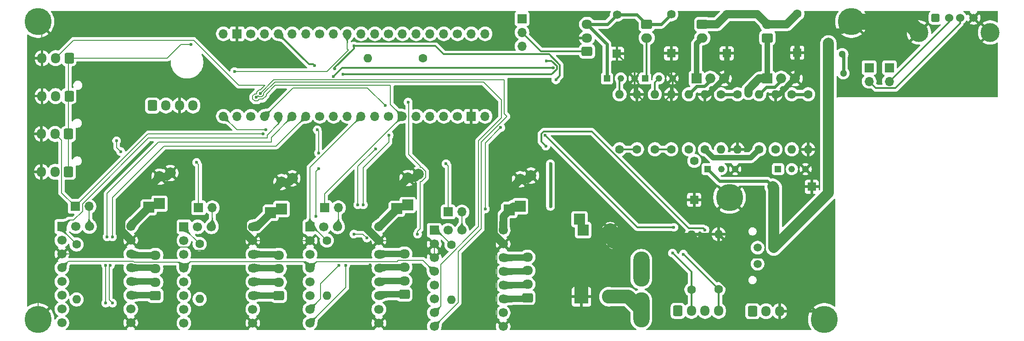
<source format=gbr>
%TF.GenerationSoftware,KiCad,Pcbnew,9.0.0*%
%TF.CreationDate,2025-05-04T18:41:49+10:00*%
%TF.ProjectId,A1_MB,41315f4d-422e-46b6-9963-61645f706362,rev?*%
%TF.SameCoordinates,Original*%
%TF.FileFunction,Copper,L1,Top*%
%TF.FilePolarity,Positive*%
%FSLAX46Y46*%
G04 Gerber Fmt 4.6, Leading zero omitted, Abs format (unit mm)*
G04 Created by KiCad (PCBNEW 9.0.0) date 2025-05-04 18:41:49*
%MOMM*%
%LPD*%
G01*
G04 APERTURE LIST*
G04 Aperture macros list*
%AMRoundRect*
0 Rectangle with rounded corners*
0 $1 Rounding radius*
0 $2 $3 $4 $5 $6 $7 $8 $9 X,Y pos of 4 corners*
0 Add a 4 corners polygon primitive as box body*
4,1,4,$2,$3,$4,$5,$6,$7,$8,$9,$2,$3,0*
0 Add four circle primitives for the rounded corners*
1,1,$1+$1,$2,$3*
1,1,$1+$1,$4,$5*
1,1,$1+$1,$6,$7*
1,1,$1+$1,$8,$9*
0 Add four rect primitives between the rounded corners*
20,1,$1+$1,$2,$3,$4,$5,0*
20,1,$1+$1,$4,$5,$6,$7,0*
20,1,$1+$1,$6,$7,$8,$9,0*
20,1,$1+$1,$8,$9,$2,$3,0*%
G04 Aperture macros list end*
%TA.AperFunction,ComponentPad*%
%ADD10RoundRect,0.250000X0.725000X-0.600000X0.725000X0.600000X-0.725000X0.600000X-0.725000X-0.600000X0*%
%TD*%
%TA.AperFunction,ComponentPad*%
%ADD11O,1.950000X1.700000*%
%TD*%
%TA.AperFunction,ComponentPad*%
%ADD12R,1.590000X1.590000*%
%TD*%
%TA.AperFunction,ComponentPad*%
%ADD13C,1.590000*%
%TD*%
%TA.AperFunction,ComponentPad*%
%ADD14C,1.600000*%
%TD*%
%TA.AperFunction,ComponentPad*%
%ADD15O,1.600000X1.600000*%
%TD*%
%TA.AperFunction,ComponentPad*%
%ADD16R,1.700000X1.700000*%
%TD*%
%TA.AperFunction,ComponentPad*%
%ADD17O,1.700000X1.700000*%
%TD*%
%TA.AperFunction,ComponentPad*%
%ADD18C,5.000000*%
%TD*%
%TA.AperFunction,ComponentPad*%
%ADD19O,3.000000X6.500000*%
%TD*%
%TA.AperFunction,ComponentPad*%
%ADD20RoundRect,0.250000X0.600000X0.725000X-0.600000X0.725000X-0.600000X-0.725000X0.600000X-0.725000X0*%
%TD*%
%TA.AperFunction,ComponentPad*%
%ADD21O,1.700000X1.950000*%
%TD*%
%TA.AperFunction,ComponentPad*%
%ADD22RoundRect,0.250000X-0.750000X0.600000X-0.750000X-0.600000X0.750000X-0.600000X0.750000X0.600000X0*%
%TD*%
%TA.AperFunction,ComponentPad*%
%ADD23O,2.000000X1.700000*%
%TD*%
%TA.AperFunction,ComponentPad*%
%ADD24RoundRect,0.250001X-0.499999X0.499999X-0.499999X-0.499999X0.499999X-0.499999X0.499999X0.499999X0*%
%TD*%
%TA.AperFunction,ComponentPad*%
%ADD25C,1.500000*%
%TD*%
%TA.AperFunction,ComponentPad*%
%ADD26C,1.700000*%
%TD*%
%TA.AperFunction,ComponentPad*%
%ADD27R,2.000000X2.000000*%
%TD*%
%TA.AperFunction,ComponentPad*%
%ADD28C,2.000000*%
%TD*%
%TA.AperFunction,ComponentPad*%
%ADD29R,1.228000X1.228000*%
%TD*%
%TA.AperFunction,ComponentPad*%
%ADD30C,1.228000*%
%TD*%
%TA.AperFunction,ComponentPad*%
%ADD31RoundRect,0.250000X-0.600000X-0.725000X0.600000X-0.725000X0.600000X0.725000X-0.600000X0.725000X0*%
%TD*%
%TA.AperFunction,ComponentPad*%
%ADD32R,1.850000X1.850000*%
%TD*%
%TA.AperFunction,ComponentPad*%
%ADD33C,1.850000*%
%TD*%
%TA.AperFunction,ComponentPad*%
%ADD34RoundRect,0.250000X0.750000X-0.600000X0.750000X0.600000X-0.750000X0.600000X-0.750000X-0.600000X0*%
%TD*%
%TA.AperFunction,ComponentPad*%
%ADD35R,2.600000X2.600000*%
%TD*%
%TA.AperFunction,ComponentPad*%
%ADD36C,2.600000*%
%TD*%
%TA.AperFunction,ComponentPad*%
%ADD37RoundRect,0.250000X-0.512000X-0.512000X0.512000X-0.512000X0.512000X0.512000X-0.512000X0.512000X0*%
%TD*%
%TA.AperFunction,ComponentPad*%
%ADD38C,1.524000*%
%TD*%
%TA.AperFunction,ComponentPad*%
%ADD39C,3.500000*%
%TD*%
%TA.AperFunction,ViaPad*%
%ADD40C,0.600000*%
%TD*%
%TA.AperFunction,ViaPad*%
%ADD41C,2.000000*%
%TD*%
%TA.AperFunction,ViaPad*%
%ADD42C,1.300000*%
%TD*%
%TA.AperFunction,Conductor*%
%ADD43C,0.500000*%
%TD*%
%TA.AperFunction,Conductor*%
%ADD44C,0.300000*%
%TD*%
%TA.AperFunction,Conductor*%
%ADD45C,0.200000*%
%TD*%
%TA.AperFunction,Conductor*%
%ADD46C,2.500000*%
%TD*%
%TA.AperFunction,Conductor*%
%ADD47C,1.400000*%
%TD*%
%TA.AperFunction,Conductor*%
%ADD48C,1.000000*%
%TD*%
%TA.AperFunction,Conductor*%
%ADD49C,3.000000*%
%TD*%
%TA.AperFunction,Conductor*%
%ADD50C,2.000000*%
%TD*%
%TA.AperFunction,Conductor*%
%ADD51C,0.600000*%
%TD*%
%TA.AperFunction,Conductor*%
%ADD52C,1.500000*%
%TD*%
%TA.AperFunction,Conductor*%
%ADD53C,1.200000*%
%TD*%
G04 APERTURE END LIST*
D10*
%TO.P,J7,1,Pin_1*%
%TO.N,Net-(J3-Pin_2)*%
X168750000Y-43000000D03*
D11*
%TO.P,J7,2,Pin_2*%
%TO.N,GND*%
X168750000Y-40500000D03*
%TO.P,J7,3,Pin_3*%
%TO.N,5V*%
X168750000Y-38000000D03*
%TD*%
D10*
%TO.P,MotorConnector1,1,Pin_1*%
%TO.N,/XMotor/B2*%
X157750000Y-88500000D03*
D11*
%TO.P,MotorConnector1,2,Pin_2*%
%TO.N,/XMotor/B1*%
X157750000Y-86000000D03*
%TO.P,MotorConnector1,3,Pin_3*%
%TO.N,/XMotor/A1*%
X157750000Y-83500000D03*
%TO.P,MotorConnector1,4,Pin_4*%
%TO.N,/XMotor/A2*%
X157750000Y-81000000D03*
%TD*%
D12*
%TO.P,D5,1,K*%
%TO.N,GND*%
X188500000Y-70430000D03*
D13*
%TO.P,D5,2,A*%
%TO.N,+24V*%
X188525400Y-63218000D03*
%TD*%
D14*
%TO.P,R15,1*%
%TO.N,/ME_EN*%
X97310000Y-78580000D03*
D15*
%TO.P,R15,2*%
%TO.N,+3V3*%
X97310000Y-88740000D03*
%TD*%
D16*
%TO.P,J16,1,Pin_1*%
%TO.N,/MX_DIAG*%
X143145000Y-72660000D03*
D17*
%TO.P,J16,2,Pin_2*%
%TO.N,Net-(J16-Pin_2)*%
X145685000Y-72660000D03*
%TD*%
D18*
%TO.P,H4,1,1*%
%TO.N,GND*%
X217500000Y-37500000D03*
%TD*%
D12*
%TO.P,D4,1,K*%
%TO.N,GND*%
X207500000Y-43250000D03*
D13*
%TO.P,D4,2,A*%
%TO.N,+24V*%
X207525400Y-36038000D03*
%TD*%
D19*
%TO.P,F1,1*%
%TO.N,+24V*%
X178749999Y-83250000D03*
%TO.P,F1,2*%
%TO.N,Net-(J10-Pin_2)*%
X178750000Y-90750000D03*
%TD*%
D14*
%TO.P,R17,1*%
%TO.N,/HEATER_PIN*%
X206500000Y-50920000D03*
D15*
%TO.P,R17,2*%
%TO.N,Net-(Q5-G)*%
X206500000Y-61080000D03*
%TD*%
D20*
%TO.P,J25,1,Pin_1*%
%TO.N,+3V3*%
X73250000Y-51250000D03*
D21*
%TO.P,J25,2,Pin_2*%
%TO.N,/ME_DIAG*%
X70750000Y-51250000D03*
%TO.P,J25,3,Pin_3*%
%TO.N,GND*%
X68250000Y-51250000D03*
%TD*%
D14*
%TO.P,R19,1*%
%TO.N,+24V*%
X203500000Y-61080000D03*
D15*
%TO.P,R19,2*%
%TO.N,GND*%
X203500000Y-50920000D03*
%TD*%
D16*
%TO.P,J24,1,Pin_1*%
%TO.N,/ME_DIAG*%
X97120000Y-71890000D03*
D17*
%TO.P,J24,2,Pin_2*%
%TO.N,Net-(J24-Pin_2)*%
X99660000Y-71890000D03*
%TD*%
D22*
%TO.P,J6,1,Pin_1*%
%TO.N,+24V*%
X190000000Y-38000000D03*
D23*
%TO.P,J6,2,Pin_2*%
%TO.N,/Mosfet1/Output_Return*%
X190000000Y-40500000D03*
%TD*%
D14*
%TO.P,R22,1*%
%TO.N,+24V*%
X190460000Y-61080000D03*
D15*
%TO.P,R22,2*%
%TO.N,GND*%
X190460000Y-50920000D03*
%TD*%
D14*
%TO.P,R24,1*%
%TO.N,/FAN0_PIN*%
X177950000Y-61080000D03*
D15*
%TO.P,R24,2*%
%TO.N,GND*%
X177950000Y-50920000D03*
%TD*%
D24*
%TO.P,J5,1,Pin_1*%
%TO.N,+24V*%
X203190000Y-79250000D03*
D25*
%TO.P,J5,2,Pin_2*%
%TO.N,GND*%
X203190000Y-82250000D03*
%TO.P,J5,3,Pin_3*%
%TO.N,/Mosfet/Output_Return*%
X200190000Y-79250000D03*
%TO.P,J5,4,Pin_4*%
%TO.N,+24V*%
X200190000Y-82250000D03*
%TD*%
D12*
%TO.P,D3,1,K*%
%TO.N,GND*%
X210180000Y-68000000D03*
D13*
%TO.P,D3,2,A*%
%TO.N,+24V*%
X202968000Y-67974600D03*
%TD*%
D14*
%TO.P,R16,1*%
%TO.N,/HEATER_PIN*%
X209500000Y-50920000D03*
D15*
%TO.P,R16,2*%
%TO.N,GND*%
X209500000Y-61080000D03*
%TD*%
D12*
%TO.P,D1,1,K*%
%TO.N,GND*%
X184250000Y-43366500D03*
D13*
%TO.P,D1,2,A*%
%TO.N,5V*%
X184275400Y-36154500D03*
%TD*%
D16*
%TO.P,M4,1,ENABLE*%
%TO.N,/ME_EN*%
X94410000Y-75400000D03*
D26*
%TO.P,M4,2,MS1*%
%TO.N,+3V3*%
X94410000Y-77940000D03*
%TO.P,M4,3,MS2*%
X94410000Y-80480000D03*
%TO.P,M4,4,PDN1*%
%TO.N,/M_UART*%
X94410000Y-83020000D03*
%TO.P,M4,5,PDN2*%
%TO.N,unconnected-(M4-PDN2-Pad5)*%
X94410000Y-85560000D03*
%TO.P,M4,6,CLK*%
%TO.N,unconnected-(M4-CLK-Pad6)*%
X94410000Y-88100000D03*
%TO.P,M4,7,STEP*%
%TO.N,/ME_STEP*%
X94410000Y-90640000D03*
%TO.P,M4,8,DIR*%
%TO.N,/ME_DIR*%
X94410000Y-93180000D03*
%TO.P,M4,9,GND*%
%TO.N,GND*%
X107110000Y-93180000D03*
%TO.P,M4,10,VDD*%
%TO.N,+3V3*%
X107110000Y-90640000D03*
%TO.P,M4,11,B2*%
%TO.N,/EMotor/B2*%
X107110000Y-88100000D03*
%TO.P,M4,12,B1*%
%TO.N,/EMotor/B1*%
X107110000Y-85560000D03*
%TO.P,M4,13,A1*%
%TO.N,/EMotor/A1*%
X107110000Y-83020000D03*
%TO.P,M4,14,A2*%
%TO.N,/EMotor/A2*%
X107110000Y-80480000D03*
%TO.P,M4,15,GND*%
%TO.N,GND*%
X107110000Y-77940000D03*
%TO.P,M4,16,VM*%
%TO.N,+24V*%
X107110000Y-75400000D03*
%TO.P,M4,17,INDEX*%
%TO.N,unconnected-(M4-INDEX-Pad17)*%
X96950000Y-75400000D03*
%TO.P,M4,18,DIAG*%
%TO.N,Net-(J24-Pin_2)*%
X99490000Y-75400000D03*
%TD*%
D16*
%TO.P,M1,1,ENABLE*%
%TO.N,/MX_EN*%
X140570000Y-76050000D03*
D26*
%TO.P,M1,2,MS1*%
%TO.N,GND*%
X140570000Y-78590000D03*
%TO.P,M1,3,MS2*%
X140570000Y-81130000D03*
%TO.P,M1,4,PDN1*%
%TO.N,/M_UART*%
X140570000Y-83670000D03*
%TO.P,M1,5,PDN2*%
%TO.N,unconnected-(M1-PDN2-Pad5)*%
X140570000Y-86210000D03*
%TO.P,M1,6,CLK*%
%TO.N,unconnected-(M1-CLK-Pad6)*%
X140570000Y-88750000D03*
%TO.P,M1,7,STEP*%
%TO.N,/MX_STEP*%
X140570000Y-91290000D03*
%TO.P,M1,8,DIR*%
%TO.N,/MX_DIR*%
X140570000Y-93830000D03*
%TO.P,M1,9,GND*%
%TO.N,GND*%
X153270000Y-93830000D03*
%TO.P,M1,10,VDD*%
%TO.N,+3V3*%
X153270000Y-91290000D03*
%TO.P,M1,11,B2*%
%TO.N,/XMotor/B2*%
X153270000Y-88750000D03*
%TO.P,M1,12,B1*%
%TO.N,/XMotor/B1*%
X153270000Y-86210000D03*
%TO.P,M1,13,A1*%
%TO.N,/XMotor/A1*%
X153270000Y-83670000D03*
%TO.P,M1,14,A2*%
%TO.N,/XMotor/A2*%
X153270000Y-81130000D03*
%TO.P,M1,15,GND*%
%TO.N,GND*%
X153270000Y-78590000D03*
%TO.P,M1,16,VM*%
%TO.N,+24V*%
X153270000Y-76050000D03*
%TO.P,M1,17,INDEX*%
%TO.N,unconnected-(M1-INDEX-Pad17)*%
X143110000Y-76050000D03*
%TO.P,M1,18,DIAG*%
%TO.N,Net-(J16-Pin_2)*%
X145650000Y-76050000D03*
%TD*%
D14*
%TO.P,R14,1*%
%TO.N,/MZ_EN*%
X120750000Y-77920000D03*
D15*
%TO.P,R14,2*%
%TO.N,+3V3*%
X120750000Y-88080000D03*
%TD*%
D14*
%TO.P,R13,1*%
%TO.N,/MY_EN*%
X74610000Y-78660000D03*
D15*
%TO.P,R13,2*%
%TO.N,+3V3*%
X74610000Y-88820000D03*
%TD*%
D14*
%TO.P,R9,1*%
%TO.N,/UART_RX*%
X138464000Y-44240000D03*
D15*
%TO.P,R9,2*%
%TO.N,/M_UART*%
X128304000Y-44240000D03*
%TD*%
D27*
%TO.P,C3,1*%
%TO.N,+24V*%
X87910000Y-71812144D03*
X89910000Y-71140000D03*
D28*
%TO.P,C3,2*%
%TO.N,GND*%
X89910000Y-66140000D03*
X91910000Y-65467856D03*
%TD*%
D18*
%TO.P,H3,1,1*%
%TO.N,GND*%
X67500000Y-92500000D03*
%TD*%
D29*
%TO.P,Q10,1,D*%
%TO.N,/Transistor1/Output_GND*%
X179422500Y-48010000D03*
D30*
%TO.P,Q10,2,G*%
%TO.N,Net-(Q10-G)*%
X181962500Y-48010000D03*
%TO.P,Q10,3,S*%
%TO.N,GND*%
X184502500Y-48010000D03*
%TD*%
D29*
%TO.P,Q5,1,D*%
%TO.N,+24V*%
X203960000Y-64750000D03*
D30*
%TO.P,Q5,2,G*%
%TO.N,Net-(Q5-G)*%
X206500000Y-64750000D03*
%TO.P,Q5,3,S*%
%TO.N,GND*%
X209040000Y-64750000D03*
%TD*%
D16*
%TO.P,J15,1,Pin_1*%
%TO.N,/PA12*%
X220750000Y-46000000D03*
D17*
%TO.P,J15,2,Pin_2*%
%TO.N,/D+*%
X220750000Y-48540000D03*
%TD*%
D16*
%TO.P,M3,1,ENABLE*%
%TO.N,/MZ_EN*%
X117660000Y-75400000D03*
D26*
%TO.P,M3,2,MS1*%
%TO.N,GND*%
X117660000Y-77940000D03*
%TO.P,M3,3,MS2*%
%TO.N,+3V3*%
X117660000Y-80480000D03*
%TO.P,M3,4,PDN1*%
%TO.N,/M_UART*%
X117660000Y-83020000D03*
%TO.P,M3,5,PDN2*%
%TO.N,unconnected-(M3-PDN2-Pad5)*%
X117660000Y-85560000D03*
%TO.P,M3,6,CLK*%
%TO.N,unconnected-(M3-CLK-Pad6)*%
X117660000Y-88100000D03*
%TO.P,M3,7,STEP*%
%TO.N,/MZ_STEP*%
X117660000Y-90640000D03*
%TO.P,M3,8,DIR*%
%TO.N,/MZ_DIR*%
X117660000Y-93180000D03*
%TO.P,M3,9,GND*%
%TO.N,GND*%
X130360000Y-93180000D03*
%TO.P,M3,10,VDD*%
%TO.N,+3V3*%
X130360000Y-90640000D03*
%TO.P,M3,11,B2*%
%TO.N,/ZMotor/B2*%
X130360000Y-88100000D03*
%TO.P,M3,12,B1*%
%TO.N,/ZMotor/B1*%
X130360000Y-85560000D03*
%TO.P,M3,13,A1*%
%TO.N,/ZMotor/A1*%
X130360000Y-83020000D03*
%TO.P,M3,14,A2*%
%TO.N,/ZMotor/A2*%
X130360000Y-80480000D03*
%TO.P,M3,15,GND*%
%TO.N,GND*%
X130360000Y-77940000D03*
%TO.P,M3,16,VM*%
%TO.N,+24V*%
X130360000Y-75400000D03*
%TO.P,M3,17,INDEX*%
%TO.N,unconnected-(M3-INDEX-Pad17)*%
X120200000Y-75400000D03*
%TO.P,M3,18,DIAG*%
%TO.N,Net-(J21-Pin_2)*%
X122740000Y-75400000D03*
%TD*%
D29*
%TO.P,Q7,1,D*%
%TO.N,+24V*%
X190960000Y-64750000D03*
D30*
%TO.P,Q7,2,G*%
%TO.N,Net-(Q7-G)*%
X193500000Y-64750000D03*
%TO.P,Q7,3,S*%
%TO.N,GND*%
X196040000Y-64750000D03*
%TD*%
D14*
%TO.P,R10,1*%
%TO.N,/BED_THM_1*%
X193000000Y-86920000D03*
D15*
%TO.P,R10,2*%
%TO.N,GND*%
X193000000Y-76760000D03*
%TD*%
D16*
%TO.P,J3,1,Pin_1*%
%TO.N,+5V*%
X156750000Y-36960000D03*
D17*
%TO.P,J3,2,Pin_2*%
%TO.N,Net-(J3-Pin_2)*%
X156750000Y-39500000D03*
%TO.P,J3,3,Pin_3*%
%TO.N,+24V*%
X156750000Y-42040000D03*
%TD*%
D31*
%TO.P,J2,1,Pin_1*%
%TO.N,+5V*%
X199250000Y-91000000D03*
D21*
%TO.P,J2,2,Pin_2*%
%TO.N,/NEOPIXEL_PIN*%
X201750000Y-91000000D03*
%TO.P,J2,3,Pin_3*%
%TO.N,GND*%
X204250000Y-91000000D03*
%TD*%
D31*
%TO.P,J8,1,Pin_1*%
%TO.N,+5V*%
X88600000Y-53000000D03*
D21*
%TO.P,J8,2,Pin_2*%
%TO.N,/SwitchSensor*%
X91100000Y-53000000D03*
%TO.P,J8,3,Pin_3*%
%TO.N,GND*%
X93600000Y-53000000D03*
%TO.P,J8,4,Pin_4*%
%TO.N,/OpticSensor*%
X96100000Y-53000000D03*
%TD*%
D14*
%TO.P,R21,1*%
%TO.N,/ HEATED_BED_PIN*%
X193460000Y-50920000D03*
D15*
%TO.P,R21,2*%
%TO.N,Net-(Q7-G)*%
X193460000Y-61080000D03*
%TD*%
D20*
%TO.P,J17,1,Pin_1*%
%TO.N,+3V3*%
X73150000Y-65250000D03*
D21*
%TO.P,J17,2,Pin_2*%
%TO.N,/MX_DIAG*%
X70650000Y-65250000D03*
%TO.P,J17,3,Pin_3*%
%TO.N,GND*%
X68150000Y-65250000D03*
%TD*%
D16*
%TO.P,M2,1,ENABLE*%
%TO.N,/MY_EN*%
X71910000Y-75360000D03*
D26*
%TO.P,M2,2,MS1*%
%TO.N,+3V3*%
X71910000Y-77900000D03*
%TO.P,M2,3,MS2*%
%TO.N,GND*%
X71910000Y-80440000D03*
%TO.P,M2,4,PDN1*%
%TO.N,/M_UART*%
X71910000Y-82980000D03*
%TO.P,M2,5,PDN2*%
%TO.N,unconnected-(M2-PDN2-Pad5)*%
X71910000Y-85520000D03*
%TO.P,M2,6,CLK*%
%TO.N,unconnected-(M2-CLK-Pad6)*%
X71910000Y-88060000D03*
%TO.P,M2,7,STEP*%
%TO.N,/MY_STEP*%
X71910000Y-90600000D03*
%TO.P,M2,8,DIR*%
%TO.N,/MY_DIR*%
X71910000Y-93140000D03*
%TO.P,M2,9,GND*%
%TO.N,GND*%
X84610000Y-93140000D03*
%TO.P,M2,10,VDD*%
%TO.N,+3V3*%
X84610000Y-90600000D03*
%TO.P,M2,11,B2*%
%TO.N,/YMotor/B2*%
X84610000Y-88060000D03*
%TO.P,M2,12,B1*%
%TO.N,/YMotor/B1*%
X84610000Y-85520000D03*
%TO.P,M2,13,A1*%
%TO.N,/YMotor/A1*%
X84610000Y-82980000D03*
%TO.P,M2,14,A2*%
%TO.N,/YMotor/A2*%
X84610000Y-80440000D03*
%TO.P,M2,15,GND*%
%TO.N,GND*%
X84610000Y-77900000D03*
%TO.P,M2,16,VM*%
%TO.N,+24V*%
X84610000Y-75360000D03*
%TO.P,M2,17,INDEX*%
%TO.N,unconnected-(M2-INDEX-Pad17)*%
X74450000Y-75360000D03*
%TO.P,M2,18,DIAG*%
%TO.N,Net-(J18-Pin_2)*%
X76990000Y-75360000D03*
%TD*%
D17*
%TO.P,U1,1,VBAT*%
%TO.N,unconnected-(U1-VBAT-Pad1)*%
X149944000Y-39750000D03*
%TO.P,U1,2,PC13*%
%TO.N,/SGPIO_4*%
X147404000Y-39750000D03*
D26*
%TO.P,U1,3,PC14*%
%TO.N,/SGPIO_3*%
X144864000Y-39750000D03*
D17*
%TO.P,U1,4,PC15*%
%TO.N,/BED_THM_2*%
X142324000Y-39750000D03*
%TO.P,U1,5,nRST*%
%TO.N,unconnected-(U1-nRST-Pad5)*%
X139784000Y-39750000D03*
%TO.P,U1,6,PA0*%
%TO.N,/BED_THM_1*%
X137244000Y-39750000D03*
%TO.P,U1,7,PA1*%
%TO.N,/UART_RX*%
X134704000Y-39750000D03*
D26*
%TO.P,U1,8,PA2*%
%TO.N,/M_UART*%
X132164000Y-39750000D03*
D17*
%TO.P,U1,9,PA3*%
%TO.N,/SGPIO_5*%
X129624000Y-39750000D03*
%TO.P,U1,10,PA4*%
%TO.N,/OpticSensor*%
X127084000Y-39750000D03*
%TO.P,U1,11,PA5*%
%TO.N,/SwitchSensor*%
X124544000Y-39750000D03*
%TO.P,U1,12,PA6*%
%TO.N,unconnected-(U1-PA6-Pad12)*%
X122004000Y-39750000D03*
D26*
%TO.P,U1,13,PA7*%
%TO.N,unconnected-(U1-PA7-Pad13)*%
X119464000Y-39750000D03*
D17*
%TO.P,U1,14,PB0*%
%TO.N,unconnected-(U1-PB0-Pad14)*%
X116924000Y-39750000D03*
%TO.P,U1,15,PB1*%
%TO.N,unconnected-(U1-PB1-Pad15)*%
X114384000Y-39750000D03*
%TO.P,U1,16,PB2*%
%TO.N,/RGB_PIN*%
X111844000Y-39750000D03*
%TO.P,U1,17,PB10*%
%TO.N,/MS_DIAG*%
X109304000Y-39750000D03*
D26*
%TO.P,U1,18,3V3*%
%TO.N,+3V3*%
X106764000Y-39750000D03*
D16*
%TO.P,U1,19,GND*%
%TO.N,GND*%
X104224000Y-39750000D03*
D17*
%TO.P,U1,20,5V*%
%TO.N,unconnected-(U1-5V-Pad20)*%
X101684000Y-39750000D03*
%TO.P,U1,21,PB12*%
%TO.N,/MX_EN*%
X101684000Y-54990000D03*
%TO.P,U1,22,PB13*%
%TO.N,/MX_STEP*%
X104224000Y-54990000D03*
D26*
%TO.P,U1,23,PB14*%
%TO.N,/MX_DIR*%
X106764000Y-54990000D03*
D17*
%TO.P,U1,24,PB15*%
%TO.N,/MX_DIAG*%
X109304000Y-54990000D03*
%TO.P,U1,25,PA8*%
%TO.N,/MY_EN*%
X111844000Y-54990000D03*
%TO.P,U1,26,PA9*%
%TO.N,/MY_STEP*%
X114384000Y-54990000D03*
%TO.P,U1,27,PA10*%
%TO.N,/MY_DIR*%
X116924000Y-54990000D03*
D26*
%TO.P,U1,28,PA11*%
%TO.N,/PA11*%
X119464000Y-54990000D03*
D17*
%TO.P,U1,29,PA12*%
%TO.N,/PA12*%
X122004000Y-54990000D03*
%TO.P,U1,30,PA15*%
%TO.N,/MY_DIAG*%
X124544000Y-54990000D03*
%TO.P,U1,31,PB3*%
%TO.N,/MZ_EN*%
X127084000Y-54990000D03*
%TO.P,U1,32,PB4*%
%TO.N,/MZ_STEP*%
X129624000Y-54990000D03*
D26*
%TO.P,U1,33,PB5*%
%TO.N,/MZ_DIR*%
X132164000Y-54990000D03*
D17*
%TO.P,U1,34,PB6*%
%TO.N,/MZ_DIAG*%
X134704000Y-54990000D03*
%TO.P,U1,35,PB7*%
%TO.N,/MS_EN*%
X137244000Y-54990000D03*
%TO.P,U1,36,PB8*%
%TO.N,/MS_STEP*%
X139784000Y-54990000D03*
%TO.P,U1,37,PB9*%
%TO.N,/MS_DIR*%
X142324000Y-54990000D03*
D26*
%TO.P,U1,38,5V*%
%TO.N,unconnected-(U1-5V-Pad38)*%
X144864000Y-54990000D03*
D16*
%TO.P,U1,39,GND*%
%TO.N,GND*%
X147404000Y-54990000D03*
D17*
%TO.P,U1,40,3V3*%
%TO.N,+3V3*%
X149944000Y-54990000D03*
%TD*%
D14*
%TO.P,R23,1*%
%TO.N,+24V*%
X187500000Y-61080000D03*
D15*
%TO.P,R23,2*%
%TO.N,Net-(Q8-G)*%
X187500000Y-50920000D03*
%TD*%
D29*
%TO.P,Q9,1,D*%
%TO.N,5V*%
X172422500Y-48010000D03*
D30*
%TO.P,Q9,2,G*%
%TO.N,Net-(Q9-G)*%
X174962500Y-48010000D03*
%TO.P,Q9,3,S*%
%TO.N,GND*%
X177502500Y-48010000D03*
%TD*%
D10*
%TO.P,J20,1,Pin_1*%
%TO.N,/YMotor/B2*%
X89160000Y-88140000D03*
D11*
%TO.P,J20,2,Pin_2*%
%TO.N,/YMotor/B1*%
X89160000Y-85640000D03*
%TO.P,J20,3,Pin_3*%
%TO.N,/YMotor/A1*%
X89160000Y-83140000D03*
%TO.P,J20,4,Pin_4*%
%TO.N,/YMotor/A2*%
X89160000Y-80640000D03*
%TD*%
D12*
%TO.P,D6,1,K*%
%TO.N,GND*%
X194500000Y-43366500D03*
D13*
%TO.P,D6,2,A*%
%TO.N,+24V*%
X194525400Y-36154500D03*
%TD*%
D18*
%TO.P,H2,1,1*%
%TO.N,GND*%
X195000000Y-70000000D03*
%TD*%
D16*
%TO.P,J14,1,Pin_1*%
%TO.N,/PA11*%
X224500000Y-46000000D03*
D17*
%TO.P,J14,2,Pin_2*%
%TO.N,/D-*%
X224500000Y-48540000D03*
%TD*%
D27*
%TO.P,C4,1*%
%TO.N,+24V*%
X154410000Y-72294821D03*
X156410000Y-71622677D03*
D28*
%TO.P,C4,2*%
%TO.N,GND*%
X156410000Y-66622677D03*
X158410000Y-65950533D03*
%TD*%
D14*
%TO.P,R18,1*%
%TO.N,+24V*%
X200500000Y-61080000D03*
D15*
%TO.P,R18,2*%
%TO.N,Net-(Q6-G)*%
X200500000Y-50920000D03*
%TD*%
D12*
%TO.P,D2,1,K*%
%TO.N,GND*%
X174250000Y-43430000D03*
D13*
%TO.P,D2,2,A*%
%TO.N,5V*%
X174275400Y-36218000D03*
%TD*%
D14*
%TO.P,R20,1*%
%TO.N,/ HEATED_BED_PIN*%
X196460000Y-50920000D03*
D15*
%TO.P,R20,2*%
%TO.N,GND*%
X196460000Y-61080000D03*
%TD*%
D14*
%TO.P,R26,1*%
%TO.N,/RGB_PIN*%
X184250000Y-61080000D03*
D15*
%TO.P,R26,2*%
%TO.N,GND*%
X184250000Y-50920000D03*
%TD*%
D16*
%TO.P,J21,1,Pin_1*%
%TO.N,/MZ_DIAG*%
X120370000Y-71890000D03*
D17*
%TO.P,J21,2,Pin_2*%
%TO.N,Net-(J21-Pin_2)*%
X122910000Y-71890000D03*
%TD*%
D22*
%TO.P,J4,1,Pin_1*%
%TO.N,5V*%
X179750000Y-38000000D03*
D23*
%TO.P,J4,2,Pin_2*%
%TO.N,/Transistor1/Output_GND*%
X179750000Y-40500000D03*
%TD*%
D20*
%TO.P,J19,1,Pin_1*%
%TO.N,+3V3*%
X73150000Y-58250000D03*
D21*
%TO.P,J19,2,Pin_2*%
%TO.N,/MY_DIAG*%
X70650000Y-58250000D03*
%TO.P,J19,3,Pin_3*%
%TO.N,GND*%
X68150000Y-58250000D03*
%TD*%
D10*
%TO.P,J26,1,Pin_1*%
%TO.N,/EMotor/B2*%
X111910000Y-88140000D03*
D11*
%TO.P,J26,2,Pin_2*%
%TO.N,/EMotor/B1*%
X111910000Y-85640000D03*
%TO.P,J26,3,Pin_3*%
%TO.N,/EMotor/A1*%
X111910000Y-83140000D03*
%TO.P,J26,4,Pin_4*%
%TO.N,/EMotor/A2*%
X111910000Y-80640000D03*
%TD*%
D32*
%TO.P,Q6,1,D*%
%TO.N,/Mosfet/Output_Return*%
X202000000Y-48000000D03*
D33*
%TO.P,Q6,2,G*%
%TO.N,Net-(Q6-G)*%
X204540000Y-48000000D03*
%TO.P,Q6,3,S*%
%TO.N,GND*%
X207080000Y-48000000D03*
%TD*%
D27*
%TO.P,C1,1*%
%TO.N,+24V*%
X110410000Y-72794821D03*
X112410000Y-72122677D03*
D28*
%TO.P,C1,2*%
%TO.N,GND*%
X112410000Y-67122677D03*
X114410000Y-66450533D03*
%TD*%
D31*
%TO.P,J11,1,Pin_1*%
%TO.N,+3V3*%
X185500000Y-90920000D03*
D21*
%TO.P,J11,2,Pin_2*%
%TO.N,/BED_THM_2*%
X188000000Y-90920000D03*
%TO.P,J11,3,Pin_3*%
%TO.N,+3V3*%
X190500000Y-90920000D03*
%TO.P,J11,4,Pin_4*%
%TO.N,/BED_THM_1*%
X193000000Y-90920000D03*
%TD*%
D16*
%TO.P,J18,1,Pin_1*%
%TO.N,/MY_DIAG*%
X74370000Y-71640000D03*
D17*
%TO.P,J18,2,Pin_2*%
%TO.N,Net-(J18-Pin_2)*%
X76910000Y-71640000D03*
%TD*%
D32*
%TO.P,Q8,1,D*%
%TO.N,/Mosfet1/Output_Return*%
X188920000Y-48000000D03*
D33*
%TO.P,Q8,2,G*%
%TO.N,Net-(Q8-G)*%
X191460000Y-48000000D03*
%TO.P,Q8,3,S*%
%TO.N,GND*%
X194000000Y-48000000D03*
%TD*%
D14*
%TO.P,R12,1*%
%TO.N,/MX_EN*%
X143750000Y-78750000D03*
D15*
%TO.P,R12,2*%
%TO.N,+3V3*%
X143750000Y-88910000D03*
%TD*%
D10*
%TO.P,J23,1,Pin_1*%
%TO.N,/ZMotor/B2*%
X135070000Y-87890000D03*
D11*
%TO.P,J23,2,Pin_2*%
%TO.N,/ZMotor/B1*%
X135070000Y-85390000D03*
%TO.P,J23,3,Pin_3*%
%TO.N,/ZMotor/A1*%
X135070000Y-82890000D03*
%TO.P,J23,4,Pin_4*%
%TO.N,/ZMotor/A2*%
X135070000Y-80390000D03*
%TD*%
D27*
%TO.P,C5,1*%
%TO.N,+24V*%
X167345179Y-74000000D03*
X168017323Y-76000000D03*
D28*
%TO.P,C5,2*%
%TO.N,GND*%
X173017323Y-76000000D03*
X173689467Y-78000000D03*
%TD*%
D14*
%TO.P,R27,1*%
%TO.N,/RGB_PIN*%
X181250000Y-61080000D03*
D15*
%TO.P,R27,2*%
%TO.N,Net-(Q10-G)*%
X181250000Y-50920000D03*
%TD*%
D34*
%TO.P,J9,1,Pin_1*%
%TO.N,/Mosfet/Output_Return*%
X202000000Y-40500000D03*
D23*
%TO.P,J9,2,Pin_2*%
%TO.N,+24V*%
X202000000Y-38000000D03*
%TD*%
D20*
%TO.P,J22,1,Pin_1*%
%TO.N,+3V3*%
X73250000Y-44250000D03*
D21*
%TO.P,J22,2,Pin_2*%
%TO.N,/MZ_DIAG*%
X70750000Y-44250000D03*
%TO.P,J22,3,Pin_3*%
%TO.N,GND*%
X68250000Y-44250000D03*
%TD*%
D27*
%TO.P,C2,1*%
%TO.N,+24V*%
X133660000Y-72062144D03*
X135660000Y-71390000D03*
D28*
%TO.P,C2,2*%
%TO.N,GND*%
X135660000Y-66390000D03*
X137660000Y-65717856D03*
%TD*%
D14*
%TO.P,R11,1*%
%TO.N,/BED_THM_2*%
X188000000Y-87000000D03*
D15*
%TO.P,R11,2*%
%TO.N,GND*%
X188000000Y-76840000D03*
%TD*%
D14*
%TO.P,R25,1*%
%TO.N,/FAN0_PIN*%
X174750000Y-61080000D03*
D15*
%TO.P,R25,2*%
%TO.N,Net-(Q9-G)*%
X174750000Y-50920000D03*
%TD*%
D35*
%TO.P,J10,1,Pin_1*%
%TO.N,GND*%
X167705000Y-88321000D03*
D36*
%TO.P,J10,2,Pin_2*%
%TO.N,Net-(J10-Pin_2)*%
X172785000Y-88321000D03*
%TD*%
D18*
%TO.P,H1,1,1*%
%TO.N,GND*%
X67500000Y-37500000D03*
%TD*%
%TO.P,H5,1,1*%
%TO.N,GND*%
X212500000Y-92500000D03*
%TD*%
D37*
%TO.P,J13,1,VBUS*%
%TO.N,+5V*%
X233000000Y-36790000D03*
D38*
%TO.P,J13,2,D-*%
%TO.N,/D-*%
X235500000Y-36790000D03*
%TO.P,J13,3,D+*%
%TO.N,/D+*%
X237500000Y-36790000D03*
%TO.P,J13,4,GND*%
%TO.N,GND*%
X240000000Y-36790000D03*
D39*
%TO.P,J13,5,Shield*%
X229930000Y-39500000D03*
X243070000Y-39500000D03*
%TD*%
D40*
%TO.N,GND*%
X173000000Y-40250000D03*
X93000000Y-57250000D03*
X128750000Y-82469000D03*
X81000000Y-61000000D03*
X115250000Y-80000000D03*
%TO.N,/M_UART*%
X135750000Y-52360000D03*
X137500000Y-76750000D03*
%TO.N,/MX_EN*%
X119250000Y-61750000D03*
X119250000Y-64660533D03*
X128140000Y-77473624D03*
X109500000Y-57500000D03*
X125750000Y-76750000D03*
X118750000Y-73500000D03*
X119000000Y-57500000D03*
%TO.N,+3V3*%
X152827549Y-57077549D03*
X150000000Y-72109000D03*
X95750000Y-41750000D03*
%TO.N,/MX_DIAG*%
X131500000Y-53000000D03*
X142750000Y-63750000D03*
%TO.N,+24V*%
X162000000Y-71622677D03*
X162000000Y-63750000D03*
D41*
X213250000Y-41500000D03*
D42*
%TO.N,+5V*%
X215775312Y-43525312D03*
X216000000Y-47040000D03*
D40*
%TO.N,/MY_DIAG*%
X109000000Y-58250000D03*
%TO.N,/PA11*%
X161250000Y-44750000D03*
X123750000Y-47250000D03*
%TO.N,/PA12*%
X162500000Y-46000000D03*
X122000000Y-47610000D03*
%TO.N,/ME_DIAG*%
X96750000Y-63500000D03*
X82000000Y-59500000D03*
X82750000Y-61500000D03*
%TO.N,/MX_DIR*%
X108500000Y-50750000D03*
%TO.N,/MX_STEP*%
X107750000Y-51500000D03*
%TO.N,/MY_DIR*%
X81250000Y-89500000D03*
X81250000Y-77250000D03*
X80840003Y-82500000D03*
%TO.N,/MY_STEP*%
X80000000Y-82500000D03*
X80000000Y-89500000D03*
X80250000Y-77250000D03*
%TO.N,/MZ_DIR*%
X132250000Y-58500000D03*
X124250000Y-82500000D03*
X127500000Y-71339000D03*
%TO.N,/MZ_STEP*%
X126500000Y-71339000D03*
X129750000Y-61000000D03*
X123000000Y-82500000D03*
%TO.N,/SwitchSensor*%
X103750000Y-46750000D03*
%TO.N,/RGB_PIN*%
X118500000Y-45640000D03*
X122202549Y-46202549D03*
X125750000Y-42000000D03*
X163000000Y-48250000D03*
%TO.N,/BED_THM_2*%
X184750000Y-75500000D03*
X184500000Y-80250000D03*
X161000000Y-58500000D03*
%TO.N,/BED_THM_1*%
X161160000Y-60500000D03*
X190500000Y-75970000D03*
X186500000Y-80460000D03*
D42*
%TO.N,/Mosfet/Output_Return*%
X198500000Y-50757000D03*
%TD*%
D43*
%TO.N,GND*%
X204250000Y-83310000D02*
X203190000Y-82250000D01*
D44*
X193380000Y-48000000D02*
X194000000Y-48000000D01*
X207080000Y-48000000D02*
X206420000Y-48000000D01*
D45*
X71910000Y-80440000D02*
X68150000Y-76680000D01*
D44*
X184250000Y-47757500D02*
X184502500Y-48010000D01*
D46*
X173689467Y-76672144D02*
X173017323Y-76000000D01*
D47*
X136987856Y-66390000D02*
X137660000Y-65717856D01*
D45*
X68250000Y-44250000D02*
X68250000Y-38250000D01*
X139920000Y-77940000D02*
X140570000Y-78590000D01*
D43*
X203190000Y-82250000D02*
X201949000Y-81009000D01*
X193000000Y-76760000D02*
X193000000Y-72000000D01*
D45*
X68250000Y-44250000D02*
X68250000Y-65150000D01*
X85841000Y-79131000D02*
X84610000Y-77900000D01*
D43*
X204250000Y-91000000D02*
X211000000Y-91000000D01*
D45*
X140570000Y-78590000D02*
X140570000Y-81130000D01*
D48*
X207500000Y-43250000D02*
X207500000Y-47580000D01*
D49*
X200186537Y-87511000D02*
X197184517Y-87511000D01*
D45*
X152079000Y-92639000D02*
X152079000Y-79781000D01*
D47*
X112410000Y-67122677D02*
X105319000Y-74213677D01*
D44*
X177502500Y-48010000D02*
X177502500Y-46682500D01*
D48*
X207500000Y-39750000D02*
X208000000Y-39250000D01*
D47*
X135660000Y-66390000D02*
X127970000Y-74080000D01*
D45*
X107110000Y-77940000D02*
X105329000Y-79721000D01*
D43*
X193000000Y-72000000D02*
X195000000Y-70000000D01*
D49*
X203190000Y-82250000D02*
X203190000Y-84507537D01*
D47*
X89910000Y-66140000D02*
X82819000Y-73231000D01*
D48*
X215750000Y-39250000D02*
X217500000Y-37500000D01*
D44*
X179141000Y-52111000D02*
X183059000Y-52111000D01*
X184250000Y-43366500D02*
X184250000Y-47757500D01*
D47*
X127970000Y-75550000D02*
X130360000Y-77940000D01*
D45*
X68250000Y-38250000D02*
X67500000Y-37500000D01*
D43*
X201949000Y-81009000D02*
X197249000Y-81009000D01*
D45*
X71910000Y-80440000D02*
X67500000Y-84850000D01*
D49*
X187673517Y-78000000D02*
X173689467Y-78000000D01*
D47*
X112410000Y-67122677D02*
X113737856Y-67122677D01*
D45*
X128750000Y-91570000D02*
X128750000Y-82469000D01*
D47*
X135660000Y-66390000D02*
X136987856Y-66390000D01*
D45*
X115250000Y-77940000D02*
X107110000Y-77940000D01*
X153270000Y-93830000D02*
X152079000Y-92639000D01*
D43*
X204250000Y-91000000D02*
X204250000Y-83310000D01*
D45*
X96470999Y-79721000D02*
X95880999Y-79131000D01*
X95880999Y-79131000D02*
X85841000Y-79131000D01*
D48*
X204160000Y-50920000D02*
X207080000Y-48000000D01*
D47*
X82819000Y-76109000D02*
X84610000Y-77900000D01*
D44*
X183059000Y-52111000D02*
X184250000Y-50920000D01*
D45*
X82070000Y-80440000D02*
X71910000Y-80440000D01*
D43*
X188080000Y-76760000D02*
X188000000Y-76840000D01*
D45*
X130360000Y-93180000D02*
X128750000Y-91570000D01*
X105329000Y-79721000D02*
X96470999Y-79721000D01*
D44*
X177502500Y-50472500D02*
X177950000Y-50920000D01*
D45*
X84610000Y-77900000D02*
X82070000Y-80440000D01*
D47*
X89910000Y-66140000D02*
X91237856Y-66140000D01*
D44*
X177950000Y-50920000D02*
X179141000Y-52111000D01*
D45*
X68150000Y-76680000D02*
X68150000Y-65250000D01*
X67500000Y-84850000D02*
X67500000Y-92500000D01*
D46*
X173689467Y-78000000D02*
X173689467Y-76672144D01*
D48*
X207500000Y-43250000D02*
X207500000Y-39750000D01*
D47*
X151479000Y-76799000D02*
X153270000Y-78590000D01*
D44*
X177502500Y-46682500D02*
X174250000Y-43430000D01*
D46*
X167705000Y-88321000D02*
X167705000Y-81312323D01*
D47*
X156410000Y-66622677D02*
X157737856Y-66622677D01*
X151479000Y-71553677D02*
X151479000Y-76799000D01*
D45*
X130360000Y-77940000D02*
X139920000Y-77940000D01*
D44*
X174250000Y-43430000D02*
X174250000Y-41500000D01*
D48*
X203500000Y-50920000D02*
X204160000Y-50920000D01*
D45*
X81000000Y-58500000D02*
X82250000Y-57250000D01*
X115250000Y-80000000D02*
X115250000Y-77940000D01*
D48*
X194500000Y-43366500D02*
X194500000Y-47500000D01*
D47*
X127970000Y-74080000D02*
X127970000Y-75550000D01*
D44*
X184502500Y-50667500D02*
X184250000Y-50920000D01*
D46*
X167705000Y-81312323D02*
X173017323Y-76000000D01*
D47*
X157737856Y-66622677D02*
X158410000Y-65950533D01*
D43*
X197249000Y-81009000D02*
X193000000Y-76760000D01*
D49*
X203190000Y-84507537D02*
X200186537Y-87511000D01*
X197184517Y-87511000D02*
X187673517Y-78000000D01*
D47*
X105319000Y-76149000D02*
X107110000Y-77940000D01*
D49*
X217500000Y-37500000D02*
X227930000Y-37500000D01*
D48*
X194500000Y-47500000D02*
X194000000Y-48000000D01*
D43*
X193000000Y-76760000D02*
X188080000Y-76760000D01*
D47*
X82819000Y-73231000D02*
X82819000Y-76109000D01*
D45*
X82250000Y-57250000D02*
X93000000Y-57250000D01*
X152079000Y-79781000D02*
X153270000Y-78590000D01*
D47*
X91237856Y-66140000D02*
X91910000Y-65467856D01*
D48*
X207500000Y-47580000D02*
X207080000Y-48000000D01*
X194000000Y-48000000D02*
X191080000Y-50920000D01*
D45*
X68250000Y-65150000D02*
X68150000Y-65250000D01*
D47*
X156410000Y-66622677D02*
X151479000Y-71553677D01*
D45*
X81000000Y-61000000D02*
X81000000Y-58500000D01*
D47*
X105319000Y-74213677D02*
X105319000Y-76149000D01*
D44*
X177502500Y-48010000D02*
X177502500Y-50472500D01*
D48*
X208000000Y-39250000D02*
X215750000Y-39250000D01*
D43*
X211000000Y-91000000D02*
X212500000Y-92500000D01*
D44*
X174250000Y-41500000D02*
X173000000Y-40250000D01*
D49*
X227930000Y-37500000D02*
X229930000Y-39500000D01*
D44*
X184502500Y-48010000D02*
X184502500Y-50667500D01*
D48*
X191080000Y-50920000D02*
X190460000Y-50920000D01*
D47*
X113737856Y-67122677D02*
X114410000Y-66450533D01*
D45*
X117660000Y-77940000D02*
X115250000Y-77940000D01*
%TO.N,/M_UART*%
X94410000Y-83020000D02*
X95601000Y-81829000D01*
X138000000Y-67058856D02*
X138000000Y-75748000D01*
X139001000Y-65162395D02*
X139001000Y-66273317D01*
X118851000Y-81829000D02*
X133703672Y-81829000D01*
X138000000Y-75748000D02*
X137500000Y-76248000D01*
X138481000Y-81581000D02*
X140570000Y-83670000D01*
X135895000Y-52505000D02*
X135895000Y-62056395D01*
X117660000Y-83020000D02*
X118851000Y-81829000D01*
X133951672Y-81581000D02*
X138481000Y-81581000D01*
X138000000Y-64161395D02*
X138000000Y-64376856D01*
X71910000Y-82980000D02*
X73101000Y-81789000D01*
X111291672Y-81831000D02*
X116471000Y-81831000D01*
X135895000Y-62056395D02*
X138000000Y-64161395D01*
X116471000Y-81831000D02*
X117660000Y-83020000D01*
X95601000Y-81829000D02*
X111289672Y-81829000D01*
X135750000Y-52360000D02*
X135895000Y-52505000D01*
X139001000Y-66273317D02*
X138215461Y-67058856D01*
X85263329Y-81949000D02*
X93339000Y-81949000D01*
X73101000Y-81789000D02*
X85103329Y-81789000D01*
X138000000Y-64376856D02*
X138215461Y-64376856D01*
X138215461Y-64376856D02*
X139001000Y-65162395D01*
X138215461Y-67058856D02*
X138000000Y-67058856D01*
X111289672Y-81829000D02*
X111291672Y-81831000D01*
X93339000Y-81949000D02*
X94410000Y-83020000D01*
X133703672Y-81829000D02*
X133951672Y-81581000D01*
X85103329Y-81789000D02*
X85263329Y-81949000D01*
X137500000Y-76248000D02*
X137500000Y-76750000D01*
%TO.N,/MX_EN*%
X101684000Y-54990000D02*
X104194000Y-57500000D01*
X141050000Y-76050000D02*
X143750000Y-78750000D01*
X118750000Y-65160533D02*
X118750000Y-73500000D01*
X119000000Y-57500000D02*
X119250000Y-57750000D01*
X119250000Y-57750000D02*
X119250000Y-61750000D01*
X127416376Y-76750000D02*
X128140000Y-77473624D01*
X140570000Y-76050000D02*
X141050000Y-76050000D01*
X119250000Y-64660533D02*
X118750000Y-65160533D01*
X125750000Y-76750000D02*
X127416376Y-76750000D01*
X104194000Y-57500000D02*
X109500000Y-57500000D01*
%TO.N,+3V3*%
X73150000Y-44350000D02*
X73250000Y-44250000D01*
X73250000Y-44250000D02*
X91364523Y-44250000D01*
X93864523Y-41750000D02*
X95750000Y-41750000D01*
X150000000Y-59905098D02*
X152827549Y-57077549D01*
X91364523Y-44250000D02*
X93864523Y-41750000D01*
X73150000Y-65250000D02*
X73150000Y-44350000D01*
X150000000Y-72109000D02*
X150000000Y-59905098D01*
%TO.N,/MY_EN*%
X87865671Y-59000000D02*
X109750000Y-59000000D01*
X71910000Y-75360000D02*
X71910000Y-75960000D01*
X71910000Y-75360000D02*
X73101000Y-74169000D01*
X109750000Y-59000000D02*
X109750000Y-58500000D01*
X111844000Y-56406000D02*
X111844000Y-54990000D01*
X73101000Y-74169000D02*
X74081000Y-74169000D01*
X75719000Y-71146671D02*
X87865671Y-59000000D01*
X109750000Y-58500000D02*
X111844000Y-56406000D01*
X74081000Y-74169000D02*
X75719000Y-72531000D01*
X75719000Y-72531000D02*
X75719000Y-71146671D01*
X71910000Y-75960000D02*
X74610000Y-78660000D01*
%TO.N,/MZ_EN*%
X118230000Y-75400000D02*
X120750000Y-77920000D01*
X127084000Y-54990000D02*
X117660000Y-64414000D01*
X117660000Y-64414000D02*
X117660000Y-75400000D01*
X117660000Y-75400000D02*
X118230000Y-75400000D01*
%TO.N,/ME_EN*%
X94410000Y-75680000D02*
X97310000Y-78580000D01*
X94410000Y-75400000D02*
X94410000Y-75680000D01*
D44*
%TO.N,Net-(J3-Pin_2)*%
X156750000Y-39500000D02*
X160250000Y-43000000D01*
X160250000Y-43000000D02*
X168750000Y-43000000D01*
D45*
%TO.N,/MX_DIAG*%
X142750000Y-63750000D02*
X143145000Y-64145000D01*
X128250000Y-49750000D02*
X131500000Y-53000000D01*
X114544000Y-49750000D02*
X128250000Y-49750000D01*
X109304000Y-54990000D02*
X114544000Y-49750000D01*
X143145000Y-64145000D02*
X143145000Y-72660000D01*
D47*
%TO.N,+24V*%
X155082144Y-71622677D02*
X154410000Y-72294821D01*
D50*
X203190000Y-79250000D02*
X203190000Y-68196600D01*
D47*
X133660000Y-72100000D02*
X130360000Y-75400000D01*
D50*
X213250000Y-69190000D02*
X213250000Y-43431000D01*
X213250000Y-43431000D02*
X213250000Y-41500000D01*
D47*
X153270000Y-76050000D02*
X153270000Y-73434821D01*
X107110000Y-75400000D02*
X107804821Y-75400000D01*
X107804821Y-75400000D02*
X110410000Y-72794821D01*
X84610000Y-75360000D02*
X84610000Y-75112144D01*
X156410000Y-71622677D02*
X155082144Y-71622677D01*
D51*
X193169000Y-66959000D02*
X201952400Y-66959000D01*
D50*
X203190000Y-68196600D02*
X202968000Y-67974600D01*
D48*
X192001000Y-62621000D02*
X198959000Y-62621000D01*
D51*
X190960000Y-64750000D02*
X193169000Y-66959000D01*
D47*
X133660000Y-72062144D02*
X133660000Y-72100000D01*
D52*
X202000000Y-38000000D02*
X205563400Y-38000000D01*
D51*
X201952400Y-66959000D02*
X202968000Y-67974600D01*
D52*
X194525400Y-36154500D02*
X200154500Y-36154500D01*
D48*
X198959000Y-62621000D02*
X200500000Y-61080000D01*
D52*
X200154500Y-36154500D02*
X202000000Y-38000000D01*
D51*
X162000000Y-63750000D02*
X162000000Y-71622677D01*
D50*
X203190000Y-79250000D02*
X213250000Y-69190000D01*
D52*
X205563400Y-38000000D02*
X207525400Y-36038000D01*
X190000000Y-38000000D02*
X192679900Y-38000000D01*
D47*
X153270000Y-73434821D02*
X154410000Y-72294821D01*
X84610000Y-75112144D02*
X87910000Y-71812144D01*
D52*
X192679900Y-38000000D02*
X194525400Y-36154500D01*
D48*
X190460000Y-61080000D02*
X192001000Y-62621000D01*
D51*
%TO.N,+5V*%
X216000000Y-47040000D02*
X216000000Y-43750000D01*
X216000000Y-43750000D02*
X215775312Y-43525312D01*
D45*
%TO.N,/MY_DIAG*%
X71841000Y-59441000D02*
X70650000Y-58250000D01*
X87760000Y-58250000D02*
X109000000Y-58250000D01*
X74370000Y-71640000D02*
X71841000Y-69111000D01*
X71841000Y-69111000D02*
X71841000Y-59441000D01*
X74370000Y-71640000D02*
X87760000Y-58250000D01*
D44*
%TO.N,/PA11*%
X162227222Y-47250000D02*
X123750000Y-47250000D01*
X163191000Y-45713778D02*
X163191000Y-46286222D01*
X163191000Y-46286222D02*
X162227222Y-47250000D01*
X162227222Y-44750000D02*
X163191000Y-45713778D01*
X161250000Y-44750000D02*
X162227222Y-44750000D01*
%TO.N,/PA12*%
X162500000Y-46000000D02*
X123610000Y-46000000D01*
X123610000Y-46000000D02*
X122000000Y-47610000D01*
D46*
%TO.N,Net-(J10-Pin_2)*%
X176321000Y-88321000D02*
X178750000Y-90750000D01*
X172785000Y-88321000D02*
X176321000Y-88321000D01*
D45*
%TO.N,/MZ_DIAG*%
X109206511Y-51573668D02*
X109323668Y-51456511D01*
X109582000Y-51198179D02*
X109582000Y-50915336D01*
X109582000Y-50915336D02*
X111247336Y-49250000D01*
X108234489Y-50109000D02*
X107859000Y-50484489D01*
X96191000Y-40941000D02*
X104500000Y-49250000D01*
X107484489Y-52141000D02*
X108015511Y-52141000D01*
X132500000Y-49250000D02*
X132500000Y-52786000D01*
X120370000Y-71890000D02*
X120370000Y-69324000D01*
X120370000Y-69324000D02*
X134704000Y-54990000D01*
X108015511Y-52141000D02*
X108324512Y-51831999D01*
X107859000Y-50484489D02*
X107859000Y-50767331D01*
X70750000Y-44250000D02*
X74059000Y-40941000D01*
X108417159Y-51831999D02*
X108582843Y-51832000D01*
X107767332Y-50859000D02*
X107484489Y-50859000D01*
X132500000Y-52786000D02*
X134704000Y-54990000D01*
X104500000Y-49250000D02*
X109376332Y-49250000D01*
X109376332Y-49250000D02*
X108517332Y-50109000D01*
X108948179Y-51832000D02*
X109206511Y-51573668D01*
X108517332Y-50109000D02*
X108234489Y-50109000D01*
X108324512Y-51831999D02*
X108417159Y-51831999D01*
X108582843Y-51832000D02*
X108948179Y-51832000D01*
X107484489Y-50859000D02*
X107109000Y-51234489D01*
X74059000Y-40941000D02*
X96191000Y-40941000D01*
X111247336Y-49250000D02*
X132500000Y-49250000D01*
X107109000Y-51234489D02*
X107109000Y-51765511D01*
X107109000Y-51765511D02*
X107484489Y-52141000D01*
X109323668Y-51456511D02*
X109582000Y-51198179D01*
X107859000Y-50767331D02*
X107767332Y-50859000D01*
D53*
%TO.N,/XMotor/A2*%
X153270000Y-81130000D02*
X157620000Y-81130000D01*
X157620000Y-81130000D02*
X157750000Y-81000000D01*
%TO.N,/XMotor/B1*%
X157540000Y-86210000D02*
X157750000Y-86000000D01*
X153270000Y-86210000D02*
X157540000Y-86210000D01*
%TO.N,/XMotor/A1*%
X153270000Y-83670000D02*
X157580000Y-83670000D01*
X157580000Y-83670000D02*
X157750000Y-83500000D01*
D45*
%TO.N,/ME_DIAG*%
X96750000Y-63500000D02*
X97120000Y-63870000D01*
X97120000Y-63870000D02*
X97120000Y-71890000D01*
X82000000Y-59500000D02*
X82000000Y-60750000D01*
X82000000Y-60750000D02*
X82750000Y-61500000D01*
D53*
%TO.N,/XMotor/B2*%
X153270000Y-88750000D02*
X157500000Y-88750000D01*
X157500000Y-88750000D02*
X157750000Y-88500000D01*
%TO.N,/YMotor/B2*%
X89080000Y-88060000D02*
X89160000Y-88140000D01*
X84610000Y-88060000D02*
X89080000Y-88060000D01*
%TO.N,/YMotor/A2*%
X89160000Y-80640000D02*
X84810000Y-80640000D01*
X84810000Y-80640000D02*
X84610000Y-80440000D01*
%TO.N,/YMotor/A1*%
X89000000Y-82980000D02*
X89160000Y-83140000D01*
X84610000Y-82980000D02*
X89000000Y-82980000D01*
D45*
%TO.N,/MX_DIR*%
X140570000Y-93830000D02*
X145000000Y-89400000D01*
X111000000Y-48250000D02*
X108500000Y-50750000D01*
X145000000Y-89400000D02*
X145000000Y-80000000D01*
X149250000Y-75750000D02*
X149250000Y-59750000D01*
X154000000Y-55000000D02*
X153500000Y-54500000D01*
X149250000Y-59750000D02*
X154000000Y-55000000D01*
X153500000Y-48250000D02*
X111000000Y-48250000D01*
X145000000Y-80000000D02*
X149250000Y-75750000D01*
X153500000Y-54500000D02*
X153500000Y-48250000D01*
%TO.N,/MX_STEP*%
X111182668Y-48691000D02*
X109141000Y-50732668D01*
X108234489Y-51391000D02*
X108046744Y-51203256D01*
X153000000Y-52000000D02*
X149691000Y-48691000D01*
X149691000Y-48691000D02*
X111182668Y-48691000D01*
X140570000Y-91290000D02*
X141761000Y-90099000D01*
X148750000Y-59500000D02*
X153000000Y-55250000D01*
X141761000Y-82352618D02*
X148750000Y-75363618D01*
X108046744Y-51203256D02*
X107750000Y-51500000D01*
X108765511Y-51391000D02*
X108234489Y-51391000D01*
X109141000Y-50732668D02*
X109141000Y-51015511D01*
X141761000Y-90099000D02*
X141761000Y-82352618D01*
X153000000Y-55250000D02*
X153000000Y-52000000D01*
X148750000Y-75363618D02*
X148750000Y-59500000D01*
X109141000Y-51015511D02*
X108765511Y-51391000D01*
D53*
%TO.N,/YMotor/B1*%
X89040000Y-85520000D02*
X89160000Y-85640000D01*
X84610000Y-85520000D02*
X89040000Y-85520000D01*
D45*
%TO.N,/MY_DIR*%
X81250000Y-77250000D02*
X81250000Y-70000000D01*
X81250000Y-89500000D02*
X80641000Y-88891000D01*
X90750000Y-60500000D02*
X111414000Y-60500000D01*
X80641000Y-88891000D02*
X80641000Y-82699003D01*
X81250000Y-70000000D02*
X90750000Y-60500000D01*
X80641000Y-82699003D02*
X80840003Y-82500000D01*
X111414000Y-60500000D02*
X116924000Y-54990000D01*
%TO.N,/MY_STEP*%
X80250000Y-77250000D02*
X80250000Y-69250000D01*
X110500000Y-58874000D02*
X114384000Y-54990000D01*
X80250000Y-69250000D02*
X89750000Y-59750000D01*
X89750000Y-59750000D02*
X110500000Y-59750000D01*
X110500000Y-59750000D02*
X110500000Y-58874000D01*
X80000000Y-89500000D02*
X80000000Y-82500000D01*
%TO.N,Net-(J16-Pin_2)*%
X145685000Y-76015000D02*
X145650000Y-76050000D01*
X145685000Y-72660000D02*
X145685000Y-76015000D01*
%TO.N,/MZ_DIR*%
X132250000Y-59750000D02*
X132250000Y-58500000D01*
X124250000Y-86590000D02*
X124250000Y-82500000D01*
X127500000Y-64500000D02*
X132250000Y-59750000D01*
X117660000Y-93180000D02*
X124250000Y-86590000D01*
X127500000Y-71339000D02*
X127500000Y-64500000D01*
%TO.N,/MZ_STEP*%
X126500000Y-64250000D02*
X129750000Y-61000000D01*
X117660000Y-90640000D02*
X119609000Y-88691000D01*
X126500000Y-71339000D02*
X126500000Y-64250000D01*
X119609000Y-85891000D02*
X123000000Y-82500000D01*
X119609000Y-88691000D02*
X119609000Y-85891000D01*
D53*
%TO.N,/ZMotor/A1*%
X130490000Y-82890000D02*
X130360000Y-83020000D01*
X135070000Y-82890000D02*
X130490000Y-82890000D01*
%TO.N,/ZMotor/B2*%
X130570000Y-87890000D02*
X130360000Y-88100000D01*
X135070000Y-87890000D02*
X130570000Y-87890000D01*
%TO.N,/ZMotor/A2*%
X135070000Y-80390000D02*
X130450000Y-80390000D01*
X130450000Y-80390000D02*
X130360000Y-80480000D01*
%TO.N,/ZMotor/B1*%
X130530000Y-85390000D02*
X130360000Y-85560000D01*
X135070000Y-85390000D02*
X130530000Y-85390000D01*
D45*
%TO.N,Net-(J18-Pin_2)*%
X76910000Y-75280000D02*
X76990000Y-75360000D01*
X76910000Y-71640000D02*
X76910000Y-75280000D01*
%TO.N,/SwitchSensor*%
X120750000Y-46750000D02*
X124750000Y-42750000D01*
X103750000Y-46750000D02*
X120750000Y-46750000D01*
X124750000Y-42750000D02*
X124544000Y-42544000D01*
X124544000Y-42544000D02*
X124544000Y-39750000D01*
%TO.N,Net-(J21-Pin_2)*%
X122910000Y-71890000D02*
X122910000Y-75230000D01*
X122910000Y-75230000D02*
X122740000Y-75400000D01*
%TO.N,Net-(J24-Pin_2)*%
X99660000Y-75230000D02*
X99490000Y-75400000D01*
X99660000Y-71890000D02*
X99660000Y-75230000D01*
D51*
%TO.N,/ HEATED_BED_PIN*%
X196460000Y-50920000D02*
X193460000Y-50920000D01*
%TO.N,/HEATER_PIN*%
X206500000Y-50920000D02*
X209500000Y-50920000D01*
D44*
%TO.N,/RGB_PIN*%
X163000000Y-48250000D02*
X163732001Y-47517999D01*
X140750000Y-42000000D02*
X125750000Y-42000000D01*
X117484000Y-45390000D02*
X111844000Y-39750000D01*
X118250000Y-45390000D02*
X117484000Y-45390000D01*
X181250000Y-61080000D02*
X184250000Y-61080000D01*
X125750000Y-42444378D02*
X122097189Y-46097189D01*
X142291000Y-43541000D02*
X140750000Y-42000000D01*
X161783312Y-43541000D02*
X142291000Y-43541000D01*
X125750000Y-42000000D02*
X125750000Y-42444378D01*
X118500000Y-45640000D02*
X118250000Y-45390000D01*
X163732001Y-47517999D02*
X163732001Y-45489689D01*
X122097189Y-46097189D02*
X122202549Y-46202549D01*
X163732001Y-45489689D02*
X161783312Y-43541000D01*
%TO.N,/FAN0_PIN*%
X174750000Y-61080000D02*
X177950000Y-61080000D01*
%TO.N,/BED_THM_2*%
X184500000Y-80250000D02*
X188000000Y-83750000D01*
X188000000Y-83750000D02*
X188000000Y-87000000D01*
X188000000Y-87000000D02*
X188000000Y-90920000D01*
X161000000Y-58500000D02*
X178000000Y-75500000D01*
X178000000Y-75500000D02*
X184750000Y-75500000D01*
%TO.N,/BED_THM_1*%
X160713778Y-57809000D02*
X169666671Y-57809000D01*
X193000000Y-86920000D02*
X193000000Y-90920000D01*
X160309000Y-58213778D02*
X160713778Y-57809000D01*
X186540000Y-80460000D02*
X193000000Y-86920000D01*
X160309000Y-59649000D02*
X160309000Y-58213778D01*
X187506671Y-75649000D02*
X190179000Y-75649000D01*
X186500000Y-80460000D02*
X186540000Y-80460000D01*
X161160000Y-60500000D02*
X160309000Y-59649000D01*
X190179000Y-75649000D02*
X190500000Y-75970000D01*
X169666671Y-57809000D02*
X187506671Y-75649000D01*
D53*
%TO.N,/EMotor/A1*%
X111790000Y-83020000D02*
X111910000Y-83140000D01*
X107110000Y-83020000D02*
X111790000Y-83020000D01*
%TO.N,/EMotor/A2*%
X111750000Y-80480000D02*
X111910000Y-80640000D01*
X107110000Y-80480000D02*
X111750000Y-80480000D01*
%TO.N,/EMotor/B2*%
X111870000Y-88100000D02*
X111910000Y-88140000D01*
X107110000Y-88100000D02*
X111870000Y-88100000D01*
%TO.N,/EMotor/B1*%
X107110000Y-85560000D02*
X111830000Y-85560000D01*
X111830000Y-85560000D02*
X111910000Y-85640000D01*
D51*
%TO.N,5V*%
X172422500Y-48010000D02*
X172422500Y-41672500D01*
X177968000Y-36218000D02*
X179750000Y-38000000D01*
X172493400Y-38000000D02*
X174275400Y-36218000D01*
X168750000Y-38000000D02*
X172493400Y-38000000D01*
X172422500Y-41672500D02*
X168750000Y-38000000D01*
X174275400Y-36218000D02*
X177968000Y-36218000D01*
X182429900Y-38000000D02*
X184275400Y-36154500D01*
X179750000Y-38000000D02*
X182429900Y-38000000D01*
D44*
%TO.N,/Transistor1/Output_GND*%
X179750000Y-47682500D02*
X179422500Y-48010000D01*
X179750000Y-40500000D02*
X179750000Y-47682500D01*
D52*
%TO.N,/Mosfet/Output_Return*%
X198500000Y-50000000D02*
X200500000Y-48000000D01*
X200500000Y-48000000D02*
X202000000Y-48000000D01*
D48*
X202000000Y-40500000D02*
X202000000Y-48000000D01*
D52*
X198500000Y-50757000D02*
X198500000Y-50000000D01*
D48*
%TO.N,/Mosfet1/Output_Return*%
X188920000Y-41580000D02*
X190000000Y-40500000D01*
X188920000Y-48000000D02*
X188920000Y-41580000D01*
D51*
%TO.N,Net-(Q6-G)*%
X201841000Y-49579000D02*
X200500000Y-50920000D01*
X203353000Y-49579000D02*
X201841000Y-49579000D01*
X204540000Y-48392000D02*
X203353000Y-49579000D01*
X204540000Y-48000000D02*
X204540000Y-48392000D01*
%TO.N,Net-(Q8-G)*%
X187500000Y-50920000D02*
X188954000Y-49466000D01*
X190386000Y-49466000D02*
X191460000Y-48392000D01*
X191460000Y-48392000D02*
X191460000Y-48000000D01*
X188954000Y-49466000D02*
X190386000Y-49466000D01*
D44*
%TO.N,Net-(Q9-G)*%
X174750000Y-48222500D02*
X174962500Y-48010000D01*
X174750000Y-50920000D02*
X174750000Y-48222500D01*
%TO.N,Net-(Q10-G)*%
X181250000Y-48722500D02*
X181962500Y-48010000D01*
X181250000Y-50920000D02*
X181250000Y-48722500D01*
%TO.N,/D-*%
X235500000Y-37540000D02*
X235500000Y-36790000D01*
X224500000Y-48540000D02*
X235500000Y-37540000D01*
%TO.N,/D+*%
X220750000Y-48540000D02*
X221991000Y-49781000D01*
X221991000Y-49781000D02*
X225586630Y-49781000D01*
X237500000Y-37867630D02*
X237500000Y-36790000D01*
X225586630Y-49781000D02*
X237500000Y-37867630D01*
%TD*%
%TA.AperFunction,Conductor*%
%TO.N,/MX_DIR*%
G36*
X141697840Y-92576775D02*
G01*
X141823230Y-92702165D01*
X141826657Y-92710438D01*
X141823491Y-92718442D01*
X141720565Y-92828183D01*
X141720549Y-92828201D01*
X141636140Y-92934277D01*
X141636124Y-92934299D01*
X141574096Y-93031860D01*
X141574092Y-93031868D01*
X141530559Y-93124340D01*
X141501667Y-93215100D01*
X141501667Y-93215101D01*
X141483546Y-93307524D01*
X141483544Y-93307536D01*
X141464099Y-93511074D01*
X141449942Y-93683767D01*
X141449854Y-93684528D01*
X141405468Y-93983683D01*
X141400864Y-93991364D01*
X141392178Y-93993539D01*
X141391624Y-93993443D01*
X140576978Y-93832227D01*
X140569527Y-93827260D01*
X140567772Y-93823021D01*
X140540214Y-93683767D01*
X140406540Y-93008295D01*
X140408295Y-92999516D01*
X140415746Y-92994549D01*
X140416198Y-92994468D01*
X140673256Y-92954613D01*
X140674018Y-92954522D01*
X140888872Y-92935904D01*
X140888931Y-92935899D01*
X140946410Y-92931684D01*
X141146082Y-92907111D01*
X141303473Y-92857915D01*
X141384758Y-92816487D01*
X141470373Y-92760509D01*
X141470383Y-92760500D01*
X141470386Y-92760499D01*
X141493954Y-92741620D01*
X141574373Y-92677208D01*
X141681559Y-92576518D01*
X141689932Y-92573354D01*
X141697840Y-92576775D01*
G37*
%TD.AperFunction*%
%TD*%
%TA.AperFunction,Conductor*%
%TO.N,/MZ_DIAG*%
G36*
X133592442Y-53736508D02*
G01*
X133702190Y-53839441D01*
X133808287Y-53923867D01*
X133808294Y-53923872D01*
X133808299Y-53923875D01*
X133905859Y-53985902D01*
X133905861Y-53985903D01*
X133905869Y-53985908D01*
X133993497Y-54027159D01*
X133998340Y-54029439D01*
X134034572Y-54040973D01*
X134089092Y-54058329D01*
X134089096Y-54058329D01*
X134089100Y-54058331D01*
X134173808Y-54074939D01*
X134181533Y-54076454D01*
X134385078Y-54095900D01*
X134557772Y-54110056D01*
X134558524Y-54110143D01*
X134857683Y-54154531D01*
X134865364Y-54159135D01*
X134867539Y-54167821D01*
X134867443Y-54168375D01*
X134706227Y-54983021D01*
X134701260Y-54990472D01*
X134697021Y-54992227D01*
X133882297Y-55153459D01*
X133873516Y-55151704D01*
X133868549Y-55144253D01*
X133868464Y-55143775D01*
X133828615Y-54886753D01*
X133828521Y-54885970D01*
X133809911Y-54671206D01*
X133809898Y-54671052D01*
X133805683Y-54613582D01*
X133805680Y-54613558D01*
X133781112Y-54413926D01*
X133781111Y-54413917D01*
X133731915Y-54256526D01*
X133731914Y-54256524D01*
X133731914Y-54256523D01*
X133690492Y-54175250D01*
X133690490Y-54175247D01*
X133690487Y-54175241D01*
X133634509Y-54089626D01*
X133634504Y-54089620D01*
X133634499Y-54089612D01*
X133578975Y-54020293D01*
X133551208Y-53985627D01*
X133450519Y-53878441D01*
X133447354Y-53870067D01*
X133450774Y-53862160D01*
X133576166Y-53736768D01*
X133584438Y-53733342D01*
X133592442Y-53736508D01*
G37*
%TD.AperFunction*%
%TD*%
%TA.AperFunction,Conductor*%
%TO.N,/ZMotor/A2*%
G36*
X130959542Y-79729487D02*
G01*
X131257381Y-79771730D01*
X131260490Y-79772171D01*
X131483515Y-79784031D01*
X131555375Y-79787853D01*
X131555394Y-79787854D01*
X131971023Y-79790011D01*
X132031966Y-79790001D01*
X132040239Y-79793426D01*
X132043667Y-79801699D01*
X132043667Y-80978722D01*
X132040240Y-80986995D01*
X132032397Y-80990414D01*
X131740885Y-81001138D01*
X131740879Y-81001139D01*
X131740871Y-81001139D01*
X131740871Y-81001140D01*
X131716863Y-81004400D01*
X131514433Y-81031890D01*
X131331706Y-81078253D01*
X131160063Y-81136222D01*
X131159990Y-81136246D01*
X130896445Y-81223336D01*
X130895543Y-81223595D01*
X130537675Y-81310780D01*
X130528826Y-81309408D01*
X130523538Y-81302181D01*
X130523441Y-81301747D01*
X130359459Y-80482293D01*
X130359459Y-80477704D01*
X130494736Y-79801699D01*
X130523550Y-79657711D01*
X130528533Y-79650273D01*
X130537224Y-79648518D01*
X130959542Y-79729487D01*
G37*
%TD.AperFunction*%
%TD*%
%TA.AperFunction,Conductor*%
%TO.N,/EMotor/A2*%
G36*
X107287528Y-79648986D02*
G01*
X107799785Y-79765137D01*
X107799907Y-79765223D01*
X107799921Y-79765168D01*
X108000482Y-79813178D01*
X108293819Y-79860402D01*
X108293830Y-79860402D01*
X108293832Y-79860403D01*
X108333654Y-79863093D01*
X108510613Y-79875050D01*
X108782174Y-79879799D01*
X108790383Y-79883369D01*
X108793667Y-79891496D01*
X108793667Y-81068555D01*
X108790240Y-81076828D01*
X108782225Y-81080252D01*
X108456111Y-81087456D01*
X108456089Y-81087457D01*
X108209691Y-81109454D01*
X108006855Y-81145430D01*
X108006851Y-81145431D01*
X107799961Y-81194822D01*
X107799831Y-81194852D01*
X107287532Y-81311012D01*
X107278706Y-81309500D01*
X107273535Y-81302189D01*
X107273472Y-81301898D01*
X107109459Y-80482296D01*
X107109459Y-80477704D01*
X107232990Y-79860400D01*
X107273472Y-79658100D01*
X107278456Y-79650661D01*
X107287241Y-79648924D01*
X107287528Y-79648986D01*
G37*
%TD.AperFunction*%
%TD*%
%TA.AperFunction,Conductor*%
%TO.N,/ZMotor/B2*%
G36*
X130828605Y-87317398D02*
G01*
X131056765Y-87336948D01*
X131245773Y-87334516D01*
X131431099Y-87319635D01*
X131602096Y-87305059D01*
X131602610Y-87305027D01*
X132013255Y-87290430D01*
X132021644Y-87293561D01*
X132025363Y-87301707D01*
X132025370Y-87302123D01*
X132025370Y-88478941D01*
X132021943Y-88487214D01*
X132014328Y-88490622D01*
X131740323Y-88506064D01*
X131740322Y-88506064D01*
X131526367Y-88549484D01*
X131526356Y-88549487D01*
X131356035Y-88613100D01*
X131356025Y-88613104D01*
X131201910Y-88689735D01*
X131201911Y-88689736D01*
X131058363Y-88762017D01*
X131057458Y-88762425D01*
X130822406Y-88856747D01*
X130821355Y-88857112D01*
X130685931Y-88897010D01*
X130685235Y-88897192D01*
X130537550Y-88930984D01*
X130528721Y-88929489D01*
X130523535Y-88922189D01*
X130523467Y-88921875D01*
X130491522Y-88762238D01*
X130359459Y-88102293D01*
X130359459Y-88097704D01*
X130515161Y-87319635D01*
X130523600Y-87277460D01*
X130528584Y-87270021D01*
X130537017Y-87268220D01*
X130828605Y-87317398D01*
G37*
%TD.AperFunction*%
%TD*%
%TA.AperFunction,Conductor*%
%TO.N,/XMotor/A2*%
G36*
X153447528Y-80298986D02*
G01*
X153959785Y-80415137D01*
X153959907Y-80415223D01*
X153959921Y-80415168D01*
X154160482Y-80463178D01*
X154453819Y-80510402D01*
X154453830Y-80510402D01*
X154453832Y-80510403D01*
X154493654Y-80513093D01*
X154670613Y-80525050D01*
X154942174Y-80529799D01*
X154950383Y-80533369D01*
X154953667Y-80541496D01*
X154953667Y-81718555D01*
X154950240Y-81726828D01*
X154942225Y-81730252D01*
X154616111Y-81737456D01*
X154616089Y-81737457D01*
X154369691Y-81759454D01*
X154166855Y-81795430D01*
X154166851Y-81795431D01*
X153959961Y-81844822D01*
X153959831Y-81844852D01*
X153447532Y-81961012D01*
X153438706Y-81959500D01*
X153433535Y-81952189D01*
X153433472Y-81951898D01*
X153269459Y-81132296D01*
X153269459Y-81127704D01*
X153392990Y-80510400D01*
X153433472Y-80308100D01*
X153438456Y-80300661D01*
X153447241Y-80298924D01*
X153447528Y-80298986D01*
G37*
%TD.AperFunction*%
%TD*%
%TA.AperFunction,Conductor*%
%TO.N,/ZMotor/B1*%
G36*
X130852718Y-84783738D02*
G01*
X131094825Y-84809514D01*
X131297355Y-84813359D01*
X131505515Y-84804970D01*
X131505517Y-84805026D01*
X131505656Y-84804966D01*
X132029913Y-84790335D01*
X132038277Y-84793529D01*
X132041933Y-84801704D01*
X132041938Y-84802030D01*
X132041938Y-85978864D01*
X132038511Y-85987137D01*
X132030816Y-85990550D01*
X131750627Y-86004407D01*
X131750612Y-86004409D01*
X131531822Y-86043532D01*
X131531820Y-86043532D01*
X131356765Y-86101236D01*
X131196726Y-86171374D01*
X131098746Y-86215641D01*
X131098097Y-86215911D01*
X130844053Y-86312762D01*
X130843110Y-86313077D01*
X130698346Y-86354584D01*
X130697705Y-86354748D01*
X130537529Y-86391017D01*
X130528703Y-86389502D01*
X130523534Y-86382190D01*
X130523481Y-86381946D01*
X130359459Y-85562293D01*
X130359459Y-85557704D01*
X130523585Y-84737534D01*
X130528568Y-84730097D01*
X130537080Y-84728309D01*
X130852718Y-84783738D01*
G37*
%TD.AperFunction*%
%TD*%
%TA.AperFunction,Conductor*%
%TO.N,Net-(J24-Pin_2)*%
G36*
X99756981Y-73721489D02*
G01*
X99760400Y-73729345D01*
X99764147Y-73834936D01*
X99765443Y-73871441D01*
X99765444Y-73871446D01*
X99780944Y-74003264D01*
X99805266Y-74116928D01*
X99805267Y-74116932D01*
X99837163Y-74215758D01*
X99837166Y-74215766D01*
X99861018Y-74264504D01*
X99918742Y-74382457D01*
X99918744Y-74382460D01*
X99918745Y-74382462D01*
X100015746Y-74530242D01*
X100042411Y-74569096D01*
X100042720Y-74569571D01*
X100160946Y-74761121D01*
X100161709Y-74762576D01*
X100252769Y-74970675D01*
X100253227Y-74971907D01*
X100290717Y-75093085D01*
X100290934Y-75093885D01*
X100320922Y-75222411D01*
X100319465Y-75231246D01*
X100312186Y-75236463D01*
X100311824Y-75236542D01*
X99494766Y-75400046D01*
X99485981Y-75398309D01*
X99485960Y-75398295D01*
X98793434Y-74934583D01*
X98788467Y-74927132D01*
X98790222Y-74918351D01*
X98790523Y-74917923D01*
X98894060Y-74777803D01*
X98894732Y-74776978D01*
X99002228Y-74656845D01*
X99003031Y-74656033D01*
X99203336Y-74472901D01*
X99203512Y-74472744D01*
X99303092Y-74385508D01*
X99415494Y-74264504D01*
X99491363Y-74134391D01*
X99519645Y-74055520D01*
X99540835Y-73964509D01*
X99555104Y-73850876D01*
X99559585Y-73729331D01*
X99563314Y-73721190D01*
X99571277Y-73718062D01*
X99748708Y-73718062D01*
X99756981Y-73721489D01*
G37*
%TD.AperFunction*%
%TD*%
%TA.AperFunction,Conductor*%
%TO.N,/MZ_EN*%
G36*
X117757547Y-73703427D02*
G01*
X117760930Y-73710685D01*
X117766640Y-73776259D01*
X117766641Y-73776263D01*
X117786039Y-73861355D01*
X117786041Y-73861362D01*
X117818784Y-73955765D01*
X117863523Y-74053211D01*
X117963576Y-74211937D01*
X117976449Y-74232358D01*
X118105729Y-74374158D01*
X118106140Y-74374608D01*
X118106142Y-74374610D01*
X118240797Y-74473582D01*
X118240800Y-74473584D01*
X118375516Y-74531085D01*
X118486784Y-74546734D01*
X118494498Y-74551280D01*
X118496739Y-74559950D01*
X118493431Y-74566588D01*
X117668278Y-75392712D01*
X117660007Y-75396144D01*
X117651732Y-75392722D01*
X117651722Y-75392712D01*
X116827267Y-74567287D01*
X116823845Y-74559012D01*
X116827277Y-74550741D01*
X116834291Y-74547387D01*
X116912923Y-74538929D01*
X116989095Y-74516396D01*
X117062041Y-74483121D01*
X117140774Y-74433790D01*
X117214356Y-74374158D01*
X117290518Y-74296973D01*
X117358736Y-74211938D01*
X117421573Y-74116299D01*
X117473769Y-74018285D01*
X117540661Y-73836697D01*
X117549211Y-73776263D01*
X117558577Y-73710061D01*
X117563129Y-73702350D01*
X117570162Y-73700000D01*
X117749274Y-73700000D01*
X117757547Y-73703427D01*
G37*
%TD.AperFunction*%
%TD*%
%TA.AperFunction,Conductor*%
%TO.N,/MY_DIR*%
G36*
X116102371Y-54826555D02*
G01*
X116653999Y-54935720D01*
X116917021Y-54987772D01*
X116924472Y-54992739D01*
X116926227Y-54996978D01*
X117087459Y-55811702D01*
X117085704Y-55820483D01*
X117078253Y-55825450D01*
X117077775Y-55825535D01*
X116820753Y-55865384D01*
X116819970Y-55865478D01*
X116605207Y-55884087D01*
X116605053Y-55884100D01*
X116547582Y-55888315D01*
X116547557Y-55888318D01*
X116347926Y-55912886D01*
X116347911Y-55912889D01*
X116190524Y-55962085D01*
X116190523Y-55962085D01*
X116109250Y-56003507D01*
X116109243Y-56003512D01*
X116023612Y-56059500D01*
X115919634Y-56142786D01*
X115919627Y-56142792D01*
X115812714Y-56243224D01*
X115812443Y-56243479D01*
X115804066Y-56246645D01*
X115796159Y-56243224D01*
X115670769Y-56117834D01*
X115667342Y-56109561D01*
X115670507Y-56101558D01*
X115773440Y-55991810D01*
X115857866Y-55885712D01*
X115919908Y-55788130D01*
X115963438Y-55695662D01*
X115992329Y-55604907D01*
X116010454Y-55512466D01*
X116029900Y-55308922D01*
X116044056Y-55136223D01*
X116044144Y-55135470D01*
X116088531Y-54836316D01*
X116093135Y-54828635D01*
X116101821Y-54826460D01*
X116102371Y-54826555D01*
G37*
%TD.AperFunction*%
%TD*%
%TA.AperFunction,Conductor*%
%TO.N,/RGB_PIN*%
G36*
X112674643Y-39588263D02*
G01*
X112679610Y-39595714D01*
X112679670Y-39596037D01*
X112717512Y-39820095D01*
X112717587Y-39820611D01*
X112741217Y-40012277D01*
X112778156Y-40264717D01*
X112778158Y-40264725D01*
X112831202Y-40427227D01*
X112831205Y-40427232D01*
X112874524Y-40510569D01*
X112932655Y-40598263D01*
X112932657Y-40598265D01*
X113022485Y-40709282D01*
X113022506Y-40709307D01*
X113132798Y-40826200D01*
X113135983Y-40834569D01*
X113132561Y-40842502D01*
X112936510Y-41038553D01*
X112928237Y-41041980D01*
X112920199Y-41038782D01*
X112919957Y-41038553D01*
X112807045Y-40931801D01*
X112699007Y-40843627D01*
X112600326Y-40778032D01*
X112506972Y-40730972D01*
X112506971Y-40730971D01*
X112506970Y-40730971D01*
X112414922Y-40698405D01*
X112320140Y-40676286D01*
X112320126Y-40676284D01*
X112106298Y-40647219D01*
X112019923Y-40637211D01*
X112019459Y-40637148D01*
X111690202Y-40585552D01*
X111682559Y-40580886D01*
X111680454Y-40572182D01*
X111680528Y-40571766D01*
X111841772Y-39756977D01*
X111846739Y-39749527D01*
X111850977Y-39747772D01*
X112665864Y-39586508D01*
X112674643Y-39588263D01*
G37*
%TD.AperFunction*%
%TD*%
%TA.AperFunction,Conductor*%
%TO.N,/MX_EN*%
G36*
X141419067Y-75609633D02*
G01*
X141420439Y-75614864D01*
X141420704Y-75626263D01*
X141432669Y-75733125D01*
X141458136Y-75847467D01*
X141458138Y-75847476D01*
X141504170Y-75991700D01*
X141504177Y-75991720D01*
X141564292Y-76140055D01*
X141564302Y-76140079D01*
X141645500Y-76308104D01*
X141645501Y-76308105D01*
X141645505Y-76308113D01*
X141736740Y-76471584D01*
X141931281Y-76762416D01*
X141931283Y-76762418D01*
X141931282Y-76762418D01*
X141946071Y-76779736D01*
X142084728Y-76942106D01*
X142087495Y-76950622D01*
X142084104Y-76957976D01*
X141958513Y-77083567D01*
X141950240Y-77086994D01*
X141942053Y-77083652D01*
X141941635Y-77083243D01*
X141941629Y-77083238D01*
X141873052Y-77026208D01*
X141873049Y-77026207D01*
X141792016Y-76973941D01*
X141691208Y-76922925D01*
X141691201Y-76922922D01*
X141691200Y-76922921D01*
X141691197Y-76922920D01*
X141613364Y-76892172D01*
X141579118Y-76878643D01*
X141453422Y-76840577D01*
X141453413Y-76840575D01*
X141372351Y-76822614D01*
X141319703Y-76810949D01*
X141186681Y-76796018D01*
X141041614Y-76779736D01*
X141041611Y-76779735D01*
X141041604Y-76779735D01*
X141041600Y-76779735D01*
X141041599Y-76779735D01*
X140771048Y-76786687D01*
X140569728Y-76820898D01*
X140525210Y-76828464D01*
X140525209Y-76828464D01*
X140525205Y-76828465D01*
X140333604Y-76892788D01*
X140324670Y-76892172D01*
X140318788Y-76885420D01*
X140318681Y-76878312D01*
X140567887Y-76053943D01*
X140573558Y-76047019D01*
X141403242Y-75604810D01*
X141412152Y-75603944D01*
X141419067Y-75609633D01*
G37*
%TD.AperFunction*%
%TD*%
%TA.AperFunction,Conductor*%
%TO.N,/SwitchSensor*%
G36*
X124550510Y-39753359D02*
G01*
X125240614Y-40215449D01*
X125245581Y-40222900D01*
X125243826Y-40231681D01*
X125243547Y-40232079D01*
X125089985Y-40441995D01*
X125089498Y-40442615D01*
X124950782Y-40607652D01*
X124950682Y-40607770D01*
X124913049Y-40651359D01*
X124789230Y-40809931D01*
X124712722Y-40956015D01*
X124684542Y-41042779D01*
X124663585Y-41142901D01*
X124648949Y-41275328D01*
X124648947Y-41275352D01*
X124644354Y-41422332D01*
X124640671Y-41430495D01*
X124632660Y-41433667D01*
X124455331Y-41433667D01*
X124447058Y-41430240D01*
X124443637Y-41422342D01*
X124443637Y-41422332D01*
X124438818Y-41271955D01*
X124423494Y-41137235D01*
X124423493Y-41137233D01*
X124423493Y-41137228D01*
X124398365Y-41024373D01*
X124398363Y-41024364D01*
X124363758Y-40928199D01*
X124320014Y-40843596D01*
X124267465Y-40765414D01*
X124267464Y-40765412D01*
X124137298Y-40607747D01*
X124025192Y-40475621D01*
X124024715Y-40475020D01*
X123844563Y-40232095D01*
X123842388Y-40223409D01*
X123846992Y-40215728D01*
X123847419Y-40215426D01*
X124537490Y-39753358D01*
X124546271Y-39751604D01*
X124550510Y-39753359D01*
G37*
%TD.AperFunction*%
%TD*%
%TA.AperFunction,Conductor*%
%TO.N,+24V*%
G36*
X153966558Y-74369760D02*
G01*
X153969985Y-74378033D01*
X153969985Y-74378048D01*
X153969764Y-74555868D01*
X153972594Y-74968638D01*
X153983128Y-75155506D01*
X153983130Y-75155530D01*
X154005591Y-75346225D01*
X154101604Y-75872858D01*
X154099717Y-75881611D01*
X154092390Y-75886429D01*
X153272296Y-76050540D01*
X153267704Y-76050540D01*
X152447686Y-75886444D01*
X152440246Y-75881460D01*
X152438486Y-75872796D01*
X152514439Y-75471501D01*
X152554398Y-75182683D01*
X152568800Y-74912544D01*
X152570236Y-74555906D01*
X152570015Y-74378048D01*
X152573432Y-74369770D01*
X152581700Y-74366333D01*
X153958285Y-74366333D01*
X153966558Y-74369760D01*
G37*
%TD.AperFunction*%
%TD*%
%TA.AperFunction,Conductor*%
%TO.N,/MZ_DIAG*%
G36*
X133882371Y-54826555D02*
G01*
X134433999Y-54935720D01*
X134697021Y-54987772D01*
X134704472Y-54992739D01*
X134706227Y-54996978D01*
X134867459Y-55811702D01*
X134865704Y-55820483D01*
X134858253Y-55825450D01*
X134857775Y-55825535D01*
X134600753Y-55865384D01*
X134599970Y-55865478D01*
X134385207Y-55884087D01*
X134385053Y-55884100D01*
X134327582Y-55888315D01*
X134327557Y-55888318D01*
X134127926Y-55912886D01*
X134127911Y-55912889D01*
X133970524Y-55962085D01*
X133970523Y-55962085D01*
X133889250Y-56003507D01*
X133889243Y-56003512D01*
X133803612Y-56059500D01*
X133699634Y-56142786D01*
X133699627Y-56142792D01*
X133592714Y-56243224D01*
X133592443Y-56243479D01*
X133584066Y-56246645D01*
X133576159Y-56243224D01*
X133450769Y-56117834D01*
X133447342Y-56109561D01*
X133450507Y-56101558D01*
X133553440Y-55991810D01*
X133637866Y-55885712D01*
X133699908Y-55788130D01*
X133743438Y-55695662D01*
X133772329Y-55604907D01*
X133790454Y-55512466D01*
X133809900Y-55308922D01*
X133824056Y-55136223D01*
X133824144Y-55135470D01*
X133868531Y-54836316D01*
X133873135Y-54828635D01*
X133881821Y-54826460D01*
X133882371Y-54826555D01*
G37*
%TD.AperFunction*%
%TD*%
%TA.AperFunction,Conductor*%
%TO.N,/M_UART*%
G36*
X95537840Y-81766775D02*
G01*
X95663230Y-81892165D01*
X95666657Y-81900438D01*
X95663491Y-81908442D01*
X95560565Y-82018183D01*
X95560549Y-82018201D01*
X95476140Y-82124277D01*
X95476124Y-82124299D01*
X95414096Y-82221860D01*
X95414092Y-82221868D01*
X95370559Y-82314340D01*
X95341667Y-82405100D01*
X95341667Y-82405101D01*
X95323546Y-82497524D01*
X95323544Y-82497536D01*
X95304099Y-82701074D01*
X95289942Y-82873767D01*
X95289854Y-82874528D01*
X95245468Y-83173683D01*
X95240864Y-83181364D01*
X95232178Y-83183539D01*
X95231624Y-83183443D01*
X94416978Y-83022227D01*
X94409527Y-83017260D01*
X94407772Y-83013021D01*
X94380214Y-82873767D01*
X94246540Y-82198295D01*
X94248295Y-82189516D01*
X94255746Y-82184549D01*
X94256198Y-82184468D01*
X94513256Y-82144613D01*
X94514018Y-82144522D01*
X94728872Y-82125904D01*
X94728931Y-82125899D01*
X94786410Y-82121684D01*
X94986082Y-82097111D01*
X95143473Y-82047915D01*
X95224758Y-82006487D01*
X95310373Y-81950509D01*
X95310383Y-81950500D01*
X95310386Y-81950499D01*
X95333954Y-81931620D01*
X95414373Y-81867208D01*
X95521559Y-81766518D01*
X95529932Y-81763354D01*
X95537840Y-81766775D01*
G37*
%TD.AperFunction*%
%TD*%
%TA.AperFunction,Conductor*%
%TO.N,Net-(J21-Pin_2)*%
G36*
X123006981Y-73721489D02*
G01*
X123010400Y-73729345D01*
X123014147Y-73834936D01*
X123015443Y-73871441D01*
X123015444Y-73871446D01*
X123030944Y-74003264D01*
X123055266Y-74116928D01*
X123055267Y-74116932D01*
X123087163Y-74215758D01*
X123087166Y-74215766D01*
X123111018Y-74264504D01*
X123168742Y-74382457D01*
X123168744Y-74382460D01*
X123168745Y-74382462D01*
X123265746Y-74530242D01*
X123292411Y-74569096D01*
X123292720Y-74569571D01*
X123410946Y-74761121D01*
X123411709Y-74762576D01*
X123502769Y-74970675D01*
X123503227Y-74971907D01*
X123540717Y-75093085D01*
X123540934Y-75093885D01*
X123570922Y-75222411D01*
X123569465Y-75231246D01*
X123562186Y-75236463D01*
X123561824Y-75236542D01*
X122744766Y-75400046D01*
X122735981Y-75398309D01*
X122735960Y-75398295D01*
X122043434Y-74934583D01*
X122038467Y-74927132D01*
X122040222Y-74918351D01*
X122040523Y-74917923D01*
X122144060Y-74777803D01*
X122144732Y-74776978D01*
X122252228Y-74656845D01*
X122253031Y-74656033D01*
X122453336Y-74472901D01*
X122453512Y-74472744D01*
X122553092Y-74385508D01*
X122665494Y-74264504D01*
X122741363Y-74134391D01*
X122769645Y-74055520D01*
X122790835Y-73964509D01*
X122805104Y-73850876D01*
X122809585Y-73729331D01*
X122813314Y-73721190D01*
X122821277Y-73718062D01*
X122998708Y-73718062D01*
X123006981Y-73721489D01*
G37*
%TD.AperFunction*%
%TD*%
%TA.AperFunction,Conductor*%
%TO.N,Net-(J18-Pin_2)*%
G36*
X77007007Y-73679760D02*
G01*
X77010426Y-73687590D01*
X77015939Y-73833142D01*
X77033279Y-73963860D01*
X77033283Y-73963883D01*
X77061327Y-74073227D01*
X77061330Y-74073236D01*
X77099362Y-74165819D01*
X77099364Y-74165823D01*
X77146693Y-74246320D01*
X77146701Y-74246332D01*
X77176039Y-74284656D01*
X77202605Y-74319361D01*
X77337329Y-74461634D01*
X77337343Y-74461669D01*
X77337354Y-74461660D01*
X77525632Y-74661692D01*
X77526443Y-74662652D01*
X77689270Y-74877880D01*
X77691528Y-74886545D01*
X77686998Y-74894270D01*
X77686449Y-74894661D01*
X76996510Y-75356640D01*
X76987729Y-75358395D01*
X76983490Y-75356640D01*
X76411999Y-74973973D01*
X76293317Y-74894505D01*
X76288351Y-74887055D01*
X76290106Y-74878274D01*
X76290308Y-74877983D01*
X76512394Y-74570171D01*
X76661815Y-74361508D01*
X76740221Y-74204738D01*
X76768687Y-74113557D01*
X76789596Y-74008892D01*
X76804950Y-73859370D01*
X76809686Y-73687709D01*
X76813340Y-73679535D01*
X76821382Y-73676333D01*
X76998734Y-73676333D01*
X77007007Y-73679760D01*
G37*
%TD.AperFunction*%
%TD*%
%TA.AperFunction,Conductor*%
%TO.N,/MZ_EN*%
G36*
X126262371Y-54826555D02*
G01*
X126813999Y-54935720D01*
X127077021Y-54987772D01*
X127084472Y-54992739D01*
X127086227Y-54996978D01*
X127247459Y-55811702D01*
X127245704Y-55820483D01*
X127238253Y-55825450D01*
X127237775Y-55825535D01*
X126980753Y-55865384D01*
X126979970Y-55865478D01*
X126765207Y-55884087D01*
X126765053Y-55884100D01*
X126707582Y-55888315D01*
X126707557Y-55888318D01*
X126507926Y-55912886D01*
X126507911Y-55912889D01*
X126350524Y-55962085D01*
X126350523Y-55962085D01*
X126269250Y-56003507D01*
X126269243Y-56003512D01*
X126183612Y-56059500D01*
X126079634Y-56142786D01*
X126079627Y-56142792D01*
X125972714Y-56243224D01*
X125972443Y-56243479D01*
X125964066Y-56246645D01*
X125956159Y-56243224D01*
X125830769Y-56117834D01*
X125827342Y-56109561D01*
X125830507Y-56101558D01*
X125933440Y-55991810D01*
X126017866Y-55885712D01*
X126079908Y-55788130D01*
X126123438Y-55695662D01*
X126152329Y-55604907D01*
X126170454Y-55512466D01*
X126189900Y-55308922D01*
X126204056Y-55136223D01*
X126204144Y-55135470D01*
X126248531Y-54836316D01*
X126253135Y-54828635D01*
X126261821Y-54826460D01*
X126262371Y-54826555D01*
G37*
%TD.AperFunction*%
%TD*%
%TA.AperFunction,Conductor*%
%TO.N,Net-(J16-Pin_2)*%
G36*
X145781911Y-74369760D02*
G01*
X145785333Y-74377691D01*
X145789836Y-74531524D01*
X145789836Y-74531530D01*
X145798650Y-74615425D01*
X145801716Y-74644614D01*
X145804270Y-74668918D01*
X145828175Y-74783970D01*
X145828175Y-74783971D01*
X145861437Y-74882223D01*
X145861440Y-74882229D01*
X145903942Y-74969187D01*
X145955563Y-75050357D01*
X146085685Y-75217366D01*
X146157390Y-75305999D01*
X146158327Y-75307157D01*
X146158667Y-75307598D01*
X146349529Y-75567918D01*
X146351657Y-75576616D01*
X146347011Y-75584272D01*
X146346603Y-75584558D01*
X145656510Y-76046640D01*
X145647729Y-76048395D01*
X145643490Y-76046640D01*
X144953485Y-75584617D01*
X144948518Y-75577166D01*
X144950273Y-75568385D01*
X144950605Y-75567915D01*
X145117608Y-75344256D01*
X145118211Y-75343516D01*
X145270173Y-75172171D01*
X145320038Y-75117695D01*
X145440207Y-74969716D01*
X145516398Y-74827538D01*
X145544569Y-74742625D01*
X145565576Y-74644606D01*
X145580072Y-74517390D01*
X145583640Y-74407999D01*
X145584631Y-74377651D01*
X145588326Y-74369494D01*
X145596325Y-74366333D01*
X145773638Y-74366333D01*
X145781911Y-74369760D01*
G37*
%TD.AperFunction*%
%TD*%
%TA.AperFunction,Conductor*%
%TO.N,/YMotor/A2*%
G36*
X84787607Y-79609169D02*
G01*
X84999104Y-79660087D01*
X85000060Y-79660362D01*
X85177770Y-79719876D01*
X85178649Y-79720210D01*
X85265461Y-79757384D01*
X85324159Y-79782519D01*
X85324718Y-79782776D01*
X85450926Y-79844868D01*
X85450941Y-79844886D01*
X85450946Y-79844878D01*
X85555724Y-79896672D01*
X85748530Y-79973288D01*
X85785076Y-79982925D01*
X85852008Y-80000576D01*
X85852015Y-80000577D01*
X85852025Y-80000580D01*
X85945462Y-80017016D01*
X85970913Y-80021494D01*
X85970919Y-80021495D01*
X85970925Y-80021496D01*
X86112723Y-80035187D01*
X86268149Y-80039672D01*
X86276320Y-80043336D01*
X86279512Y-80051367D01*
X86279512Y-81228002D01*
X86276085Y-81236275D01*
X86267812Y-81239702D01*
X86267518Y-81239698D01*
X85943526Y-81231545D01*
X85943004Y-81231520D01*
X85696294Y-81214266D01*
X85696294Y-81214267D01*
X85481279Y-81199976D01*
X85481276Y-81199976D01*
X85405991Y-81202021D01*
X85205224Y-81207477D01*
X85014582Y-81231127D01*
X84787104Y-81271657D01*
X84778358Y-81269734D01*
X84773579Y-81262434D01*
X84763940Y-81214266D01*
X84609459Y-80442293D01*
X84609459Y-80437704D01*
X84688377Y-80043336D01*
X84773440Y-79618256D01*
X84778424Y-79610818D01*
X84787209Y-79609081D01*
X84787607Y-79609169D01*
G37*
%TD.AperFunction*%
%TD*%
%TA.AperFunction,Conductor*%
%TO.N,/ZMotor/A1*%
G36*
X130606239Y-82201044D02*
G01*
X130890505Y-82253049D01*
X131153061Y-82286085D01*
X131380243Y-82296135D01*
X131625008Y-82294014D01*
X131638807Y-82293895D01*
X131671020Y-82293585D01*
X132031855Y-82290113D01*
X132040160Y-82293460D01*
X132043666Y-82301699D01*
X132043667Y-82301812D01*
X132043667Y-83478793D01*
X132040240Y-83487066D01*
X132032471Y-83490482D01*
X131747607Y-83502770D01*
X131525463Y-83537674D01*
X131525454Y-83537676D01*
X131346986Y-83589603D01*
X131181912Y-83653455D01*
X131143460Y-83668968D01*
X131143050Y-83669125D01*
X130867123Y-83768562D01*
X130865985Y-83768908D01*
X130537723Y-83850702D01*
X130528867Y-83849377D01*
X130523541Y-83842178D01*
X130523421Y-83841645D01*
X130359459Y-83022293D01*
X130359459Y-83017704D01*
X130523569Y-82197615D01*
X130528552Y-82190177D01*
X130537146Y-82188404D01*
X130606239Y-82201044D01*
G37*
%TD.AperFunction*%
%TD*%
%TA.AperFunction,Conductor*%
%TO.N,/MZ_STEP*%
G36*
X118787840Y-89386775D02*
G01*
X118913230Y-89512165D01*
X118916657Y-89520438D01*
X118913491Y-89528442D01*
X118810565Y-89638183D01*
X118810549Y-89638201D01*
X118726140Y-89744277D01*
X118726124Y-89744299D01*
X118664096Y-89841860D01*
X118664092Y-89841868D01*
X118620559Y-89934340D01*
X118591667Y-90025100D01*
X118591667Y-90025101D01*
X118573546Y-90117524D01*
X118573544Y-90117536D01*
X118554099Y-90321074D01*
X118539942Y-90493767D01*
X118539854Y-90494528D01*
X118495468Y-90793683D01*
X118490864Y-90801364D01*
X118482178Y-90803539D01*
X118481624Y-90803443D01*
X117666978Y-90642227D01*
X117659527Y-90637260D01*
X117657772Y-90633021D01*
X117630214Y-90493767D01*
X117496540Y-89818295D01*
X117498295Y-89809516D01*
X117505746Y-89804549D01*
X117506198Y-89804468D01*
X117763256Y-89764613D01*
X117764018Y-89764522D01*
X117978872Y-89745904D01*
X117978931Y-89745899D01*
X118036410Y-89741684D01*
X118236082Y-89717111D01*
X118393473Y-89667915D01*
X118474758Y-89626487D01*
X118560373Y-89570509D01*
X118560383Y-89570500D01*
X118560386Y-89570499D01*
X118583954Y-89551620D01*
X118664373Y-89487208D01*
X118771559Y-89386518D01*
X118779932Y-89383354D01*
X118787840Y-89386775D01*
G37*
%TD.AperFunction*%
%TD*%
%TA.AperFunction,Conductor*%
%TO.N,/MY_STEP*%
G36*
X113562371Y-54826555D02*
G01*
X114113999Y-54935720D01*
X114377021Y-54987772D01*
X114384472Y-54992739D01*
X114386227Y-54996978D01*
X114547459Y-55811702D01*
X114545704Y-55820483D01*
X114538253Y-55825450D01*
X114537775Y-55825535D01*
X114280753Y-55865384D01*
X114279970Y-55865478D01*
X114065207Y-55884087D01*
X114065053Y-55884100D01*
X114007582Y-55888315D01*
X114007557Y-55888318D01*
X113807926Y-55912886D01*
X113807911Y-55912889D01*
X113650524Y-55962085D01*
X113650523Y-55962085D01*
X113569250Y-56003507D01*
X113569243Y-56003512D01*
X113483612Y-56059500D01*
X113379634Y-56142786D01*
X113379627Y-56142792D01*
X113272714Y-56243224D01*
X113272443Y-56243479D01*
X113264066Y-56246645D01*
X113256159Y-56243224D01*
X113130769Y-56117834D01*
X113127342Y-56109561D01*
X113130507Y-56101558D01*
X113233440Y-55991810D01*
X113317866Y-55885712D01*
X113379908Y-55788130D01*
X113423438Y-55695662D01*
X113452329Y-55604907D01*
X113470454Y-55512466D01*
X113489900Y-55308922D01*
X113504056Y-55136223D01*
X113504144Y-55135470D01*
X113548531Y-54836316D01*
X113553135Y-54828635D01*
X113561821Y-54826460D01*
X113562371Y-54826555D01*
G37*
%TD.AperFunction*%
%TD*%
%TA.AperFunction,Conductor*%
%TO.N,/MZ_DIR*%
G36*
X118787840Y-91926775D02*
G01*
X118913230Y-92052165D01*
X118916657Y-92060438D01*
X118913491Y-92068442D01*
X118810565Y-92178183D01*
X118810549Y-92178201D01*
X118726140Y-92284277D01*
X118726124Y-92284299D01*
X118664096Y-92381860D01*
X118664092Y-92381868D01*
X118620559Y-92474340D01*
X118591667Y-92565100D01*
X118591667Y-92565101D01*
X118573546Y-92657524D01*
X118573544Y-92657536D01*
X118554099Y-92861074D01*
X118539942Y-93033767D01*
X118539854Y-93034528D01*
X118495468Y-93333683D01*
X118490864Y-93341364D01*
X118482178Y-93343539D01*
X118481624Y-93343443D01*
X117666978Y-93182227D01*
X117659527Y-93177260D01*
X117657772Y-93173021D01*
X117630214Y-93033767D01*
X117496540Y-92358295D01*
X117498295Y-92349516D01*
X117505746Y-92344549D01*
X117506198Y-92344468D01*
X117763256Y-92304613D01*
X117764018Y-92304522D01*
X117978872Y-92285904D01*
X117978931Y-92285899D01*
X118036410Y-92281684D01*
X118236082Y-92257111D01*
X118393473Y-92207915D01*
X118474758Y-92166487D01*
X118560373Y-92110509D01*
X118560383Y-92110500D01*
X118560386Y-92110499D01*
X118583954Y-92091620D01*
X118664373Y-92027208D01*
X118771559Y-91926518D01*
X118779932Y-91923354D01*
X118787840Y-91926775D01*
G37*
%TD.AperFunction*%
%TD*%
%TA.AperFunction,Conductor*%
%TO.N,+24V*%
G36*
X131063831Y-73722766D02*
G01*
X132037223Y-74696158D01*
X132040650Y-74704431D01*
X132037223Y-74712704D01*
X132037213Y-74712714D01*
X131911334Y-74838282D01*
X131911300Y-74838316D01*
X131621491Y-75132125D01*
X131524950Y-75240196D01*
X131496763Y-75271750D01*
X131400871Y-75393246D01*
X131396522Y-75398758D01*
X131377802Y-75422476D01*
X131377797Y-75422481D01*
X131073291Y-75862775D01*
X131065766Y-75867630D01*
X131057179Y-75865856D01*
X130361241Y-75402005D01*
X130357994Y-75398758D01*
X130180274Y-75132116D01*
X129894185Y-74702884D01*
X129892449Y-74694100D01*
X129897332Y-74686729D01*
X130234787Y-74456684D01*
X130234799Y-74456676D01*
X130467280Y-74280705D01*
X130668482Y-74099870D01*
X130810296Y-73959193D01*
X130921704Y-73848681D01*
X131002824Y-73767357D01*
X131047285Y-73722785D01*
X131055553Y-73719349D01*
X131063831Y-73722766D01*
G37*
%TD.AperFunction*%
%TD*%
%TA.AperFunction,Conductor*%
%TO.N,/M_UART*%
G36*
X139458442Y-82416508D02*
G01*
X139568190Y-82519441D01*
X139674287Y-82603867D01*
X139674294Y-82603872D01*
X139674299Y-82603875D01*
X139771859Y-82665902D01*
X139771861Y-82665903D01*
X139771869Y-82665908D01*
X139859497Y-82707159D01*
X139864340Y-82709439D01*
X139900572Y-82720973D01*
X139955092Y-82738329D01*
X139955096Y-82738329D01*
X139955100Y-82738331D01*
X140039808Y-82754939D01*
X140047533Y-82756454D01*
X140251078Y-82775900D01*
X140423772Y-82790056D01*
X140424524Y-82790143D01*
X140723683Y-82834531D01*
X140731364Y-82839135D01*
X140733539Y-82847821D01*
X140733443Y-82848375D01*
X140572227Y-83663021D01*
X140567260Y-83670472D01*
X140563021Y-83672227D01*
X139748297Y-83833459D01*
X139739516Y-83831704D01*
X139734549Y-83824253D01*
X139734464Y-83823775D01*
X139694615Y-83566753D01*
X139694521Y-83565970D01*
X139675911Y-83351206D01*
X139675898Y-83351052D01*
X139671683Y-83293582D01*
X139671680Y-83293558D01*
X139647112Y-83093926D01*
X139647111Y-83093917D01*
X139597915Y-82936526D01*
X139597914Y-82936524D01*
X139597914Y-82936523D01*
X139556492Y-82855250D01*
X139556490Y-82855247D01*
X139556487Y-82855241D01*
X139500509Y-82769626D01*
X139500504Y-82769620D01*
X139500499Y-82769612D01*
X139444975Y-82700293D01*
X139417208Y-82665627D01*
X139316519Y-82558441D01*
X139313354Y-82550067D01*
X139316774Y-82542160D01*
X139442166Y-82416768D01*
X139450438Y-82413342D01*
X139458442Y-82416508D01*
G37*
%TD.AperFunction*%
%TD*%
%TA.AperFunction,Conductor*%
%TO.N,/MX_EN*%
G36*
X102514483Y-54828295D02*
G01*
X102519450Y-54835746D01*
X102519535Y-54836224D01*
X102559384Y-55093245D01*
X102559478Y-55094028D01*
X102578086Y-55308767D01*
X102578099Y-55308921D01*
X102582315Y-55366417D01*
X102582318Y-55366441D01*
X102606886Y-55566072D01*
X102606889Y-55566087D01*
X102656085Y-55723474D01*
X102656085Y-55723475D01*
X102697507Y-55804748D01*
X102697510Y-55804752D01*
X102697513Y-55804758D01*
X102753491Y-55890373D01*
X102753493Y-55890376D01*
X102753500Y-55890386D01*
X102818129Y-55971073D01*
X102836792Y-55994373D01*
X102937479Y-56101557D01*
X102940645Y-56109932D01*
X102937224Y-56117840D01*
X102811834Y-56243230D01*
X102803561Y-56246657D01*
X102795557Y-56243491D01*
X102685815Y-56140565D01*
X102685809Y-56140559D01*
X102685801Y-56140553D01*
X102685797Y-56140549D01*
X102579721Y-56056140D01*
X102579718Y-56056138D01*
X102579712Y-56056133D01*
X102579707Y-56056129D01*
X102579699Y-56056124D01*
X102482139Y-55994096D01*
X102482133Y-55994093D01*
X102482130Y-55994091D01*
X102438315Y-55973465D01*
X102389658Y-55950559D01*
X102298898Y-55921667D01*
X102206475Y-55903546D01*
X102206463Y-55903544D01*
X102002925Y-55884099D01*
X101830231Y-55869942D01*
X101829470Y-55869854D01*
X101530316Y-55825468D01*
X101522635Y-55820864D01*
X101520460Y-55812178D01*
X101520556Y-55811624D01*
X101521916Y-55804755D01*
X101681772Y-54996977D01*
X101686739Y-54989527D01*
X101690977Y-54987772D01*
X102505704Y-54826540D01*
X102514483Y-54828295D01*
G37*
%TD.AperFunction*%
%TD*%
%TA.AperFunction,Conductor*%
%TO.N,/YMotor/A1*%
G36*
X84787528Y-82148986D02*
G01*
X85035439Y-82205198D01*
X85041123Y-82208334D01*
X85054257Y-82221468D01*
X85131901Y-82266295D01*
X85131903Y-82266295D01*
X85131904Y-82266296D01*
X85131902Y-82266296D01*
X85200199Y-82284596D01*
X85218498Y-82289499D01*
X85218499Y-82289500D01*
X85400185Y-82289500D01*
X85402908Y-82289820D01*
X85500482Y-82313178D01*
X85793819Y-82360402D01*
X85793830Y-82360402D01*
X85793832Y-82360403D01*
X85833654Y-82363093D01*
X86010613Y-82375050D01*
X86282174Y-82379799D01*
X86290383Y-82383369D01*
X86293667Y-82391496D01*
X86293667Y-83568555D01*
X86290240Y-83576828D01*
X86282225Y-83580252D01*
X85956111Y-83587456D01*
X85956089Y-83587457D01*
X85709691Y-83609454D01*
X85506855Y-83645430D01*
X85506851Y-83645431D01*
X85299961Y-83694822D01*
X85299831Y-83694852D01*
X84787532Y-83811012D01*
X84778706Y-83809500D01*
X84773535Y-83802189D01*
X84773472Y-83801898D01*
X84609459Y-82982296D01*
X84609459Y-82977704D01*
X84732990Y-82360400D01*
X84773472Y-82158100D01*
X84778456Y-82150661D01*
X84787241Y-82148924D01*
X84787528Y-82148986D01*
G37*
%TD.AperFunction*%
%TD*%
%TA.AperFunction,Conductor*%
%TO.N,/XMotor/B1*%
G36*
X153447528Y-85378986D02*
G01*
X153959785Y-85495137D01*
X153959907Y-85495223D01*
X153959921Y-85495168D01*
X154160482Y-85543178D01*
X154453819Y-85590402D01*
X154453830Y-85590402D01*
X154453832Y-85590403D01*
X154493654Y-85593093D01*
X154670613Y-85605050D01*
X154942174Y-85609799D01*
X154950383Y-85613369D01*
X154953667Y-85621496D01*
X154953667Y-86798555D01*
X154950240Y-86806828D01*
X154942225Y-86810252D01*
X154616111Y-86817456D01*
X154616089Y-86817457D01*
X154369691Y-86839454D01*
X154166855Y-86875430D01*
X154166851Y-86875431D01*
X153959961Y-86924822D01*
X153959831Y-86924852D01*
X153447532Y-87041012D01*
X153438706Y-87039500D01*
X153433535Y-87032189D01*
X153433472Y-87031898D01*
X153269459Y-86212296D01*
X153269459Y-86207704D01*
X153392990Y-85590400D01*
X153433472Y-85388100D01*
X153438456Y-85380661D01*
X153447241Y-85378924D01*
X153447528Y-85378986D01*
G37*
%TD.AperFunction*%
%TD*%
%TA.AperFunction,Conductor*%
%TO.N,/M_UART*%
G36*
X116481291Y-81731814D02*
G01*
X116723816Y-81747676D01*
X116725717Y-81747960D01*
X116915293Y-81792551D01*
X116917258Y-81793202D01*
X117067058Y-81858136D01*
X117068250Y-81858737D01*
X117151428Y-81906895D01*
X117203104Y-81936815D01*
X117203105Y-81936815D01*
X117359787Y-82027119D01*
X117359791Y-82027120D01*
X117359795Y-82027123D01*
X117565425Y-82116527D01*
X117685489Y-82153618D01*
X117814813Y-82183765D01*
X117822090Y-82188980D01*
X117823633Y-82197428D01*
X117662518Y-83012318D01*
X117657551Y-83019770D01*
X117653320Y-83021525D01*
X116838598Y-83183390D01*
X116829816Y-83181641D01*
X116824842Y-83174194D01*
X116824716Y-83173427D01*
X116804423Y-83017779D01*
X116804327Y-83016476D01*
X116804252Y-83012318D01*
X116801384Y-82852611D01*
X116801418Y-82851490D01*
X116825608Y-82542551D01*
X116825611Y-82542508D01*
X116844807Y-82308365D01*
X116836099Y-82164656D01*
X116802625Y-82067640D01*
X116741728Y-81998110D01*
X116741727Y-81998109D01*
X116695990Y-81970818D01*
X116695978Y-81970812D01*
X116639492Y-81950334D01*
X116639493Y-81950334D01*
X116622833Y-81947226D01*
X116562211Y-81935917D01*
X116562205Y-81935916D01*
X116562202Y-81935916D01*
X116479917Y-81931583D01*
X116471835Y-81927726D01*
X116468832Y-81919899D01*
X116468832Y-81743490D01*
X116472259Y-81735217D01*
X116480532Y-81731790D01*
X116481291Y-81731814D01*
G37*
%TD.AperFunction*%
%TD*%
%TA.AperFunction,Conductor*%
%TO.N,/MX_DIAG*%
G36*
X110431840Y-53736775D02*
G01*
X110557230Y-53862165D01*
X110560657Y-53870438D01*
X110557491Y-53878442D01*
X110454565Y-53988183D01*
X110454549Y-53988201D01*
X110370140Y-54094277D01*
X110370124Y-54094299D01*
X110308096Y-54191860D01*
X110308092Y-54191868D01*
X110264559Y-54284340D01*
X110235667Y-54375100D01*
X110235667Y-54375101D01*
X110217546Y-54467524D01*
X110217544Y-54467536D01*
X110198099Y-54671074D01*
X110183942Y-54843767D01*
X110183854Y-54844528D01*
X110139468Y-55143683D01*
X110134864Y-55151364D01*
X110126178Y-55153539D01*
X110125624Y-55153443D01*
X109310978Y-54992227D01*
X109303527Y-54987260D01*
X109301772Y-54983021D01*
X109274214Y-54843767D01*
X109140540Y-54168295D01*
X109142295Y-54159516D01*
X109149746Y-54154549D01*
X109150198Y-54154468D01*
X109407256Y-54114613D01*
X109408018Y-54114522D01*
X109622872Y-54095904D01*
X109622931Y-54095899D01*
X109680410Y-54091684D01*
X109880082Y-54067111D01*
X110037473Y-54017915D01*
X110118758Y-53976487D01*
X110204373Y-53920509D01*
X110204383Y-53920500D01*
X110204386Y-53920499D01*
X110227954Y-53901620D01*
X110308373Y-53837208D01*
X110415559Y-53736518D01*
X110423932Y-53733354D01*
X110431840Y-53736775D01*
G37*
%TD.AperFunction*%
%TD*%
%TA.AperFunction,Conductor*%
%TO.N,+24V*%
G36*
X85186890Y-73561351D02*
G01*
X86160823Y-74535284D01*
X86164250Y-74543557D01*
X86161104Y-74551539D01*
X85960497Y-74766508D01*
X85960492Y-74766514D01*
X85820114Y-74948258D01*
X85721312Y-75109825D01*
X85637710Y-75272526D01*
X85637695Y-75272555D01*
X85521897Y-75496394D01*
X85521489Y-75497118D01*
X85323094Y-75821848D01*
X85315857Y-75827121D01*
X85307010Y-75825732D01*
X85306621Y-75825484D01*
X84609293Y-75360707D01*
X84609271Y-75360692D01*
X83913232Y-74894451D01*
X83908265Y-74886999D01*
X83910022Y-74878219D01*
X83910177Y-74877992D01*
X84124704Y-74575316D01*
X84125227Y-74574637D01*
X84306949Y-74356474D01*
X84307698Y-74355657D01*
X84474240Y-74190537D01*
X84474775Y-74190040D01*
X84650688Y-74036989D01*
X84817624Y-73893113D01*
X84817625Y-73893111D01*
X84817632Y-73893106D01*
X84939450Y-73778523D01*
X85170602Y-73561101D01*
X85178975Y-73557929D01*
X85186890Y-73561351D01*
G37*
%TD.AperFunction*%
%TD*%
%TA.AperFunction,Conductor*%
%TO.N,/YMotor/B2*%
G36*
X84787528Y-87228986D02*
G01*
X85299785Y-87345137D01*
X85299907Y-87345223D01*
X85299921Y-87345168D01*
X85500482Y-87393178D01*
X85793819Y-87440402D01*
X85793830Y-87440402D01*
X85793832Y-87440403D01*
X85833654Y-87443093D01*
X86010613Y-87455050D01*
X86282174Y-87459799D01*
X86290383Y-87463369D01*
X86293667Y-87471496D01*
X86293667Y-88648555D01*
X86290240Y-88656828D01*
X86282225Y-88660252D01*
X85956111Y-88667456D01*
X85956089Y-88667457D01*
X85709691Y-88689454D01*
X85506855Y-88725430D01*
X85506851Y-88725431D01*
X85299961Y-88774822D01*
X85299831Y-88774852D01*
X84787532Y-88891012D01*
X84778706Y-88889500D01*
X84773535Y-88882189D01*
X84773472Y-88881898D01*
X84609459Y-88062296D01*
X84609459Y-88057704D01*
X84732990Y-87440400D01*
X84773472Y-87238100D01*
X84778456Y-87230661D01*
X84787241Y-87228924D01*
X84787528Y-87228986D01*
G37*
%TD.AperFunction*%
%TD*%
%TA.AperFunction,Conductor*%
%TO.N,/EMotor/B2*%
G36*
X107287528Y-87268986D02*
G01*
X107799785Y-87385137D01*
X107799907Y-87385223D01*
X107799921Y-87385168D01*
X108000482Y-87433178D01*
X108293819Y-87480402D01*
X108293830Y-87480402D01*
X108293832Y-87480403D01*
X108333654Y-87483093D01*
X108510613Y-87495050D01*
X108782174Y-87499799D01*
X108790383Y-87503369D01*
X108793667Y-87511496D01*
X108793667Y-88688555D01*
X108790240Y-88696828D01*
X108782225Y-88700252D01*
X108456111Y-88707456D01*
X108456089Y-88707457D01*
X108209691Y-88729454D01*
X108006855Y-88765430D01*
X108006851Y-88765431D01*
X107799961Y-88814822D01*
X107799831Y-88814852D01*
X107287532Y-88931012D01*
X107278706Y-88929500D01*
X107273535Y-88922189D01*
X107273472Y-88921898D01*
X107109459Y-88102296D01*
X107109459Y-88097704D01*
X107232990Y-87480400D01*
X107273472Y-87278100D01*
X107278456Y-87270661D01*
X107287241Y-87268924D01*
X107287528Y-87268986D01*
G37*
%TD.AperFunction*%
%TD*%
%TA.AperFunction,Conductor*%
%TO.N,/XMotor/B2*%
G36*
X153447528Y-87918986D02*
G01*
X153959785Y-88035137D01*
X153959907Y-88035223D01*
X153959921Y-88035168D01*
X154160482Y-88083178D01*
X154453819Y-88130402D01*
X154453830Y-88130402D01*
X154453832Y-88130403D01*
X154493654Y-88133093D01*
X154670613Y-88145050D01*
X154942174Y-88149799D01*
X154950383Y-88153369D01*
X154953667Y-88161496D01*
X154953667Y-89338555D01*
X154950240Y-89346828D01*
X154942225Y-89350252D01*
X154616111Y-89357456D01*
X154616089Y-89357457D01*
X154369691Y-89379454D01*
X154166855Y-89415430D01*
X154166851Y-89415431D01*
X153959961Y-89464822D01*
X153959831Y-89464852D01*
X153447532Y-89581012D01*
X153438706Y-89579500D01*
X153433535Y-89572189D01*
X153433472Y-89571898D01*
X153269459Y-88752296D01*
X153269459Y-88747704D01*
X153392990Y-88130400D01*
X153433472Y-87928100D01*
X153438456Y-87920661D01*
X153447241Y-87918924D01*
X153447528Y-87918986D01*
G37*
%TD.AperFunction*%
%TD*%
%TA.AperFunction,Conductor*%
%TO.N,/MX_STEP*%
G36*
X141697840Y-90036775D02*
G01*
X141823230Y-90162165D01*
X141826657Y-90170438D01*
X141823491Y-90178442D01*
X141720565Y-90288183D01*
X141720549Y-90288201D01*
X141636140Y-90394277D01*
X141636124Y-90394299D01*
X141574096Y-90491860D01*
X141574092Y-90491868D01*
X141530559Y-90584340D01*
X141501667Y-90675100D01*
X141501667Y-90675101D01*
X141483546Y-90767524D01*
X141483544Y-90767536D01*
X141464099Y-90971074D01*
X141449942Y-91143767D01*
X141449854Y-91144528D01*
X141405468Y-91443683D01*
X141400864Y-91451364D01*
X141392178Y-91453539D01*
X141391624Y-91453443D01*
X140576978Y-91292227D01*
X140569527Y-91287260D01*
X140567772Y-91283021D01*
X140540214Y-91143767D01*
X140406540Y-90468295D01*
X140408295Y-90459516D01*
X140415746Y-90454549D01*
X140416198Y-90454468D01*
X140673256Y-90414613D01*
X140674018Y-90414522D01*
X140888872Y-90395904D01*
X140888931Y-90395899D01*
X140946410Y-90391684D01*
X141146082Y-90367111D01*
X141303473Y-90317915D01*
X141384758Y-90276487D01*
X141470373Y-90220509D01*
X141470383Y-90220500D01*
X141470386Y-90220499D01*
X141493954Y-90201620D01*
X141574373Y-90137208D01*
X141681559Y-90036518D01*
X141689932Y-90033354D01*
X141697840Y-90036775D01*
G37*
%TD.AperFunction*%
%TD*%
%TA.AperFunction,Conductor*%
%TO.N,/EMotor/A1*%
G36*
X107287528Y-82188986D02*
G01*
X107799785Y-82305137D01*
X107799907Y-82305223D01*
X107799921Y-82305168D01*
X108000482Y-82353178D01*
X108293819Y-82400402D01*
X108293830Y-82400402D01*
X108293832Y-82400403D01*
X108333654Y-82403093D01*
X108510613Y-82415050D01*
X108782174Y-82419799D01*
X108790383Y-82423369D01*
X108793667Y-82431496D01*
X108793667Y-83608555D01*
X108790240Y-83616828D01*
X108782225Y-83620252D01*
X108456111Y-83627456D01*
X108456089Y-83627457D01*
X108209691Y-83649454D01*
X108006855Y-83685430D01*
X108006851Y-83685431D01*
X107799961Y-83734822D01*
X107799831Y-83734852D01*
X107287532Y-83851012D01*
X107278706Y-83849500D01*
X107273535Y-83842189D01*
X107273472Y-83841898D01*
X107109459Y-83022296D01*
X107109459Y-83017704D01*
X107232990Y-82400400D01*
X107273472Y-82198100D01*
X107278456Y-82190661D01*
X107287241Y-82188924D01*
X107287528Y-82188986D01*
G37*
%TD.AperFunction*%
%TD*%
%TA.AperFunction,Conductor*%
%TO.N,/ME_EN*%
G36*
X95250004Y-75107086D02*
G01*
X95255983Y-75113752D01*
X95256463Y-75119697D01*
X95229967Y-75267762D01*
X95229966Y-75267770D01*
X95219020Y-75408101D01*
X95219019Y-75408110D01*
X95218875Y-75551940D01*
X95229831Y-75707493D01*
X95229831Y-75707495D01*
X95251389Y-75862711D01*
X95251391Y-75862721D01*
X95283330Y-76018194D01*
X95324382Y-76168575D01*
X95425557Y-76434962D01*
X95425558Y-76434963D01*
X95430656Y-76444190D01*
X95538904Y-76640110D01*
X95538906Y-76640112D01*
X95538907Y-76640114D01*
X95645166Y-76772148D01*
X95647683Y-76780741D01*
X95644324Y-76787756D01*
X95517994Y-76914086D01*
X95509721Y-76917513D01*
X95502103Y-76914693D01*
X95378786Y-76808910D01*
X95353988Y-76787638D01*
X95353987Y-76787637D01*
X95353982Y-76787633D01*
X95222123Y-76694808D01*
X95222092Y-76694788D01*
X95074041Y-76603681D01*
X95074038Y-76603679D01*
X95074034Y-76603677D01*
X94759856Y-76444190D01*
X94759855Y-76444189D01*
X94759854Y-76444189D01*
X94462732Y-76331515D01*
X94462733Y-76331515D01*
X94331814Y-76299271D01*
X94208551Y-76268912D01*
X94208547Y-76268911D01*
X94208545Y-76268911D01*
X94020305Y-76251540D01*
X94012382Y-76247368D01*
X94009730Y-76238815D01*
X94010817Y-76234859D01*
X94407201Y-75403678D01*
X94413853Y-75397688D01*
X95241064Y-75106599D01*
X95250004Y-75107086D01*
G37*
%TD.AperFunction*%
%TD*%
%TA.AperFunction,Conductor*%
%TO.N,/M_UART*%
G36*
X73037840Y-81726775D02*
G01*
X73163230Y-81852165D01*
X73166657Y-81860438D01*
X73163491Y-81868442D01*
X73060565Y-81978183D01*
X73060549Y-81978201D01*
X72976140Y-82084277D01*
X72976124Y-82084299D01*
X72914096Y-82181860D01*
X72914092Y-82181868D01*
X72870559Y-82274340D01*
X72841667Y-82365100D01*
X72841667Y-82365101D01*
X72823546Y-82457524D01*
X72823544Y-82457536D01*
X72804099Y-82661074D01*
X72789942Y-82833767D01*
X72789854Y-82834528D01*
X72745468Y-83133683D01*
X72740864Y-83141364D01*
X72732178Y-83143539D01*
X72731624Y-83143443D01*
X71916978Y-82982227D01*
X71909527Y-82977260D01*
X71907772Y-82973021D01*
X71880214Y-82833767D01*
X71746540Y-82158295D01*
X71748295Y-82149516D01*
X71755746Y-82144549D01*
X71756198Y-82144468D01*
X72013256Y-82104613D01*
X72014018Y-82104522D01*
X72228872Y-82085904D01*
X72228931Y-82085899D01*
X72286410Y-82081684D01*
X72486082Y-82057111D01*
X72643473Y-82007915D01*
X72724758Y-81966487D01*
X72810373Y-81910509D01*
X72810383Y-81910500D01*
X72810386Y-81910499D01*
X72833954Y-81891620D01*
X72914373Y-81827208D01*
X73021559Y-81726518D01*
X73029932Y-81723354D01*
X73037840Y-81726775D01*
G37*
%TD.AperFunction*%
%TD*%
%TA.AperFunction,Conductor*%
%TO.N,/M_UART*%
G36*
X93182136Y-81849526D02*
G01*
X93443452Y-81860820D01*
X93444759Y-81860950D01*
X93649093Y-81893114D01*
X93650535Y-81893436D01*
X93814616Y-81941260D01*
X93815548Y-81941576D01*
X93967896Y-82000607D01*
X94250345Y-82104586D01*
X94565042Y-82183624D01*
X94572231Y-82188963D01*
X94573670Y-82197241D01*
X94412518Y-83012318D01*
X94407551Y-83019770D01*
X94403320Y-83021525D01*
X93588416Y-83183426D01*
X93579634Y-83181677D01*
X93574660Y-83174230D01*
X93574563Y-83173665D01*
X93555478Y-83042517D01*
X93555378Y-83041538D01*
X93547402Y-82902178D01*
X93547386Y-82901299D01*
X93552359Y-82638220D01*
X93556836Y-82436610D01*
X93541768Y-82287022D01*
X93504424Y-82187211D01*
X93503639Y-82186333D01*
X93441172Y-82116429D01*
X93394973Y-82088938D01*
X93394969Y-82088936D01*
X93394965Y-82088934D01*
X93338394Y-82068328D01*
X93338388Y-82068327D01*
X93338386Y-82068326D01*
X93310735Y-82063115D01*
X93261910Y-82053914D01*
X93181030Y-82049591D01*
X93172952Y-82045728D01*
X93169955Y-82037908D01*
X93169955Y-81861216D01*
X93173382Y-81852943D01*
X93181655Y-81849516D01*
X93182136Y-81849526D01*
G37*
%TD.AperFunction*%
%TD*%
%TA.AperFunction,Conductor*%
%TO.N,/M_UART*%
G36*
X118787840Y-81766775D02*
G01*
X118913230Y-81892165D01*
X118916657Y-81900438D01*
X118913491Y-81908442D01*
X118810565Y-82018183D01*
X118810549Y-82018201D01*
X118726140Y-82124277D01*
X118726124Y-82124299D01*
X118664096Y-82221860D01*
X118664092Y-82221868D01*
X118620559Y-82314340D01*
X118591667Y-82405100D01*
X118591667Y-82405101D01*
X118573546Y-82497524D01*
X118573544Y-82497536D01*
X118554099Y-82701074D01*
X118539942Y-82873767D01*
X118539854Y-82874528D01*
X118495468Y-83173683D01*
X118490864Y-83181364D01*
X118482178Y-83183539D01*
X118481624Y-83183443D01*
X117666978Y-83022227D01*
X117659527Y-83017260D01*
X117657772Y-83013021D01*
X117630214Y-82873767D01*
X117496540Y-82198295D01*
X117498295Y-82189516D01*
X117505746Y-82184549D01*
X117506198Y-82184468D01*
X117763256Y-82144613D01*
X117764018Y-82144522D01*
X117978872Y-82125904D01*
X117978931Y-82125899D01*
X118036410Y-82121684D01*
X118236082Y-82097111D01*
X118393473Y-82047915D01*
X118474758Y-82006487D01*
X118560373Y-81950509D01*
X118560383Y-81950500D01*
X118560386Y-81950499D01*
X118583954Y-81931620D01*
X118664373Y-81867208D01*
X118771559Y-81766518D01*
X118779932Y-81763354D01*
X118787840Y-81766775D01*
G37*
%TD.AperFunction*%
%TD*%
%TA.AperFunction,Conductor*%
%TO.N,+24V*%
G36*
X108057748Y-74173154D02*
G01*
X109031106Y-75146512D01*
X109034533Y-75154785D01*
X109031106Y-75163058D01*
X109030803Y-75163350D01*
X108790272Y-75387167D01*
X108789411Y-75387895D01*
X108586152Y-75543387D01*
X108585070Y-75544122D01*
X108404229Y-75652820D01*
X108403449Y-75653249D01*
X108221370Y-75744614D01*
X107933842Y-75891487D01*
X107933830Y-75891493D01*
X107591814Y-76100884D01*
X107582969Y-76102282D01*
X107575984Y-76097417D01*
X107110594Y-75402649D01*
X107108838Y-75398409D01*
X106946514Y-74578163D01*
X106948269Y-74569384D01*
X106955720Y-74564417D01*
X106956001Y-74564365D01*
X107157765Y-74530810D01*
X107158298Y-74530735D01*
X107218888Y-74523677D01*
X107331095Y-74510607D01*
X107331149Y-74510600D01*
X107521697Y-74485874D01*
X107675914Y-74441877D01*
X107752651Y-74404757D01*
X107754276Y-74403723D01*
X107833137Y-74353622D01*
X107833145Y-74353616D01*
X107934802Y-74273019D01*
X107934803Y-74273017D01*
X107934808Y-74273014D01*
X108041469Y-74172895D01*
X108049845Y-74169733D01*
X108057748Y-74173154D01*
G37*
%TD.AperFunction*%
%TD*%
%TA.AperFunction,Conductor*%
%TO.N,/EMotor/B1*%
G36*
X107287528Y-84728986D02*
G01*
X107799785Y-84845137D01*
X107799907Y-84845223D01*
X107799921Y-84845168D01*
X108000482Y-84893178D01*
X108293819Y-84940402D01*
X108293830Y-84940402D01*
X108293832Y-84940403D01*
X108333654Y-84943093D01*
X108510613Y-84955050D01*
X108782174Y-84959799D01*
X108790383Y-84963369D01*
X108793667Y-84971496D01*
X108793667Y-86148555D01*
X108790240Y-86156828D01*
X108782225Y-86160252D01*
X108456111Y-86167456D01*
X108456089Y-86167457D01*
X108209691Y-86189454D01*
X108006855Y-86225430D01*
X108006851Y-86225431D01*
X107799961Y-86274822D01*
X107799831Y-86274852D01*
X107287532Y-86391012D01*
X107278706Y-86389500D01*
X107273535Y-86382189D01*
X107273472Y-86381898D01*
X107109459Y-85562296D01*
X107109459Y-85557704D01*
X107232990Y-84940400D01*
X107273472Y-84738100D01*
X107278456Y-84730661D01*
X107287241Y-84728924D01*
X107287528Y-84728986D01*
G37*
%TD.AperFunction*%
%TD*%
%TA.AperFunction,Conductor*%
%TO.N,/MY_EN*%
G36*
X72743249Y-75137626D02*
G01*
X72748714Y-75144720D01*
X72747814Y-75153140D01*
X72724760Y-75197763D01*
X72724745Y-75197795D01*
X72675875Y-75312815D01*
X72675874Y-75312819D01*
X72636856Y-75432292D01*
X72605688Y-75563276D01*
X72605679Y-75563320D01*
X72584965Y-75696172D01*
X72584964Y-75696181D01*
X72574069Y-75834384D01*
X72573531Y-75970998D01*
X72573531Y-75971004D01*
X72601409Y-76230766D01*
X72601410Y-76230769D01*
X72660812Y-76451886D01*
X72660816Y-76451896D01*
X72740752Y-76621921D01*
X72740752Y-76621922D01*
X72825494Y-76732188D01*
X72827818Y-76740835D01*
X72824490Y-76747590D01*
X72698296Y-76873784D01*
X72690023Y-76877211D01*
X72682068Y-76874090D01*
X72609627Y-76806916D01*
X72609608Y-76806898D01*
X72609586Y-76806880D01*
X72609579Y-76806874D01*
X72483054Y-76704177D01*
X72483040Y-76704167D01*
X72483033Y-76704161D01*
X72335455Y-76597959D01*
X72096036Y-76451896D01*
X72038181Y-76416600D01*
X72038174Y-76416596D01*
X72038167Y-76416592D01*
X71977399Y-76387857D01*
X71778485Y-76293799D01*
X71778481Y-76293798D01*
X71778479Y-76293797D01*
X71722247Y-76275895D01*
X71574406Y-76228827D01*
X71574407Y-76228827D01*
X71440345Y-76212166D01*
X71432558Y-76207745D01*
X71430177Y-76199112D01*
X71431629Y-76194752D01*
X71906880Y-75363512D01*
X71913960Y-75358032D01*
X72734371Y-75136475D01*
X72743249Y-75137626D01*
G37*
%TD.AperFunction*%
%TD*%
%TA.AperFunction,Conductor*%
%TO.N,/XMotor/A1*%
G36*
X153447528Y-82838986D02*
G01*
X153959785Y-82955137D01*
X153959907Y-82955223D01*
X153959921Y-82955168D01*
X154160482Y-83003178D01*
X154453819Y-83050402D01*
X154453830Y-83050402D01*
X154453832Y-83050403D01*
X154493654Y-83053093D01*
X154670613Y-83065050D01*
X154942174Y-83069799D01*
X154950383Y-83073369D01*
X154953667Y-83081496D01*
X154953667Y-84258555D01*
X154950240Y-84266828D01*
X154942225Y-84270252D01*
X154616111Y-84277456D01*
X154616089Y-84277457D01*
X154369691Y-84299454D01*
X154166855Y-84335430D01*
X154166851Y-84335431D01*
X153959961Y-84384822D01*
X153959831Y-84384852D01*
X153447532Y-84501012D01*
X153438706Y-84499500D01*
X153433535Y-84492189D01*
X153433472Y-84491898D01*
X153269459Y-83672296D01*
X153269459Y-83667704D01*
X153392990Y-83050400D01*
X153433472Y-82848100D01*
X153438456Y-82840661D01*
X153447241Y-82838924D01*
X153447528Y-82838986D01*
G37*
%TD.AperFunction*%
%TD*%
%TA.AperFunction,Conductor*%
%TO.N,/MZ_EN*%
G36*
X118509937Y-74934940D02*
G01*
X118511402Y-74939776D01*
X118517008Y-75012900D01*
X118517009Y-75012904D01*
X118537011Y-75112097D01*
X118578172Y-75244917D01*
X118578173Y-75244920D01*
X118634370Y-75383638D01*
X118634375Y-75383650D01*
X118715396Y-75549170D01*
X118715400Y-75549178D01*
X118715403Y-75549183D01*
X118808038Y-75712208D01*
X118808048Y-75712225D01*
X118910131Y-75871056D01*
X118910145Y-75871076D01*
X119014032Y-76015089D01*
X119174683Y-76202102D01*
X119177475Y-76210611D01*
X119174081Y-76217999D01*
X119048320Y-76343760D01*
X119040047Y-76347187D01*
X119032067Y-76344043D01*
X119013487Y-76326714D01*
X119013483Y-76326710D01*
X118943379Y-76273738D01*
X118861602Y-76226371D01*
X118861603Y-76226371D01*
X118861599Y-76226369D01*
X118861597Y-76226368D01*
X118761475Y-76181823D01*
X118761476Y-76181823D01*
X118761473Y-76181822D01*
X118761471Y-76181821D01*
X118704977Y-76162855D01*
X118650983Y-76144729D01*
X118650979Y-76144728D01*
X118528234Y-76114823D01*
X118528209Y-76114818D01*
X118398190Y-76093815D01*
X118317447Y-76089804D01*
X118129055Y-76080446D01*
X118129052Y-76080446D01*
X118129048Y-76080446D01*
X117867593Y-76104832D01*
X117867586Y-76104833D01*
X117629541Y-76163035D01*
X117444831Y-76240637D01*
X117435876Y-76240682D01*
X117429512Y-76234382D01*
X117429027Y-76226714D01*
X117657990Y-75403974D01*
X117663509Y-75396925D01*
X118494008Y-74930468D01*
X118502898Y-74929405D01*
X118509937Y-74934940D01*
G37*
%TD.AperFunction*%
%TD*%
%TA.AperFunction,Conductor*%
%TO.N,/MY_EN*%
G36*
X73461549Y-74075675D02*
G01*
X73467870Y-74082018D01*
X73468753Y-74086477D01*
X73468753Y-74262460D01*
X73465326Y-74270733D01*
X73463183Y-74272426D01*
X73362628Y-74334275D01*
X73286173Y-74399190D01*
X73286163Y-74399200D01*
X73212460Y-74476732D01*
X73136520Y-74573426D01*
X73065314Y-74681896D01*
X72997312Y-74805152D01*
X72936108Y-74937687D01*
X72936106Y-74937692D01*
X72838245Y-75221283D01*
X72810626Y-75355415D01*
X72779178Y-75508139D01*
X72761227Y-75762285D01*
X72757226Y-75770297D01*
X72748732Y-75773132D01*
X72744381Y-75771954D01*
X71913354Y-75362147D01*
X71907450Y-75355415D01*
X71907445Y-75355402D01*
X71766199Y-74937687D01*
X71626610Y-74524869D01*
X71627207Y-74515935D01*
X71633946Y-74510038D01*
X71637264Y-74509431D01*
X71790794Y-74503861D01*
X71999940Y-74482769D01*
X72218946Y-74448658D01*
X72465869Y-74398303D01*
X72710600Y-74337392D01*
X73156257Y-74197804D01*
X73452594Y-74075660D01*
X73461549Y-74075675D01*
G37*
%TD.AperFunction*%
%TD*%
%TA.AperFunction,Conductor*%
%TO.N,/MY_EN*%
G36*
X111851211Y-54993650D02*
G01*
X112541327Y-55455924D01*
X112546294Y-55463376D01*
X112544736Y-55471849D01*
X112471787Y-55588492D01*
X112371195Y-55749340D01*
X112371189Y-55749350D01*
X112371184Y-55749359D01*
X112251785Y-55965696D01*
X112251768Y-55965727D01*
X112149486Y-56149697D01*
X112148860Y-56150700D01*
X111998867Y-56366001D01*
X111998151Y-56366926D01*
X111881517Y-56503029D01*
X111881082Y-56503510D01*
X111733711Y-56657347D01*
X111725513Y-56660950D01*
X111717168Y-56657702D01*
X111716989Y-56657526D01*
X111591630Y-56532167D01*
X111588203Y-56523894D01*
X111590968Y-56516341D01*
X111669573Y-56423378D01*
X111717121Y-56330567D01*
X111731194Y-56244028D01*
X111716321Y-56161664D01*
X111697078Y-56122341D01*
X111677034Y-56081380D01*
X111677032Y-56081377D01*
X111617856Y-56001070D01*
X111617853Y-56001067D01*
X111617849Y-56001062D01*
X111457981Y-55832031D01*
X111280158Y-55645971D01*
X111279379Y-55645068D01*
X111144964Y-55472157D01*
X111142592Y-55463522D01*
X111147020Y-55455739D01*
X111147672Y-55455267D01*
X111838198Y-54993643D01*
X111846980Y-54991895D01*
X111851211Y-54993650D01*
G37*
%TD.AperFunction*%
%TD*%
%TA.AperFunction,Conductor*%
%TO.N,/YMotor/B1*%
G36*
X84787528Y-84688986D02*
G01*
X85299785Y-84805137D01*
X85299907Y-84805223D01*
X85299921Y-84805168D01*
X85500482Y-84853178D01*
X85793819Y-84900402D01*
X85793830Y-84900402D01*
X85793832Y-84900403D01*
X85833654Y-84903093D01*
X86010613Y-84915050D01*
X86282174Y-84919799D01*
X86290383Y-84923369D01*
X86293667Y-84931496D01*
X86293667Y-86108555D01*
X86290240Y-86116828D01*
X86282225Y-86120252D01*
X85956111Y-86127456D01*
X85956089Y-86127457D01*
X85709691Y-86149454D01*
X85506855Y-86185430D01*
X85506851Y-86185431D01*
X85299961Y-86234822D01*
X85299831Y-86234852D01*
X84787532Y-86351012D01*
X84778706Y-86349500D01*
X84773535Y-86342189D01*
X84773472Y-86341898D01*
X84609459Y-85522296D01*
X84609459Y-85517704D01*
X84732990Y-84900400D01*
X84773472Y-84698100D01*
X84778456Y-84690661D01*
X84787241Y-84688924D01*
X84787528Y-84688986D01*
G37*
%TD.AperFunction*%
%TD*%
%TA.AperFunction,Conductor*%
%TO.N,GND*%
G36*
X79084185Y-82392050D02*
G01*
X79093147Y-82390762D01*
X79117187Y-82401740D01*
X79142539Y-82409185D01*
X79148466Y-82416025D01*
X79156703Y-82419787D01*
X79170992Y-82442021D01*
X79188294Y-82461989D01*
X79190581Y-82472503D01*
X79194477Y-82478565D01*
X79199500Y-82513500D01*
X79199500Y-82578846D01*
X79230261Y-82733489D01*
X79230264Y-82733501D01*
X79290602Y-82879172D01*
X79290609Y-82879185D01*
X79378602Y-83010874D01*
X79399480Y-83077551D01*
X79399500Y-83079765D01*
X79399500Y-88920234D01*
X79379815Y-88987273D01*
X79378602Y-88989125D01*
X79290609Y-89120814D01*
X79290602Y-89120827D01*
X79230264Y-89266498D01*
X79230261Y-89266510D01*
X79199500Y-89421153D01*
X79199500Y-89578846D01*
X79230261Y-89733489D01*
X79230264Y-89733501D01*
X79290602Y-89879172D01*
X79290609Y-89879185D01*
X79378210Y-90010288D01*
X79378213Y-90010292D01*
X79489707Y-90121786D01*
X79489711Y-90121789D01*
X79620814Y-90209390D01*
X79620827Y-90209397D01*
X79766498Y-90269735D01*
X79766503Y-90269737D01*
X79909932Y-90298267D01*
X79921153Y-90300499D01*
X79921156Y-90300500D01*
X79921158Y-90300500D01*
X80078844Y-90300500D01*
X80078845Y-90300499D01*
X80233497Y-90269737D01*
X80379179Y-90209394D01*
X80510289Y-90121789D01*
X80521564Y-90110514D01*
X80537319Y-90094760D01*
X80598642Y-90061275D01*
X80668334Y-90066259D01*
X80712681Y-90094760D01*
X80739707Y-90121786D01*
X80739711Y-90121789D01*
X80870814Y-90209390D01*
X80870827Y-90209397D01*
X81016498Y-90269735D01*
X81016503Y-90269737D01*
X81159932Y-90298267D01*
X81171153Y-90300499D01*
X81171156Y-90300500D01*
X81171158Y-90300500D01*
X81328844Y-90300500D01*
X81328845Y-90300499D01*
X81483497Y-90269737D01*
X81629179Y-90209394D01*
X81760289Y-90121789D01*
X81871789Y-90010289D01*
X81959394Y-89879179D01*
X81969150Y-89855627D01*
X82000432Y-89780104D01*
X82019737Y-89733497D01*
X82050500Y-89578842D01*
X82050500Y-89421158D01*
X82050500Y-89421155D01*
X82050499Y-89421153D01*
X82044802Y-89392512D01*
X82019737Y-89266503D01*
X82019511Y-89265958D01*
X81959397Y-89120827D01*
X81959390Y-89120814D01*
X81871789Y-88989711D01*
X81871786Y-88989707D01*
X81760292Y-88878213D01*
X81760288Y-88878210D01*
X81629185Y-88790609D01*
X81629172Y-88790602D01*
X81483501Y-88730264D01*
X81483491Y-88730261D01*
X81341308Y-88701979D01*
X81279397Y-88669594D01*
X81244823Y-88608878D01*
X81241500Y-88580362D01*
X81241500Y-83260760D01*
X81261185Y-83193721D01*
X81296611Y-83157657D01*
X81305694Y-83151588D01*
X81350292Y-83121789D01*
X81461792Y-83010289D01*
X81549397Y-82879179D01*
X81609740Y-82733497D01*
X81640503Y-82578842D01*
X81640503Y-82513500D01*
X81660188Y-82446461D01*
X81712992Y-82400706D01*
X81764503Y-82389500D01*
X83211195Y-82389500D01*
X83278234Y-82409185D01*
X83323989Y-82461989D01*
X83333933Y-82531147D01*
X83329128Y-82551808D01*
X83292754Y-82663757D01*
X83292753Y-82663760D01*
X83292753Y-82663762D01*
X83259500Y-82873713D01*
X83259500Y-83086286D01*
X83292347Y-83293678D01*
X83292754Y-83296243D01*
X83348958Y-83469221D01*
X83358444Y-83498414D01*
X83454951Y-83687820D01*
X83579890Y-83859786D01*
X83730213Y-84010109D01*
X83902182Y-84135050D01*
X83910946Y-84139516D01*
X83961742Y-84187491D01*
X83978536Y-84255312D01*
X83955998Y-84321447D01*
X83910946Y-84360484D01*
X83902182Y-84364949D01*
X83730213Y-84489890D01*
X83579890Y-84640213D01*
X83454951Y-84812179D01*
X83358444Y-85001585D01*
X83292753Y-85203760D01*
X83259500Y-85413713D01*
X83259500Y-85626286D01*
X83288235Y-85807715D01*
X83292754Y-85836243D01*
X83349373Y-86010499D01*
X83358444Y-86038414D01*
X83454951Y-86227820D01*
X83579890Y-86399786D01*
X83730213Y-86550109D01*
X83902182Y-86675050D01*
X83910946Y-86679516D01*
X83961742Y-86727491D01*
X83978536Y-86795312D01*
X83955998Y-86861447D01*
X83910946Y-86900484D01*
X83902182Y-86904949D01*
X83730213Y-87029890D01*
X83579890Y-87180213D01*
X83454951Y-87352179D01*
X83358444Y-87541585D01*
X83292753Y-87743760D01*
X83269151Y-87892781D01*
X83259500Y-87953713D01*
X83259500Y-88166287D01*
X83265313Y-88202989D01*
X83290352Y-88361081D01*
X83292754Y-88376243D01*
X83345967Y-88540016D01*
X83358444Y-88578414D01*
X83454951Y-88767820D01*
X83579890Y-88939786D01*
X83730213Y-89090109D01*
X83902182Y-89215050D01*
X83910946Y-89219516D01*
X83961742Y-89267491D01*
X83978536Y-89335312D01*
X83955998Y-89401447D01*
X83910946Y-89440484D01*
X83902182Y-89444949D01*
X83730213Y-89569890D01*
X83579890Y-89720213D01*
X83454951Y-89892179D01*
X83358444Y-90081585D01*
X83358443Y-90081587D01*
X83358443Y-90081588D01*
X83353480Y-90096863D01*
X83292753Y-90283760D01*
X83262561Y-90474384D01*
X83259500Y-90493713D01*
X83259500Y-90706287D01*
X83292754Y-90916243D01*
X83340287Y-91062535D01*
X83358444Y-91118414D01*
X83454951Y-91307820D01*
X83579890Y-91479786D01*
X83730213Y-91630109D01*
X83902179Y-91755048D01*
X83902181Y-91755049D01*
X83902184Y-91755051D01*
X83911493Y-91759794D01*
X83962290Y-91807766D01*
X83979087Y-91875587D01*
X83956552Y-91941722D01*
X83911505Y-91980760D01*
X83902446Y-91985376D01*
X83902440Y-91985380D01*
X83848282Y-92024727D01*
X83848282Y-92024728D01*
X84480591Y-92657037D01*
X84417007Y-92674075D01*
X84302993Y-92739901D01*
X84209901Y-92832993D01*
X84144075Y-92947007D01*
X84127037Y-93010591D01*
X83494728Y-92378282D01*
X83494727Y-92378282D01*
X83455380Y-92432439D01*
X83358904Y-92621782D01*
X83293242Y-92823869D01*
X83293242Y-92823872D01*
X83260000Y-93033753D01*
X83260000Y-93246246D01*
X83293242Y-93456127D01*
X83293242Y-93456130D01*
X83358904Y-93658217D01*
X83455375Y-93847550D01*
X83494728Y-93901716D01*
X84127037Y-93269408D01*
X84144075Y-93332993D01*
X84209901Y-93447007D01*
X84302993Y-93540099D01*
X84417007Y-93605925D01*
X84480590Y-93622962D01*
X83848282Y-94255269D01*
X83848282Y-94255271D01*
X83875687Y-94275182D01*
X83918353Y-94330512D01*
X83924332Y-94400125D01*
X83891727Y-94461920D01*
X83830888Y-94496277D01*
X83802802Y-94499500D01*
X72718050Y-94499500D01*
X72651011Y-94479815D01*
X72605256Y-94427011D01*
X72595312Y-94357853D01*
X72624337Y-94294297D01*
X72645165Y-94275182D01*
X72789785Y-94170109D01*
X72789783Y-94170109D01*
X72789792Y-94170104D01*
X72940104Y-94019792D01*
X72940106Y-94019788D01*
X72940109Y-94019786D01*
X73065048Y-93847820D01*
X73065047Y-93847820D01*
X73065051Y-93847816D01*
X73161557Y-93658412D01*
X73227246Y-93456243D01*
X73260500Y-93246287D01*
X73260500Y-93033713D01*
X73227246Y-92823757D01*
X73161557Y-92621588D01*
X73065051Y-92432184D01*
X73065049Y-92432181D01*
X73065048Y-92432179D01*
X72940109Y-92260213D01*
X72789786Y-92109890D01*
X72617820Y-91984951D01*
X72617115Y-91984591D01*
X72609054Y-91980485D01*
X72558259Y-91932512D01*
X72541463Y-91864692D01*
X72563999Y-91798556D01*
X72609054Y-91759515D01*
X72617816Y-91755051D01*
X72700459Y-91695008D01*
X72789786Y-91630109D01*
X72789788Y-91630106D01*
X72789792Y-91630104D01*
X72940104Y-91479792D01*
X72940106Y-91479788D01*
X72940109Y-91479786D01*
X73065048Y-91307820D01*
X73065047Y-91307820D01*
X73065051Y-91307816D01*
X73161557Y-91118412D01*
X73227246Y-90916243D01*
X73260500Y-90706287D01*
X73260500Y-90493713D01*
X73227246Y-90283757D01*
X73161557Y-90081588D01*
X73065051Y-89892184D01*
X73065049Y-89892181D01*
X73065048Y-89892179D01*
X72940109Y-89720213D01*
X72789786Y-89569890D01*
X72617820Y-89444951D01*
X72616407Y-89444231D01*
X72609054Y-89440485D01*
X72558259Y-89392512D01*
X72541463Y-89324692D01*
X72563999Y-89258556D01*
X72609054Y-89219515D01*
X72617816Y-89215051D01*
X72639789Y-89199086D01*
X72789786Y-89090109D01*
X72789788Y-89090106D01*
X72789792Y-89090104D01*
X72940104Y-88939792D01*
X72940106Y-88939788D01*
X72940109Y-88939786D01*
X73035987Y-88807820D01*
X73065051Y-88767816D01*
X73075015Y-88748261D01*
X73122989Y-88697464D01*
X73190810Y-88680669D01*
X73256945Y-88703206D01*
X73300397Y-88757921D01*
X73309500Y-88804555D01*
X73309500Y-88922351D01*
X73341522Y-89124534D01*
X73404781Y-89319223D01*
X73456951Y-89421610D01*
X73492052Y-89490500D01*
X73497715Y-89501613D01*
X73618028Y-89667213D01*
X73762786Y-89811971D01*
X73904884Y-89915209D01*
X73928390Y-89932287D01*
X74041950Y-89990149D01*
X74110776Y-90025218D01*
X74110778Y-90025218D01*
X74110781Y-90025220D01*
X74185375Y-90049457D01*
X74305465Y-90088477D01*
X74351909Y-90095833D01*
X74507648Y-90120500D01*
X74507649Y-90120500D01*
X74712351Y-90120500D01*
X74712352Y-90120500D01*
X74914534Y-90088477D01*
X75109219Y-90025220D01*
X75291610Y-89932287D01*
X75397124Y-89855627D01*
X75457213Y-89811971D01*
X75457215Y-89811968D01*
X75457219Y-89811966D01*
X75601966Y-89667219D01*
X75601968Y-89667215D01*
X75601971Y-89667213D01*
X75673575Y-89568657D01*
X75722287Y-89501610D01*
X75815220Y-89319219D01*
X75878477Y-89124534D01*
X75910500Y-88922352D01*
X75910500Y-88717648D01*
X75887273Y-88571000D01*
X75878477Y-88515465D01*
X75815218Y-88320776D01*
X75756882Y-88206287D01*
X75722287Y-88138390D01*
X75704065Y-88113309D01*
X75601971Y-87972786D01*
X75457213Y-87828028D01*
X75291613Y-87707715D01*
X75291612Y-87707714D01*
X75291610Y-87707713D01*
X75219557Y-87671000D01*
X75109223Y-87614781D01*
X74914534Y-87551522D01*
X74734090Y-87522943D01*
X74712352Y-87519500D01*
X74507648Y-87519500D01*
X74485910Y-87522943D01*
X74305465Y-87551522D01*
X74110776Y-87614781D01*
X73928386Y-87707715D01*
X73762786Y-87828028D01*
X73618028Y-87972786D01*
X73497713Y-88138388D01*
X73494984Y-88143745D01*
X73447009Y-88194541D01*
X73379188Y-88211335D01*
X73313053Y-88188797D01*
X73269602Y-88134081D01*
X73260500Y-88087449D01*
X73260500Y-87953713D01*
X73238438Y-87814421D01*
X73227246Y-87743757D01*
X73161557Y-87541588D01*
X73065051Y-87352184D01*
X73065049Y-87352181D01*
X73065048Y-87352179D01*
X72940109Y-87180213D01*
X72789786Y-87029890D01*
X72617820Y-86904951D01*
X72617115Y-86904591D01*
X72609054Y-86900485D01*
X72558259Y-86852512D01*
X72541463Y-86784692D01*
X72563999Y-86718556D01*
X72609054Y-86679515D01*
X72617816Y-86675051D01*
X72666217Y-86639886D01*
X72789786Y-86550109D01*
X72789788Y-86550106D01*
X72789792Y-86550104D01*
X72940104Y-86399792D01*
X72940106Y-86399788D01*
X72940109Y-86399786D01*
X73065048Y-86227820D01*
X73065047Y-86227820D01*
X73065051Y-86227816D01*
X73161557Y-86038412D01*
X73227246Y-85836243D01*
X73260500Y-85626287D01*
X73260500Y-85413713D01*
X73227246Y-85203757D01*
X73161557Y-85001588D01*
X73065051Y-84812184D01*
X73065049Y-84812181D01*
X73065048Y-84812179D01*
X72940109Y-84640213D01*
X72789786Y-84489890D01*
X72617820Y-84364951D01*
X72615488Y-84363763D01*
X72609054Y-84360485D01*
X72558259Y-84312512D01*
X72541463Y-84244692D01*
X72563999Y-84178556D01*
X72609054Y-84139515D01*
X72617816Y-84135051D01*
X72676646Y-84092309D01*
X72789786Y-84010109D01*
X72789788Y-84010106D01*
X72789792Y-84010104D01*
X72940104Y-83859792D01*
X72940106Y-83859788D01*
X72940109Y-83859786D01*
X73049086Y-83709789D01*
X73065051Y-83687816D01*
X73161557Y-83498412D01*
X73227246Y-83296243D01*
X73235146Y-83246358D01*
X73238798Y-83230303D01*
X73245494Y-83207873D01*
X73289880Y-82908718D01*
X73292008Y-82892596D01*
X73292096Y-82891835D01*
X73293752Y-82875068D01*
X73307579Y-82706389D01*
X73307693Y-82705108D01*
X73323806Y-82536442D01*
X73325556Y-82524408D01*
X73330780Y-82497762D01*
X73334296Y-82484046D01*
X73336896Y-82475877D01*
X73375991Y-82417972D01*
X73440188Y-82390394D01*
X73455051Y-82389500D01*
X79075500Y-82389500D01*
X79084185Y-82392050D01*
G37*
%TD.AperFunction*%
%TA.AperFunction,Conductor*%
G36*
X92989119Y-82569185D02*
G01*
X93034874Y-82621989D01*
X93046057Y-82675840D01*
X93044131Y-82777715D01*
X93041975Y-82891750D01*
X93041970Y-82910514D01*
X93041985Y-82911356D01*
X93042729Y-82931084D01*
X93050702Y-83070392D01*
X93052496Y-83092922D01*
X93052592Y-83093862D01*
X93052595Y-83093884D01*
X93055247Y-83115312D01*
X93074332Y-83246460D01*
X93076352Y-83259199D01*
X93076449Y-83259764D01*
X93078991Y-83270303D01*
X93087503Y-83305600D01*
X93089431Y-83315266D01*
X93090106Y-83319524D01*
X93092754Y-83336243D01*
X93145447Y-83498416D01*
X93158444Y-83538414D01*
X93254951Y-83727820D01*
X93379890Y-83899786D01*
X93530213Y-84050109D01*
X93702182Y-84175050D01*
X93710946Y-84179516D01*
X93761742Y-84227491D01*
X93778536Y-84295312D01*
X93755998Y-84361447D01*
X93710946Y-84400484D01*
X93702182Y-84404949D01*
X93530213Y-84529890D01*
X93379890Y-84680213D01*
X93254951Y-84852179D01*
X93158444Y-85041585D01*
X93092753Y-85243760D01*
X93061248Y-85442675D01*
X93059500Y-85453713D01*
X93059500Y-85666287D01*
X93067181Y-85714780D01*
X93091601Y-85868967D01*
X93092754Y-85876243D01*
X93156613Y-86072781D01*
X93158444Y-86078414D01*
X93254951Y-86267820D01*
X93379890Y-86439786D01*
X93530213Y-86590109D01*
X93702182Y-86715050D01*
X93710946Y-86719516D01*
X93761742Y-86767491D01*
X93778536Y-86835312D01*
X93755998Y-86901447D01*
X93710946Y-86940484D01*
X93702182Y-86944949D01*
X93530213Y-87069890D01*
X93379890Y-87220213D01*
X93254951Y-87392179D01*
X93158444Y-87581585D01*
X93092753Y-87783760D01*
X93061500Y-87981085D01*
X93059500Y-87993713D01*
X93059500Y-88206287D01*
X93067529Y-88256981D01*
X93087808Y-88385019D01*
X93092754Y-88416243D01*
X93155347Y-88608885D01*
X93158444Y-88618414D01*
X93254951Y-88807820D01*
X93379890Y-88979786D01*
X93530213Y-89130109D01*
X93702182Y-89255050D01*
X93710946Y-89259516D01*
X93761742Y-89307491D01*
X93778536Y-89375312D01*
X93755998Y-89441447D01*
X93710946Y-89480484D01*
X93702182Y-89484949D01*
X93530213Y-89609890D01*
X93379890Y-89760213D01*
X93254951Y-89932179D01*
X93158444Y-90121585D01*
X93158443Y-90121587D01*
X93158443Y-90121588D01*
X93129915Y-90209387D01*
X93092753Y-90323760D01*
X93067242Y-90484832D01*
X93059500Y-90533713D01*
X93059500Y-90746287D01*
X93063507Y-90771585D01*
X93086418Y-90916243D01*
X93092754Y-90956243D01*
X93120321Y-91041086D01*
X93158444Y-91158414D01*
X93254951Y-91347820D01*
X93379890Y-91519786D01*
X93530213Y-91670109D01*
X93702182Y-91795050D01*
X93710946Y-91799516D01*
X93761742Y-91847491D01*
X93778536Y-91915312D01*
X93755998Y-91981447D01*
X93710946Y-92020484D01*
X93702182Y-92024949D01*
X93530213Y-92149890D01*
X93379890Y-92300213D01*
X93254951Y-92472179D01*
X93158444Y-92661585D01*
X93092753Y-92863760D01*
X93074644Y-92978097D01*
X93059500Y-93073713D01*
X93059500Y-93286287D01*
X93063507Y-93311585D01*
X93092735Y-93496127D01*
X93092754Y-93496243D01*
X93138491Y-93637007D01*
X93158444Y-93698414D01*
X93254951Y-93887820D01*
X93379890Y-94059786D01*
X93379896Y-94059792D01*
X93530208Y-94210104D01*
X93619780Y-94275181D01*
X93662446Y-94330511D01*
X93668425Y-94400124D01*
X93635820Y-94461920D01*
X93574981Y-94496277D01*
X93546895Y-94499500D01*
X85417198Y-94499500D01*
X85350159Y-94479815D01*
X85304404Y-94427011D01*
X85294460Y-94357853D01*
X85323485Y-94294297D01*
X85344312Y-94275182D01*
X85371716Y-94255270D01*
X85371717Y-94255270D01*
X84739408Y-93622962D01*
X84802993Y-93605925D01*
X84917007Y-93540099D01*
X85010099Y-93447007D01*
X85075925Y-93332993D01*
X85092962Y-93269408D01*
X85725270Y-93901717D01*
X85725270Y-93901716D01*
X85764622Y-93847554D01*
X85861095Y-93658217D01*
X85926757Y-93456130D01*
X85926757Y-93456127D01*
X85960000Y-93246246D01*
X85960000Y-93033753D01*
X85926757Y-92823872D01*
X85926757Y-92823869D01*
X85861095Y-92621782D01*
X85764624Y-92432449D01*
X85725270Y-92378282D01*
X85725269Y-92378282D01*
X85092962Y-93010590D01*
X85075925Y-92947007D01*
X85010099Y-92832993D01*
X84917007Y-92739901D01*
X84802993Y-92674075D01*
X84739409Y-92657037D01*
X85371716Y-92024728D01*
X85317547Y-91985373D01*
X85317547Y-91985372D01*
X85308500Y-91980763D01*
X85257706Y-91932788D01*
X85240912Y-91864966D01*
X85263451Y-91798832D01*
X85308508Y-91759793D01*
X85317816Y-91755051D01*
X85405857Y-91691086D01*
X85489786Y-91630109D01*
X85489788Y-91630106D01*
X85489792Y-91630104D01*
X85640104Y-91479792D01*
X85640106Y-91479788D01*
X85640109Y-91479786D01*
X85765048Y-91307820D01*
X85765047Y-91307820D01*
X85765051Y-91307816D01*
X85861557Y-91118412D01*
X85927246Y-90916243D01*
X85960500Y-90706287D01*
X85960500Y-90493713D01*
X85927246Y-90283757D01*
X85861557Y-90081588D01*
X85765051Y-89892184D01*
X85765049Y-89892181D01*
X85765048Y-89892179D01*
X85640109Y-89720213D01*
X85489786Y-89569890D01*
X85375540Y-89486887D01*
X85364870Y-89473050D01*
X85350675Y-89462864D01*
X85343978Y-89445958D01*
X85332874Y-89431558D01*
X85331378Y-89414150D01*
X85324944Y-89397905D01*
X85328450Y-89380059D01*
X85326895Y-89361944D01*
X85335047Y-89346492D01*
X85338417Y-89329347D01*
X85351014Y-89316231D01*
X85359500Y-89300149D01*
X85374838Y-89291427D01*
X85386817Y-89278956D01*
X85419629Y-89265958D01*
X85606244Y-89221406D01*
X85613355Y-89219929D01*
X85771152Y-89191942D01*
X85781755Y-89190530D01*
X85980050Y-89172828D01*
X85988318Y-89172368D01*
X86293390Y-89165629D01*
X86293416Y-89165627D01*
X86293420Y-89165627D01*
X86322620Y-89163576D01*
X86341802Y-89162229D01*
X86341803Y-89162228D01*
X86342010Y-89162195D01*
X86362441Y-89160500D01*
X87744178Y-89160500D01*
X87811217Y-89180185D01*
X87837089Y-89203640D01*
X87837181Y-89203549D01*
X87839043Y-89205411D01*
X87841441Y-89207585D01*
X87842287Y-89208655D01*
X87842288Y-89208656D01*
X87966344Y-89332712D01*
X88115666Y-89424814D01*
X88282203Y-89479999D01*
X88384991Y-89490500D01*
X89935008Y-89490499D01*
X90037797Y-89479999D01*
X90204334Y-89424814D01*
X90353656Y-89332712D01*
X90477712Y-89208656D01*
X90569814Y-89059334D01*
X90624999Y-88892797D01*
X90635500Y-88790009D01*
X90635499Y-87489992D01*
X90628269Y-87419219D01*
X90624999Y-87387203D01*
X90624998Y-87387200D01*
X90619138Y-87369516D01*
X90569814Y-87220666D01*
X90477712Y-87071344D01*
X90353656Y-86947288D01*
X90204334Y-86855186D01*
X90204333Y-86855185D01*
X90198878Y-86851821D01*
X90152154Y-86799873D01*
X90140931Y-86730910D01*
X90168775Y-86666828D01*
X90176272Y-86658623D01*
X90315104Y-86519792D01*
X90440051Y-86347816D01*
X90536557Y-86158412D01*
X90602246Y-85956243D01*
X90635500Y-85746287D01*
X90635500Y-85533713D01*
X90602246Y-85323757D01*
X90536557Y-85121588D01*
X90440051Y-84932184D01*
X90440049Y-84932181D01*
X90440048Y-84932179D01*
X90315109Y-84760213D01*
X90164792Y-84609896D01*
X90118215Y-84576056D01*
X90000204Y-84490316D01*
X89957540Y-84434989D01*
X89951561Y-84365376D01*
X89984166Y-84303580D01*
X90000199Y-84289686D01*
X90164792Y-84170104D01*
X90315104Y-84019792D01*
X90315106Y-84019788D01*
X90315109Y-84019786D01*
X90440048Y-83847820D01*
X90440047Y-83847820D01*
X90440051Y-83847816D01*
X90536557Y-83658412D01*
X90602246Y-83456243D01*
X90635500Y-83246287D01*
X90635500Y-83033713D01*
X90602246Y-82823757D01*
X90565873Y-82711815D01*
X90563879Y-82641977D01*
X90599959Y-82582144D01*
X90662660Y-82551316D01*
X90683805Y-82549500D01*
X92922080Y-82549500D01*
X92989119Y-82569185D01*
G37*
%TD.AperFunction*%
%TA.AperFunction,Conductor*%
G36*
X105778234Y-82449185D02*
G01*
X105823989Y-82501989D01*
X105833933Y-82571147D01*
X105829128Y-82591808D01*
X105792754Y-82703757D01*
X105792753Y-82703760D01*
X105792753Y-82703762D01*
X105759500Y-82913713D01*
X105759500Y-83126286D01*
X105792489Y-83334574D01*
X105792754Y-83336243D01*
X105845447Y-83498416D01*
X105858444Y-83538414D01*
X105954951Y-83727820D01*
X106079890Y-83899786D01*
X106230213Y-84050109D01*
X106402182Y-84175050D01*
X106410946Y-84179516D01*
X106461742Y-84227491D01*
X106478536Y-84295312D01*
X106455998Y-84361447D01*
X106410946Y-84400484D01*
X106402182Y-84404949D01*
X106230213Y-84529890D01*
X106079890Y-84680213D01*
X105954951Y-84852179D01*
X105858444Y-85041585D01*
X105792753Y-85243760D01*
X105761248Y-85442675D01*
X105759500Y-85453713D01*
X105759500Y-85666287D01*
X105767181Y-85714780D01*
X105791601Y-85868967D01*
X105792754Y-85876243D01*
X105856613Y-86072781D01*
X105858444Y-86078414D01*
X105954951Y-86267820D01*
X106079890Y-86439786D01*
X106230213Y-86590109D01*
X106402182Y-86715050D01*
X106410946Y-86719516D01*
X106461742Y-86767491D01*
X106478536Y-86835312D01*
X106455998Y-86901447D01*
X106410946Y-86940484D01*
X106402182Y-86944949D01*
X106230213Y-87069890D01*
X106079890Y-87220213D01*
X105954951Y-87392179D01*
X105858444Y-87581585D01*
X105792753Y-87783760D01*
X105761500Y-87981085D01*
X105759500Y-87993713D01*
X105759500Y-88206287D01*
X105767529Y-88256981D01*
X105787808Y-88385019D01*
X105792754Y-88416243D01*
X105855347Y-88608885D01*
X105858444Y-88618414D01*
X105954951Y-88807820D01*
X106079890Y-88979786D01*
X106230213Y-89130109D01*
X106402182Y-89255050D01*
X106410946Y-89259516D01*
X106461742Y-89307491D01*
X106478536Y-89375312D01*
X106455998Y-89441447D01*
X106410946Y-89480484D01*
X106402182Y-89484949D01*
X106230213Y-89609890D01*
X106079890Y-89760213D01*
X105954951Y-89932179D01*
X105858444Y-90121585D01*
X105858443Y-90121587D01*
X105858443Y-90121588D01*
X105829915Y-90209387D01*
X105792753Y-90323760D01*
X105767242Y-90484832D01*
X105759500Y-90533713D01*
X105759500Y-90746287D01*
X105763507Y-90771585D01*
X105786418Y-90916243D01*
X105792754Y-90956243D01*
X105820321Y-91041086D01*
X105858444Y-91158414D01*
X105954951Y-91347820D01*
X106079890Y-91519786D01*
X106230213Y-91670109D01*
X106402179Y-91795048D01*
X106402181Y-91795049D01*
X106402184Y-91795051D01*
X106411493Y-91799794D01*
X106462290Y-91847766D01*
X106479087Y-91915587D01*
X106456552Y-91981722D01*
X106411505Y-92020760D01*
X106402446Y-92025376D01*
X106402440Y-92025380D01*
X106348282Y-92064727D01*
X106348282Y-92064728D01*
X106980591Y-92697037D01*
X106917007Y-92714075D01*
X106802993Y-92779901D01*
X106709901Y-92872993D01*
X106644075Y-92987007D01*
X106627037Y-93050591D01*
X105994728Y-92418282D01*
X105994727Y-92418282D01*
X105955380Y-92472439D01*
X105858904Y-92661782D01*
X105793242Y-92863869D01*
X105793242Y-92863872D01*
X105760000Y-93073753D01*
X105760000Y-93286246D01*
X105793242Y-93496127D01*
X105793242Y-93496130D01*
X105858904Y-93698217D01*
X105955375Y-93887550D01*
X105994728Y-93941716D01*
X106627037Y-93309408D01*
X106644075Y-93372993D01*
X106709901Y-93487007D01*
X106802993Y-93580099D01*
X106917007Y-93645925D01*
X106980590Y-93662962D01*
X106348282Y-94295269D01*
X106349664Y-94312831D01*
X106363297Y-94330510D01*
X106369278Y-94400123D01*
X106336673Y-94461919D01*
X106275835Y-94496277D01*
X106247747Y-94499500D01*
X95273105Y-94499500D01*
X95206066Y-94479815D01*
X95160311Y-94427011D01*
X95150367Y-94357853D01*
X95179392Y-94294297D01*
X95200217Y-94275182D01*
X95289792Y-94210104D01*
X95440104Y-94059792D01*
X95440106Y-94059788D01*
X95440109Y-94059786D01*
X95565048Y-93887820D01*
X95565047Y-93887820D01*
X95565051Y-93887816D01*
X95661557Y-93698412D01*
X95727246Y-93496243D01*
X95760500Y-93286287D01*
X95760500Y-93073713D01*
X95727246Y-92863757D01*
X95661557Y-92661588D01*
X95565051Y-92472184D01*
X95565049Y-92472181D01*
X95565048Y-92472179D01*
X95440109Y-92300213D01*
X95289786Y-92149890D01*
X95117820Y-92024951D01*
X95117115Y-92024591D01*
X95109054Y-92020485D01*
X95058259Y-91972512D01*
X95041463Y-91904692D01*
X95063999Y-91838556D01*
X95109054Y-91799515D01*
X95117816Y-91795051D01*
X95145413Y-91775001D01*
X95289786Y-91670109D01*
X95289788Y-91670106D01*
X95289792Y-91670104D01*
X95440104Y-91519792D01*
X95440106Y-91519788D01*
X95440109Y-91519786D01*
X95565048Y-91347820D01*
X95565047Y-91347820D01*
X95565051Y-91347816D01*
X95661557Y-91158412D01*
X95727246Y-90956243D01*
X95760500Y-90746287D01*
X95760500Y-90533713D01*
X95727246Y-90323757D01*
X95661557Y-90121588D01*
X95565051Y-89932184D01*
X95565049Y-89932181D01*
X95565048Y-89932179D01*
X95440109Y-89760213D01*
X95289786Y-89609890D01*
X95117820Y-89484951D01*
X95117115Y-89484591D01*
X95109054Y-89480485D01*
X95058259Y-89432512D01*
X95041463Y-89364692D01*
X95063999Y-89298556D01*
X95109054Y-89259515D01*
X95117816Y-89255051D01*
X95164119Y-89221410D01*
X95289786Y-89130109D01*
X95289788Y-89130106D01*
X95289792Y-89130104D01*
X95440104Y-88979792D01*
X95440106Y-88979788D01*
X95440109Y-88979786D01*
X95565048Y-88807820D01*
X95565047Y-88807820D01*
X95565051Y-88807816D01*
X95651756Y-88637648D01*
X96009500Y-88637648D01*
X96009500Y-88842351D01*
X96041522Y-89044534D01*
X96104781Y-89239223D01*
X96159438Y-89346492D01*
X96197481Y-89421155D01*
X96197715Y-89421613D01*
X96318028Y-89587213D01*
X96462786Y-89731971D01*
X96611477Y-89839999D01*
X96628390Y-89852287D01*
X96731943Y-89905050D01*
X96810776Y-89945218D01*
X96810778Y-89945218D01*
X96810781Y-89945220D01*
X96888074Y-89970334D01*
X97005465Y-90008477D01*
X97106557Y-90024488D01*
X97207648Y-90040500D01*
X97207649Y-90040500D01*
X97412351Y-90040500D01*
X97412352Y-90040500D01*
X97614534Y-90008477D01*
X97809219Y-89945220D01*
X97991610Y-89852287D01*
X98106642Y-89768712D01*
X98157213Y-89731971D01*
X98157215Y-89731968D01*
X98157219Y-89731966D01*
X98301966Y-89587219D01*
X98301968Y-89587215D01*
X98301971Y-89587213D01*
X98372236Y-89490500D01*
X98422287Y-89421610D01*
X98515220Y-89239219D01*
X98578477Y-89044534D01*
X98610500Y-88842352D01*
X98610500Y-88637648D01*
X98579040Y-88439020D01*
X98578477Y-88435465D01*
X98549127Y-88345137D01*
X98515220Y-88240781D01*
X98515218Y-88240778D01*
X98515218Y-88240776D01*
X98477263Y-88166286D01*
X98422287Y-88058390D01*
X98403322Y-88032287D01*
X98301971Y-87892786D01*
X98157213Y-87748028D01*
X97991613Y-87627715D01*
X97991612Y-87627714D01*
X97991610Y-87627713D01*
X97918544Y-87590484D01*
X97809223Y-87534781D01*
X97614534Y-87471522D01*
X97428736Y-87442095D01*
X97412352Y-87439500D01*
X97207648Y-87439500D01*
X97191264Y-87442095D01*
X97005465Y-87471522D01*
X96810776Y-87534781D01*
X96628386Y-87627715D01*
X96462786Y-87748028D01*
X96318028Y-87892786D01*
X96197715Y-88058386D01*
X96104781Y-88240776D01*
X96041522Y-88435465D01*
X96009500Y-88637648D01*
X95651756Y-88637648D01*
X95661557Y-88618412D01*
X95727246Y-88416243D01*
X95760500Y-88206287D01*
X95760500Y-87993713D01*
X95727246Y-87783757D01*
X95661557Y-87581588D01*
X95565051Y-87392184D01*
X95565049Y-87392181D01*
X95565048Y-87392179D01*
X95440109Y-87220213D01*
X95289786Y-87069890D01*
X95117820Y-86944951D01*
X95117115Y-86944591D01*
X95109054Y-86940485D01*
X95058259Y-86892512D01*
X95041463Y-86824692D01*
X95063999Y-86758556D01*
X95109054Y-86719515D01*
X95117816Y-86715051D01*
X95162436Y-86682633D01*
X95289786Y-86590109D01*
X95289788Y-86590106D01*
X95289792Y-86590104D01*
X95440104Y-86439792D01*
X95440106Y-86439788D01*
X95440109Y-86439786D01*
X95565048Y-86267820D01*
X95565047Y-86267820D01*
X95565051Y-86267816D01*
X95661557Y-86078412D01*
X95727246Y-85876243D01*
X95760500Y-85666287D01*
X95760500Y-85453713D01*
X95727246Y-85243757D01*
X95661557Y-85041588D01*
X95565051Y-84852184D01*
X95565049Y-84852181D01*
X95565048Y-84852179D01*
X95440109Y-84680213D01*
X95289786Y-84529890D01*
X95117820Y-84404951D01*
X95111922Y-84401946D01*
X95109054Y-84400485D01*
X95058259Y-84352512D01*
X95041463Y-84284692D01*
X95063999Y-84218556D01*
X95109054Y-84179515D01*
X95117816Y-84175051D01*
X95159609Y-84144687D01*
X95289786Y-84050109D01*
X95289788Y-84050106D01*
X95289792Y-84050104D01*
X95440104Y-83899792D01*
X95440106Y-83899788D01*
X95440109Y-83899786D01*
X95565048Y-83727820D01*
X95565047Y-83727820D01*
X95565051Y-83727816D01*
X95661557Y-83538412D01*
X95727246Y-83336243D01*
X95735146Y-83286358D01*
X95738798Y-83270303D01*
X95738968Y-83269735D01*
X95745494Y-83247873D01*
X95789880Y-82948718D01*
X95792008Y-82932596D01*
X95792096Y-82931835D01*
X95793752Y-82915068D01*
X95807579Y-82746389D01*
X95807693Y-82745108D01*
X95823806Y-82576442D01*
X95825556Y-82564408D01*
X95830780Y-82537762D01*
X95834296Y-82524046D01*
X95836896Y-82515877D01*
X95875991Y-82457972D01*
X95940188Y-82430394D01*
X95955051Y-82429500D01*
X105711195Y-82429500D01*
X105778234Y-82449185D01*
G37*
%TD.AperFunction*%
%TA.AperFunction,Conductor*%
G36*
X116200343Y-82440144D02*
G01*
X116230330Y-82446668D01*
X116235345Y-82450422D01*
X116237942Y-82451185D01*
X116258584Y-82467819D01*
X116279230Y-82488465D01*
X116312715Y-82549788D01*
X116315171Y-82585825D01*
X116297460Y-82812031D01*
X116296149Y-82836187D01*
X116296116Y-82837252D01*
X116295966Y-82861703D01*
X116298908Y-83025537D01*
X116300193Y-83053634D01*
X116300286Y-83054896D01*
X116303168Y-83083161D01*
X116323452Y-83238740D01*
X116323458Y-83238780D01*
X116325902Y-83255370D01*
X116325907Y-83255400D01*
X116325909Y-83255414D01*
X116326027Y-83256134D01*
X116337078Y-83302689D01*
X116338903Y-83311930D01*
X116342752Y-83336238D01*
X116342753Y-83336239D01*
X116342754Y-83336243D01*
X116395447Y-83498416D01*
X116408444Y-83538414D01*
X116504951Y-83727820D01*
X116629890Y-83899786D01*
X116780213Y-84050109D01*
X116952182Y-84175050D01*
X116960946Y-84179516D01*
X117011742Y-84227491D01*
X117028536Y-84295312D01*
X117005998Y-84361447D01*
X116960946Y-84400484D01*
X116952182Y-84404949D01*
X116780213Y-84529890D01*
X116629890Y-84680213D01*
X116504951Y-84852179D01*
X116408444Y-85041585D01*
X116342753Y-85243760D01*
X116311248Y-85442675D01*
X116309500Y-85453713D01*
X116309500Y-85666287D01*
X116317181Y-85714780D01*
X116341601Y-85868967D01*
X116342754Y-85876243D01*
X116406613Y-86072781D01*
X116408444Y-86078414D01*
X116504951Y-86267820D01*
X116629890Y-86439786D01*
X116780213Y-86590109D01*
X116952182Y-86715050D01*
X116960946Y-86719516D01*
X117011742Y-86767491D01*
X117028536Y-86835312D01*
X117005998Y-86901447D01*
X116960946Y-86940484D01*
X116952182Y-86944949D01*
X116780213Y-87069890D01*
X116629890Y-87220213D01*
X116504951Y-87392179D01*
X116408444Y-87581585D01*
X116342753Y-87783760D01*
X116311500Y-87981085D01*
X116309500Y-87993713D01*
X116309500Y-88206287D01*
X116317529Y-88256981D01*
X116337808Y-88385019D01*
X116342754Y-88416243D01*
X116405347Y-88608885D01*
X116408444Y-88618414D01*
X116504951Y-88807820D01*
X116629890Y-88979786D01*
X116780213Y-89130109D01*
X116952182Y-89255050D01*
X116960946Y-89259516D01*
X117011742Y-89307491D01*
X117028536Y-89375312D01*
X117005998Y-89441447D01*
X116960946Y-89480484D01*
X116952182Y-89484949D01*
X116780213Y-89609890D01*
X116629890Y-89760213D01*
X116504951Y-89932179D01*
X116408444Y-90121585D01*
X116408443Y-90121587D01*
X116408443Y-90121588D01*
X116379915Y-90209387D01*
X116342753Y-90323760D01*
X116317242Y-90484832D01*
X116309500Y-90533713D01*
X116309500Y-90746287D01*
X116313507Y-90771585D01*
X116336418Y-90916243D01*
X116342754Y-90956243D01*
X116370321Y-91041086D01*
X116408444Y-91158414D01*
X116504951Y-91347820D01*
X116629890Y-91519786D01*
X116780213Y-91670109D01*
X116952182Y-91795050D01*
X116960946Y-91799516D01*
X117011742Y-91847491D01*
X117028536Y-91915312D01*
X117005998Y-91981447D01*
X116960946Y-92020484D01*
X116952182Y-92024949D01*
X116780213Y-92149890D01*
X116629890Y-92300213D01*
X116504951Y-92472179D01*
X116408444Y-92661585D01*
X116342753Y-92863760D01*
X116324644Y-92978097D01*
X116309500Y-93073713D01*
X116309500Y-93286287D01*
X116313507Y-93311585D01*
X116342735Y-93496127D01*
X116342754Y-93496243D01*
X116388491Y-93637007D01*
X116408444Y-93698414D01*
X116504951Y-93887820D01*
X116629890Y-94059786D01*
X116629896Y-94059792D01*
X116780208Y-94210104D01*
X116869780Y-94275181D01*
X116912446Y-94330511D01*
X116918425Y-94400124D01*
X116885820Y-94461920D01*
X116824981Y-94496277D01*
X116796895Y-94499500D01*
X107972253Y-94499500D01*
X107905214Y-94479815D01*
X107859459Y-94427011D01*
X107849515Y-94357853D01*
X107870388Y-94312145D01*
X107871717Y-94295270D01*
X107239408Y-93662962D01*
X107302993Y-93645925D01*
X107417007Y-93580099D01*
X107510099Y-93487007D01*
X107575925Y-93372993D01*
X107592962Y-93309409D01*
X108225270Y-93941717D01*
X108225270Y-93941716D01*
X108264622Y-93887554D01*
X108361095Y-93698217D01*
X108426757Y-93496130D01*
X108426757Y-93496127D01*
X108460000Y-93286246D01*
X108460000Y-93073753D01*
X108426757Y-92863872D01*
X108426757Y-92863869D01*
X108361095Y-92661782D01*
X108264624Y-92472449D01*
X108225270Y-92418282D01*
X108225269Y-92418282D01*
X107592962Y-93050590D01*
X107575925Y-92987007D01*
X107510099Y-92872993D01*
X107417007Y-92779901D01*
X107302993Y-92714075D01*
X107239409Y-92697037D01*
X107871716Y-92064728D01*
X107817547Y-92025373D01*
X107817547Y-92025372D01*
X107808500Y-92020763D01*
X107757706Y-91972788D01*
X107740912Y-91904966D01*
X107763451Y-91838832D01*
X107808508Y-91799793D01*
X107817816Y-91795051D01*
X107897007Y-91737515D01*
X107989786Y-91670109D01*
X107989788Y-91670106D01*
X107989792Y-91670104D01*
X108140104Y-91519792D01*
X108140106Y-91519788D01*
X108140109Y-91519786D01*
X108265048Y-91347820D01*
X108265047Y-91347820D01*
X108265051Y-91347816D01*
X108361557Y-91158412D01*
X108427246Y-90956243D01*
X108460500Y-90746287D01*
X108460500Y-90533713D01*
X108427246Y-90323757D01*
X108361557Y-90121588D01*
X108265051Y-89932184D01*
X108265049Y-89932181D01*
X108265048Y-89932179D01*
X108140109Y-89760213D01*
X107989786Y-89609890D01*
X107875540Y-89526887D01*
X107864870Y-89513050D01*
X107850675Y-89502864D01*
X107843978Y-89485958D01*
X107832874Y-89471558D01*
X107831378Y-89454150D01*
X107824944Y-89437905D01*
X107828450Y-89420059D01*
X107826895Y-89401944D01*
X107835047Y-89386492D01*
X107838417Y-89369347D01*
X107851014Y-89356231D01*
X107859500Y-89340149D01*
X107874838Y-89331427D01*
X107886817Y-89318956D01*
X107919629Y-89305958D01*
X108106244Y-89261406D01*
X108113355Y-89259929D01*
X108271152Y-89231942D01*
X108281755Y-89230530D01*
X108480050Y-89212828D01*
X108488318Y-89212368D01*
X108793390Y-89205629D01*
X108793416Y-89205627D01*
X108793420Y-89205627D01*
X108823007Y-89203549D01*
X108841802Y-89202229D01*
X108841803Y-89202228D01*
X108842010Y-89202195D01*
X108862441Y-89200500D01*
X110532770Y-89200500D01*
X110599809Y-89220185D01*
X110620451Y-89236819D01*
X110716344Y-89332712D01*
X110865666Y-89424814D01*
X111032203Y-89479999D01*
X111134991Y-89490500D01*
X112685008Y-89490499D01*
X112787797Y-89479999D01*
X112954334Y-89424814D01*
X113103656Y-89332712D01*
X113227712Y-89208656D01*
X113319814Y-89059334D01*
X113374999Y-88892797D01*
X113385500Y-88790009D01*
X113385499Y-87489992D01*
X113378269Y-87419219D01*
X113374999Y-87387203D01*
X113374998Y-87387200D01*
X113369138Y-87369516D01*
X113319814Y-87220666D01*
X113227712Y-87071344D01*
X113103656Y-86947288D01*
X112954334Y-86855186D01*
X112954333Y-86855185D01*
X112948878Y-86851821D01*
X112902154Y-86799873D01*
X112890931Y-86730910D01*
X112918775Y-86666828D01*
X112926272Y-86658623D01*
X113065104Y-86519792D01*
X113190051Y-86347816D01*
X113286557Y-86158412D01*
X113352246Y-85956243D01*
X113385500Y-85746287D01*
X113385500Y-85533713D01*
X113352246Y-85323757D01*
X113286557Y-85121588D01*
X113190051Y-84932184D01*
X113190049Y-84932181D01*
X113190048Y-84932179D01*
X113065109Y-84760213D01*
X112914792Y-84609896D01*
X112868215Y-84576056D01*
X112750204Y-84490316D01*
X112707540Y-84434989D01*
X112701561Y-84365376D01*
X112734166Y-84303580D01*
X112750199Y-84289686D01*
X112914792Y-84170104D01*
X113065104Y-84019792D01*
X113065106Y-84019788D01*
X113065109Y-84019786D01*
X113190048Y-83847820D01*
X113190047Y-83847820D01*
X113190051Y-83847816D01*
X113286557Y-83658412D01*
X113352246Y-83456243D01*
X113385500Y-83246287D01*
X113385500Y-83033713D01*
X113352246Y-82823757D01*
X113286557Y-82621588D01*
X113281567Y-82611796D01*
X113268671Y-82543128D01*
X113294946Y-82478387D01*
X113352051Y-82438129D01*
X113392052Y-82431500D01*
X116170903Y-82431500D01*
X116200343Y-82440144D01*
G37*
%TD.AperFunction*%
%TA.AperFunction,Conductor*%
G36*
X129028234Y-82449185D02*
G01*
X129073989Y-82501989D01*
X129083933Y-82571147D01*
X129079128Y-82591808D01*
X129042754Y-82703757D01*
X129042753Y-82703760D01*
X129042753Y-82703762D01*
X129009500Y-82913713D01*
X129009500Y-83126286D01*
X129042489Y-83334574D01*
X129042754Y-83336243D01*
X129095447Y-83498416D01*
X129108444Y-83538414D01*
X129204951Y-83727820D01*
X129329890Y-83899786D01*
X129480213Y-84050109D01*
X129652182Y-84175050D01*
X129660946Y-84179516D01*
X129711742Y-84227491D01*
X129728536Y-84295312D01*
X129705998Y-84361447D01*
X129660946Y-84400484D01*
X129652182Y-84404949D01*
X129480213Y-84529890D01*
X129329890Y-84680213D01*
X129204951Y-84852179D01*
X129108444Y-85041585D01*
X129042753Y-85243760D01*
X129011248Y-85442675D01*
X129009500Y-85453713D01*
X129009500Y-85666287D01*
X129017181Y-85714780D01*
X129041601Y-85868967D01*
X129042754Y-85876243D01*
X129106613Y-86072781D01*
X129108444Y-86078414D01*
X129204951Y-86267820D01*
X129329890Y-86439786D01*
X129480213Y-86590109D01*
X129652182Y-86715050D01*
X129660946Y-86719516D01*
X129711742Y-86767491D01*
X129728536Y-86835312D01*
X129705998Y-86901447D01*
X129660946Y-86940484D01*
X129652182Y-86944949D01*
X129480213Y-87069890D01*
X129329890Y-87220213D01*
X129204951Y-87392179D01*
X129108444Y-87581585D01*
X129042753Y-87783760D01*
X129011500Y-87981085D01*
X129009500Y-87993713D01*
X129009500Y-88206287D01*
X129017529Y-88256981D01*
X129037808Y-88385019D01*
X129042754Y-88416243D01*
X129105347Y-88608885D01*
X129108444Y-88618414D01*
X129204951Y-88807820D01*
X129329890Y-88979786D01*
X129480213Y-89130109D01*
X129652182Y-89255050D01*
X129660946Y-89259516D01*
X129711742Y-89307491D01*
X129728536Y-89375312D01*
X129705998Y-89441447D01*
X129660946Y-89480484D01*
X129652182Y-89484949D01*
X129480213Y-89609890D01*
X129329890Y-89760213D01*
X129204951Y-89932179D01*
X129108444Y-90121585D01*
X129108443Y-90121587D01*
X129108443Y-90121588D01*
X129079915Y-90209387D01*
X129042753Y-90323760D01*
X129017242Y-90484832D01*
X129009500Y-90533713D01*
X129009500Y-90746287D01*
X129013507Y-90771585D01*
X129036418Y-90916243D01*
X129042754Y-90956243D01*
X129070321Y-91041086D01*
X129108444Y-91158414D01*
X129204951Y-91347820D01*
X129329890Y-91519786D01*
X129480213Y-91670109D01*
X129652179Y-91795048D01*
X129652181Y-91795049D01*
X129652184Y-91795051D01*
X129661493Y-91799794D01*
X129712290Y-91847766D01*
X129729087Y-91915587D01*
X129706552Y-91981722D01*
X129661505Y-92020760D01*
X129652446Y-92025376D01*
X129652440Y-92025380D01*
X129598282Y-92064727D01*
X129598282Y-92064728D01*
X130230591Y-92697037D01*
X130167007Y-92714075D01*
X130052993Y-92779901D01*
X129959901Y-92872993D01*
X129894075Y-92987007D01*
X129877037Y-93050591D01*
X129244728Y-92418282D01*
X129244727Y-92418282D01*
X129205380Y-92472439D01*
X129108904Y-92661782D01*
X129043242Y-92863869D01*
X129043242Y-92863872D01*
X129010000Y-93073753D01*
X129010000Y-93286246D01*
X129043242Y-93496127D01*
X129043242Y-93496130D01*
X129108904Y-93698217D01*
X129205375Y-93887550D01*
X129244728Y-93941716D01*
X129877037Y-93309408D01*
X129894075Y-93372993D01*
X129959901Y-93487007D01*
X130052993Y-93580099D01*
X130167007Y-93645925D01*
X130230590Y-93662962D01*
X129598282Y-94295269D01*
X129599664Y-94312831D01*
X129613297Y-94330510D01*
X129619278Y-94400123D01*
X129586673Y-94461919D01*
X129525835Y-94496277D01*
X129497747Y-94499500D01*
X118523105Y-94499500D01*
X118456066Y-94479815D01*
X118410311Y-94427011D01*
X118400367Y-94357853D01*
X118429392Y-94294297D01*
X118450217Y-94275182D01*
X118539792Y-94210104D01*
X118690104Y-94059792D01*
X118690106Y-94059788D01*
X118690109Y-94059786D01*
X118815048Y-93887820D01*
X118815047Y-93887820D01*
X118815051Y-93887816D01*
X118911557Y-93698412D01*
X118977246Y-93496243D01*
X118985146Y-93446358D01*
X118988798Y-93430303D01*
X118988918Y-93429901D01*
X118995494Y-93407873D01*
X119039880Y-93108718D01*
X119042008Y-93092596D01*
X119042096Y-93091835D01*
X119043752Y-93075068D01*
X119057579Y-92906389D01*
X119057693Y-92905108D01*
X119073806Y-92736442D01*
X119075556Y-92724408D01*
X119080780Y-92697762D01*
X119084302Y-92684027D01*
X119087058Y-92675372D01*
X119089642Y-92667252D01*
X119095602Y-92652070D01*
X119104497Y-92633176D01*
X119112031Y-92619488D01*
X119134825Y-92583635D01*
X119142423Y-92572974D01*
X119190195Y-92512940D01*
X119196745Y-92505363D01*
X119282200Y-92414251D01*
X119312129Y-92379276D01*
X119312129Y-92379275D01*
X119315931Y-92374833D01*
X119316005Y-92374896D01*
X119324844Y-92364389D01*
X124608506Y-87080728D01*
X124608511Y-87080724D01*
X124618714Y-87070520D01*
X124618716Y-87070520D01*
X124730520Y-86958716D01*
X124809577Y-86821784D01*
X124843424Y-86695466D01*
X124848894Y-86675051D01*
X124850499Y-86669062D01*
X124850500Y-86669056D01*
X124850500Y-83079765D01*
X124870185Y-83012726D01*
X124871398Y-83010874D01*
X124881146Y-82996286D01*
X124959394Y-82879179D01*
X125019737Y-82733497D01*
X125050500Y-82578842D01*
X125050500Y-82553500D01*
X125070185Y-82486461D01*
X125122989Y-82440706D01*
X125174500Y-82429500D01*
X128961195Y-82429500D01*
X129028234Y-82449185D01*
G37*
%TD.AperFunction*%
%TA.AperFunction,Conductor*%
G36*
X138247942Y-82201185D02*
G01*
X138268584Y-82217819D01*
X138923505Y-82872740D01*
X138928275Y-82877784D01*
X138933157Y-82883245D01*
X138948085Y-82904543D01*
X139032832Y-82994758D01*
X139033853Y-82995900D01*
X139033986Y-82996181D01*
X139038183Y-83001017D01*
X139087007Y-83061972D01*
X139094011Y-83071634D01*
X139114824Y-83103466D01*
X139121516Y-83115014D01*
X139123408Y-83118726D01*
X139131284Y-83138043D01*
X139147635Y-83190356D01*
X139152353Y-83212202D01*
X139168072Y-83339924D01*
X139168669Y-83345999D01*
X139171752Y-83388028D01*
X139172289Y-83394748D01*
X139190905Y-83609590D01*
X139192626Y-83626233D01*
X139192720Y-83627019D01*
X139195079Y-83644175D01*
X139234933Y-83901232D01*
X139236766Y-83912245D01*
X139236856Y-83912754D01*
X139247799Y-83957633D01*
X139249800Y-83967599D01*
X139252754Y-83986243D01*
X139252754Y-83986245D01*
X139285862Y-84088139D01*
X139317823Y-84186505D01*
X139318444Y-84188414D01*
X139414951Y-84377820D01*
X139539890Y-84549786D01*
X139690213Y-84700109D01*
X139862182Y-84825050D01*
X139870946Y-84829516D01*
X139921742Y-84877491D01*
X139938536Y-84945312D01*
X139915998Y-85011447D01*
X139870946Y-85050484D01*
X139862182Y-85054949D01*
X139690213Y-85179890D01*
X139539890Y-85330213D01*
X139414951Y-85502179D01*
X139318444Y-85691585D01*
X139252753Y-85893760D01*
X139229843Y-86038412D01*
X139219500Y-86103713D01*
X139219500Y-86316287D01*
X139219833Y-86318390D01*
X139251923Y-86521000D01*
X139252754Y-86526243D01*
X139317823Y-86726505D01*
X139318444Y-86728414D01*
X139414951Y-86917820D01*
X139539890Y-87089786D01*
X139690213Y-87240109D01*
X139862182Y-87365050D01*
X139870946Y-87369516D01*
X139921742Y-87417491D01*
X139938536Y-87485312D01*
X139915998Y-87551447D01*
X139870946Y-87590484D01*
X139862182Y-87594949D01*
X139690213Y-87719890D01*
X139539890Y-87870213D01*
X139414951Y-88042179D01*
X139318444Y-88231585D01*
X139252753Y-88433760D01*
X139227301Y-88594457D01*
X139219500Y-88643713D01*
X139219500Y-88856287D01*
X139222973Y-88878213D01*
X139251659Y-89059334D01*
X139252754Y-89066243D01*
X139317823Y-89266505D01*
X139318444Y-89268414D01*
X139414951Y-89457820D01*
X139539890Y-89629786D01*
X139690213Y-89780109D01*
X139862182Y-89905050D01*
X139870946Y-89909516D01*
X139921742Y-89957491D01*
X139938536Y-90025312D01*
X139915998Y-90091447D01*
X139870946Y-90130484D01*
X139862182Y-90134949D01*
X139690213Y-90259890D01*
X139539890Y-90410213D01*
X139414951Y-90582179D01*
X139318444Y-90771585D01*
X139252753Y-90973760D01*
X139242090Y-91041086D01*
X139219500Y-91183713D01*
X139219500Y-91396287D01*
X139226620Y-91441243D01*
X139245970Y-91563414D01*
X139252754Y-91606243D01*
X139315642Y-91799792D01*
X139318444Y-91808414D01*
X139414951Y-91997820D01*
X139539890Y-92169786D01*
X139690213Y-92320109D01*
X139862182Y-92445050D01*
X139870946Y-92449516D01*
X139921742Y-92497491D01*
X139938536Y-92565312D01*
X139915998Y-92631447D01*
X139870946Y-92670484D01*
X139862182Y-92674949D01*
X139690213Y-92799890D01*
X139539890Y-92950213D01*
X139414951Y-93122179D01*
X139318444Y-93311585D01*
X139252753Y-93513760D01*
X139219500Y-93723713D01*
X139219500Y-93936286D01*
X139252753Y-94146240D01*
X139314794Y-94337182D01*
X139316789Y-94407023D01*
X139280709Y-94466856D01*
X139218008Y-94497684D01*
X139196863Y-94499500D01*
X131222253Y-94499500D01*
X131155214Y-94479815D01*
X131109459Y-94427011D01*
X131099515Y-94357853D01*
X131120388Y-94312145D01*
X131121717Y-94295270D01*
X130489408Y-93662962D01*
X130552993Y-93645925D01*
X130667007Y-93580099D01*
X130760099Y-93487007D01*
X130825925Y-93372993D01*
X130842962Y-93309409D01*
X131475270Y-93941717D01*
X131475270Y-93941716D01*
X131514622Y-93887554D01*
X131611095Y-93698217D01*
X131676757Y-93496130D01*
X131676757Y-93496127D01*
X131710000Y-93286246D01*
X131710000Y-93073753D01*
X131676757Y-92863872D01*
X131676757Y-92863869D01*
X131611095Y-92661782D01*
X131514624Y-92472449D01*
X131475270Y-92418282D01*
X131475269Y-92418282D01*
X130842962Y-93050590D01*
X130825925Y-92987007D01*
X130760099Y-92872993D01*
X130667007Y-92779901D01*
X130552993Y-92714075D01*
X130489409Y-92697037D01*
X131121716Y-92064728D01*
X131067547Y-92025373D01*
X131067547Y-92025372D01*
X131058500Y-92020763D01*
X131007706Y-91972788D01*
X130990912Y-91904966D01*
X131013451Y-91838832D01*
X131058508Y-91799793D01*
X131067816Y-91795051D01*
X131147007Y-91737515D01*
X131239786Y-91670109D01*
X131239788Y-91670106D01*
X131239792Y-91670104D01*
X131390104Y-91519792D01*
X131390106Y-91519788D01*
X131390109Y-91519786D01*
X131515048Y-91347820D01*
X131515047Y-91347820D01*
X131515051Y-91347816D01*
X131611557Y-91158412D01*
X131677246Y-90956243D01*
X131710500Y-90746287D01*
X131710500Y-90533713D01*
X131677246Y-90323757D01*
X131611557Y-90121588D01*
X131515051Y-89932184D01*
X131515049Y-89932181D01*
X131515048Y-89932179D01*
X131390109Y-89760213D01*
X131239792Y-89609896D01*
X131211437Y-89589295D01*
X131087925Y-89499559D01*
X131045261Y-89444231D01*
X131039282Y-89374618D01*
X131071887Y-89312822D01*
X131114631Y-89284162D01*
X131245714Y-89231562D01*
X131256799Y-89226841D01*
X131265223Y-89223255D01*
X131266105Y-89222857D01*
X131269139Y-89221410D01*
X131285704Y-89213510D01*
X131428251Y-89141732D01*
X131551770Y-89080314D01*
X131563561Y-89075197D01*
X131656783Y-89040379D01*
X131675489Y-89035024D01*
X131796385Y-89010489D01*
X131814065Y-89008209D01*
X132042771Y-88995321D01*
X132051196Y-88994511D01*
X132087066Y-88991068D01*
X132098918Y-88990500D01*
X133732770Y-88990500D01*
X133799809Y-89010185D01*
X133820451Y-89026819D01*
X133876344Y-89082712D01*
X134025666Y-89174814D01*
X134192203Y-89229999D01*
X134294991Y-89240500D01*
X135845008Y-89240499D01*
X135857539Y-89239219D01*
X135881033Y-89236819D01*
X135947797Y-89229999D01*
X136114334Y-89174814D01*
X136263656Y-89082712D01*
X136387712Y-88958656D01*
X136479814Y-88809334D01*
X136534999Y-88642797D01*
X136545500Y-88540009D01*
X136545499Y-87239992D01*
X136544762Y-87232781D01*
X136534999Y-87137203D01*
X136534998Y-87137200D01*
X136523692Y-87103080D01*
X136479814Y-86970666D01*
X136387712Y-86821344D01*
X136263656Y-86697288D01*
X136114334Y-86605186D01*
X136114333Y-86605185D01*
X136108878Y-86601821D01*
X136062154Y-86549873D01*
X136050931Y-86480910D01*
X136078775Y-86416828D01*
X136086272Y-86408623D01*
X136225104Y-86269792D01*
X136350051Y-86097816D01*
X136446557Y-85908412D01*
X136512246Y-85706243D01*
X136545500Y-85496287D01*
X136545500Y-85283713D01*
X136512246Y-85073757D01*
X136446557Y-84871588D01*
X136350051Y-84682184D01*
X136350049Y-84682181D01*
X136350048Y-84682179D01*
X136225109Y-84510213D01*
X136074792Y-84359896D01*
X136009076Y-84312151D01*
X135910204Y-84240316D01*
X135867540Y-84184989D01*
X135861561Y-84115376D01*
X135894166Y-84053580D01*
X135910199Y-84039686D01*
X136074792Y-83920104D01*
X136225104Y-83769792D01*
X136225106Y-83769788D01*
X136225109Y-83769786D01*
X136341497Y-83609590D01*
X136350051Y-83597816D01*
X136446557Y-83408412D01*
X136512246Y-83206243D01*
X136545500Y-82996287D01*
X136545500Y-82783713D01*
X136512246Y-82573757D01*
X136446557Y-82371588D01*
X136441567Y-82361796D01*
X136428671Y-82293128D01*
X136454946Y-82228387D01*
X136512051Y-82188129D01*
X136552052Y-82181500D01*
X138180903Y-82181500D01*
X138247942Y-82201185D01*
G37*
%TD.AperFunction*%
%TA.AperFunction,Conductor*%
G36*
X193178602Y-35520185D02*
G01*
X193224357Y-35572989D01*
X193234301Y-35642147D01*
X193205276Y-35705703D01*
X193199244Y-35712181D01*
X192198245Y-36713181D01*
X192136922Y-36746666D01*
X192110564Y-36749500D01*
X191160132Y-36749500D01*
X191095036Y-36731039D01*
X191069334Y-36715186D01*
X190902797Y-36660001D01*
X190902795Y-36660000D01*
X190800010Y-36649500D01*
X189199998Y-36649500D01*
X189199981Y-36649501D01*
X189097203Y-36660000D01*
X189097200Y-36660001D01*
X188930668Y-36715185D01*
X188930663Y-36715187D01*
X188781342Y-36807289D01*
X188657289Y-36931342D01*
X188565187Y-37080663D01*
X188565185Y-37080668D01*
X188552084Y-37120205D01*
X188510001Y-37247203D01*
X188510001Y-37247204D01*
X188510000Y-37247204D01*
X188499500Y-37349983D01*
X188499500Y-38650001D01*
X188499501Y-38650018D01*
X188510000Y-38752796D01*
X188510001Y-38752799D01*
X188557874Y-38897269D01*
X188565186Y-38919334D01*
X188657288Y-39068656D01*
X188781344Y-39192712D01*
X188876747Y-39251557D01*
X188936120Y-39288178D01*
X188982845Y-39340126D01*
X188994068Y-39409088D01*
X188966224Y-39473171D01*
X188958706Y-39481398D01*
X188819889Y-39620215D01*
X188694951Y-39792179D01*
X188598444Y-39981585D01*
X188532753Y-40183760D01*
X188499500Y-40393713D01*
X188499500Y-40534217D01*
X188479815Y-40601256D01*
X188463181Y-40621898D01*
X188282220Y-40802859D01*
X188282218Y-40802861D01*
X188243632Y-40841447D01*
X188142859Y-40942219D01*
X188033371Y-41106079D01*
X188033364Y-41106092D01*
X187988309Y-41214867D01*
X187988307Y-41214872D01*
X187985785Y-41220962D01*
X187957949Y-41288164D01*
X187940776Y-41374499D01*
X187939688Y-41379967D01*
X187939686Y-41379975D01*
X187919500Y-41481456D01*
X187919500Y-46482884D01*
X187899815Y-46549923D01*
X187847011Y-46595678D01*
X187838834Y-46599066D01*
X187752669Y-46631203D01*
X187752664Y-46631206D01*
X187637455Y-46717452D01*
X187637452Y-46717455D01*
X187551206Y-46832664D01*
X187551202Y-46832671D01*
X187500908Y-46967517D01*
X187494501Y-47027116D01*
X187494500Y-47027135D01*
X187494500Y-48972870D01*
X187494501Y-48972876D01*
X187500908Y-49032483D01*
X187551202Y-49167328D01*
X187551206Y-49167335D01*
X187637452Y-49282544D01*
X187637453Y-49282544D01*
X187637454Y-49282546D01*
X187649415Y-49291500D01*
X187733304Y-49354300D01*
X187743987Y-49368572D01*
X187758259Y-49379256D01*
X187764489Y-49395960D01*
X187775174Y-49410234D01*
X187776445Y-49428015D01*
X187782676Y-49444720D01*
X187778886Y-49462141D01*
X187780158Y-49479926D01*
X187771613Y-49495573D01*
X187767824Y-49512993D01*
X187746673Y-49541247D01*
X187704022Y-49583898D01*
X187642699Y-49617383D01*
X187606619Y-49619835D01*
X187602359Y-49619500D01*
X187602352Y-49619500D01*
X187397648Y-49619500D01*
X187373726Y-49623289D01*
X187195465Y-49651522D01*
X187000776Y-49714781D01*
X186818386Y-49807715D01*
X186652786Y-49928028D01*
X186508028Y-50072786D01*
X186387715Y-50238386D01*
X186294781Y-50420776D01*
X186231522Y-50615465D01*
X186199500Y-50817648D01*
X186199500Y-51022351D01*
X186231522Y-51224534D01*
X186294781Y-51419223D01*
X186339442Y-51506873D01*
X186381931Y-51590263D01*
X186387715Y-51601613D01*
X186508028Y-51767213D01*
X186652786Y-51911971D01*
X186807749Y-52024556D01*
X186818390Y-52032287D01*
X186917559Y-52082816D01*
X187000776Y-52125218D01*
X187000778Y-52125218D01*
X187000781Y-52125220D01*
X187105137Y-52159127D01*
X187195465Y-52188477D01*
X187263104Y-52199190D01*
X187397648Y-52220500D01*
X187397649Y-52220500D01*
X187602351Y-52220500D01*
X187602352Y-52220500D01*
X187804534Y-52188477D01*
X187999219Y-52125220D01*
X188181610Y-52032287D01*
X188305356Y-51942381D01*
X188347213Y-51911971D01*
X188347215Y-51911968D01*
X188347219Y-51911966D01*
X188491966Y-51767219D01*
X188491968Y-51767215D01*
X188491971Y-51767213D01*
X188576687Y-51650609D01*
X188612287Y-51601610D01*
X188705220Y-51419219D01*
X188768477Y-51224534D01*
X188800500Y-51022352D01*
X188800500Y-50817648D01*
X188800499Y-50817644D01*
X188800165Y-50813404D01*
X188800261Y-50812944D01*
X188800097Y-50812503D01*
X188807434Y-50778772D01*
X188814519Y-50745024D01*
X188814882Y-50744534D01*
X188814949Y-50744230D01*
X188836096Y-50715980D01*
X188970242Y-50581834D01*
X189031563Y-50548351D01*
X189101255Y-50553335D01*
X189157188Y-50595207D01*
X189181605Y-50660671D01*
X189181309Y-50667564D01*
X189183390Y-50670000D01*
X190144314Y-50670000D01*
X190139920Y-50674394D01*
X190087259Y-50765606D01*
X190060000Y-50867339D01*
X190060000Y-50972661D01*
X190087259Y-51074394D01*
X190139920Y-51165606D01*
X190144314Y-51170000D01*
X189183391Y-51170000D01*
X189192009Y-51224413D01*
X189255244Y-51419029D01*
X189348140Y-51601349D01*
X189468417Y-51766894D01*
X189468417Y-51766895D01*
X189613104Y-51911582D01*
X189778650Y-52031859D01*
X189960968Y-52124754D01*
X190155578Y-52187988D01*
X190210000Y-52196607D01*
X190210000Y-51235686D01*
X190214394Y-51240080D01*
X190305606Y-51292741D01*
X190407339Y-51320000D01*
X190512661Y-51320000D01*
X190614394Y-51292741D01*
X190705606Y-51240080D01*
X190710000Y-51235686D01*
X190710000Y-52196606D01*
X190764421Y-52187988D01*
X190959031Y-52124754D01*
X191141349Y-52031859D01*
X191306894Y-51911582D01*
X191306895Y-51911582D01*
X191451582Y-51766895D01*
X191451582Y-51766894D01*
X191571859Y-51601349D01*
X191664755Y-51419029D01*
X191727990Y-51224413D01*
X191736609Y-51170000D01*
X190775686Y-51170000D01*
X190780080Y-51165606D01*
X190832741Y-51074394D01*
X190860000Y-50972661D01*
X190860000Y-50867339D01*
X190832741Y-50765606D01*
X190780080Y-50674394D01*
X190775686Y-50670000D01*
X191736609Y-50670000D01*
X191727990Y-50615586D01*
X191664755Y-50420970D01*
X191571859Y-50238650D01*
X191451582Y-50073105D01*
X191451582Y-50073104D01*
X191306895Y-49928417D01*
X191306886Y-49928410D01*
X191278838Y-49908031D01*
X191236172Y-49852701D01*
X191230194Y-49783087D01*
X191262801Y-49721293D01*
X191263905Y-49720173D01*
X191527528Y-49456549D01*
X191588849Y-49423066D01*
X191595809Y-49421759D01*
X191608266Y-49419786D01*
X191793805Y-49390400D01*
X192007202Y-49321063D01*
X192207125Y-49219197D01*
X192388651Y-49087311D01*
X192547311Y-48928651D01*
X192547313Y-48928647D01*
X192547316Y-48928645D01*
X192629991Y-48814852D01*
X192685320Y-48772186D01*
X192754934Y-48766207D01*
X192816729Y-48798812D01*
X192830627Y-48814852D01*
X192831033Y-48815410D01*
X192831034Y-48815411D01*
X193425745Y-48220700D01*
X193454994Y-48291312D01*
X193522298Y-48392040D01*
X193607960Y-48477702D01*
X193708688Y-48545006D01*
X193779299Y-48574254D01*
X193184587Y-49168964D01*
X193253136Y-49218768D01*
X193452989Y-49320599D01*
X193452992Y-49320600D01*
X193637408Y-49380519D01*
X193844601Y-49418149D01*
X193887851Y-49425000D01*
X194112149Y-49425000D01*
X194333689Y-49389910D01*
X194547007Y-49320600D01*
X194547010Y-49320599D01*
X194746862Y-49218769D01*
X194815410Y-49168964D01*
X194815411Y-49168964D01*
X194220700Y-48574254D01*
X194291312Y-48545006D01*
X194392040Y-48477702D01*
X194477702Y-48392040D01*
X194545006Y-48291312D01*
X194574254Y-48220701D01*
X195168964Y-48815411D01*
X195168964Y-48815410D01*
X195218769Y-48746862D01*
X195320599Y-48547010D01*
X195320600Y-48547007D01*
X195389910Y-48333689D01*
X195425000Y-48112149D01*
X195425000Y-47887850D01*
X195389910Y-47666310D01*
X195320600Y-47452992D01*
X195320599Y-47452989D01*
X195218768Y-47253136D01*
X195168964Y-47184588D01*
X195168964Y-47184587D01*
X194574253Y-47779298D01*
X194545006Y-47708688D01*
X194477702Y-47607960D01*
X194392040Y-47522298D01*
X194291312Y-47454994D01*
X194220700Y-47425745D01*
X194815411Y-46831034D01*
X194815410Y-46831032D01*
X194746866Y-46781233D01*
X194547010Y-46679400D01*
X194547007Y-46679399D01*
X194333689Y-46610089D01*
X194112149Y-46575000D01*
X193887851Y-46575000D01*
X193666310Y-46610089D01*
X193452992Y-46679399D01*
X193452989Y-46679400D01*
X193253140Y-46781229D01*
X193184588Y-46831034D01*
X193779299Y-47425745D01*
X193708688Y-47454994D01*
X193607960Y-47522298D01*
X193522298Y-47607960D01*
X193454994Y-47708688D01*
X193425745Y-47779299D01*
X192831034Y-47184588D01*
X192831033Y-47184588D01*
X192830627Y-47185148D01*
X192775296Y-47227813D01*
X192705683Y-47233792D01*
X192643888Y-47201186D01*
X192629991Y-47185147D01*
X192547316Y-47071355D01*
X192547312Y-47071350D01*
X192388649Y-46912687D01*
X192388644Y-46912683D01*
X192207128Y-46780805D01*
X192207127Y-46780804D01*
X192207125Y-46780803D01*
X192144692Y-46748992D01*
X192007206Y-46678938D01*
X191793805Y-46609599D01*
X191572194Y-46574500D01*
X191572189Y-46574500D01*
X191347811Y-46574500D01*
X191347806Y-46574500D01*
X191126194Y-46609599D01*
X190912793Y-46678938D01*
X190712871Y-46780805D01*
X190531355Y-46912683D01*
X190531349Y-46912688D01*
X190512858Y-46931179D01*
X190451534Y-46964663D01*
X190381843Y-46959677D01*
X190325910Y-46917804D01*
X190308997Y-46886829D01*
X190288797Y-46832671D01*
X190288793Y-46832664D01*
X190202547Y-46717455D01*
X190202544Y-46717452D01*
X190087335Y-46631206D01*
X190087330Y-46631203D01*
X190001166Y-46599066D01*
X189945233Y-46557194D01*
X189920816Y-46491730D01*
X189920500Y-46482884D01*
X189920500Y-42523655D01*
X193205000Y-42523655D01*
X193205000Y-43116500D01*
X194032347Y-43116500D01*
X194006119Y-43161928D01*
X193970000Y-43296724D01*
X193970000Y-43436276D01*
X194006119Y-43571072D01*
X194032347Y-43616500D01*
X193205000Y-43616500D01*
X193205000Y-44209344D01*
X193211401Y-44268872D01*
X193211403Y-44268879D01*
X193261645Y-44403586D01*
X193261649Y-44403593D01*
X193347809Y-44518687D01*
X193347812Y-44518690D01*
X193462906Y-44604850D01*
X193462913Y-44604854D01*
X193597620Y-44655096D01*
X193597627Y-44655098D01*
X193657155Y-44661499D01*
X193657172Y-44661500D01*
X194250000Y-44661500D01*
X194250000Y-43834153D01*
X194295428Y-43860381D01*
X194430224Y-43896500D01*
X194569776Y-43896500D01*
X194704572Y-43860381D01*
X194750000Y-43834153D01*
X194750000Y-44661500D01*
X195342828Y-44661500D01*
X195342844Y-44661499D01*
X195402372Y-44655098D01*
X195402379Y-44655096D01*
X195537086Y-44604854D01*
X195537093Y-44604850D01*
X195652187Y-44518690D01*
X195652190Y-44518687D01*
X195738350Y-44403593D01*
X195738354Y-44403586D01*
X195788596Y-44268879D01*
X195788598Y-44268872D01*
X195794999Y-44209344D01*
X195795000Y-44209327D01*
X195795000Y-43616500D01*
X194967653Y-43616500D01*
X194993881Y-43571072D01*
X195030000Y-43436276D01*
X195030000Y-43296724D01*
X194993881Y-43161928D01*
X194967653Y-43116500D01*
X195795000Y-43116500D01*
X195795000Y-42523672D01*
X195794999Y-42523655D01*
X195788598Y-42464127D01*
X195788596Y-42464120D01*
X195738354Y-42329413D01*
X195738350Y-42329406D01*
X195652190Y-42214312D01*
X195652187Y-42214309D01*
X195537093Y-42128149D01*
X195537086Y-42128145D01*
X195402379Y-42077903D01*
X195402372Y-42077901D01*
X195342844Y-42071500D01*
X194750000Y-42071500D01*
X194750000Y-42898846D01*
X194704572Y-42872619D01*
X194569776Y-42836500D01*
X194430224Y-42836500D01*
X194295428Y-42872619D01*
X194250000Y-42898846D01*
X194250000Y-42071500D01*
X193657155Y-42071500D01*
X193597627Y-42077901D01*
X193597620Y-42077903D01*
X193462913Y-42128145D01*
X193462906Y-42128149D01*
X193347812Y-42214309D01*
X193347809Y-42214312D01*
X193261649Y-42329406D01*
X193261645Y-42329413D01*
X193211403Y-42464120D01*
X193211401Y-42464127D01*
X193205000Y-42523655D01*
X189920500Y-42523655D01*
X189920500Y-42045782D01*
X189929144Y-42016341D01*
X189935668Y-41986355D01*
X189939422Y-41981339D01*
X189940185Y-41978743D01*
X189956819Y-41958101D01*
X190028101Y-41886819D01*
X190089424Y-41853334D01*
X190115782Y-41850500D01*
X190256286Y-41850500D01*
X190256287Y-41850500D01*
X190466243Y-41817246D01*
X190668412Y-41751557D01*
X190857816Y-41655051D01*
X190885192Y-41635161D01*
X191029786Y-41530109D01*
X191029788Y-41530106D01*
X191029792Y-41530104D01*
X191180104Y-41379792D01*
X191180106Y-41379788D01*
X191180109Y-41379786D01*
X191305048Y-41207820D01*
X191305047Y-41207820D01*
X191305051Y-41207816D01*
X191401557Y-41018412D01*
X191467246Y-40816243D01*
X191500500Y-40606287D01*
X191500500Y-40393713D01*
X191467246Y-40183757D01*
X191401557Y-39981588D01*
X191305051Y-39792184D01*
X191305049Y-39792181D01*
X191305048Y-39792179D01*
X191180109Y-39620213D01*
X191041294Y-39481398D01*
X191030148Y-39460986D01*
X191015245Y-39443129D01*
X191013716Y-39430894D01*
X191007809Y-39420075D01*
X191009467Y-39396878D01*
X191006585Y-39373798D01*
X191011913Y-39362680D01*
X191012793Y-39350383D01*
X191026731Y-39331763D01*
X191036783Y-39310792D01*
X191051836Y-39298228D01*
X191054665Y-39294450D01*
X191063880Y-39288177D01*
X191069330Y-39284815D01*
X191069334Y-39284814D01*
X191095037Y-39268959D01*
X191160132Y-39250500D01*
X192778322Y-39250500D01*
X192972726Y-39219709D01*
X192986646Y-39215186D01*
X193159926Y-39158884D01*
X193335305Y-39069524D01*
X193494546Y-38953828D01*
X195007055Y-37441319D01*
X195068378Y-37407834D01*
X195094736Y-37405000D01*
X199585164Y-37405000D01*
X199652203Y-37424685D01*
X199672845Y-37441319D01*
X200504476Y-38272950D01*
X200534726Y-38322312D01*
X200598444Y-38518416D01*
X200694951Y-38707820D01*
X200819890Y-38879786D01*
X200958705Y-39018601D01*
X200992190Y-39079924D01*
X200987206Y-39149616D01*
X200945334Y-39205549D01*
X200936121Y-39211821D01*
X200781342Y-39307289D01*
X200657289Y-39431342D01*
X200565187Y-39580663D01*
X200565186Y-39580666D01*
X200510001Y-39747203D01*
X200510001Y-39747204D01*
X200510000Y-39747204D01*
X200499500Y-39849983D01*
X200499500Y-41150001D01*
X200499501Y-41150018D01*
X200510000Y-41252796D01*
X200510001Y-41252799D01*
X200565185Y-41419331D01*
X200565187Y-41419336D01*
X200583963Y-41449776D01*
X200657288Y-41568656D01*
X200781344Y-41692712D01*
X200930666Y-41784814D01*
X200930667Y-41784814D01*
X200936813Y-41788605D01*
X200935706Y-41790399D01*
X200980337Y-41829687D01*
X200999500Y-41895908D01*
X200999500Y-46482884D01*
X200979815Y-46549923D01*
X200927011Y-46595678D01*
X200918834Y-46599066D01*
X200832669Y-46631203D01*
X200832664Y-46631206D01*
X200710355Y-46722768D01*
X200708560Y-46720370D01*
X200660404Y-46746666D01*
X200634046Y-46749500D01*
X200401578Y-46749500D01*
X200207173Y-46780290D01*
X200019969Y-46841117D01*
X199844594Y-46930476D01*
X199765130Y-46988211D01*
X199685354Y-47046172D01*
X199685352Y-47046174D01*
X199685351Y-47046174D01*
X197546174Y-49185351D01*
X197546174Y-49185352D01*
X197546172Y-49185354D01*
X197496485Y-49253741D01*
X197430476Y-49344594D01*
X197341115Y-49519973D01*
X197341113Y-49519979D01*
X197324914Y-49569835D01*
X197324915Y-49569836D01*
X197324828Y-49570104D01*
X197280291Y-49707174D01*
X197279957Y-49709281D01*
X197277833Y-49715870D01*
X197260728Y-49741007D01*
X197245594Y-49767363D01*
X197241268Y-49769605D01*
X197238527Y-49773635D01*
X197210550Y-49785532D01*
X197183566Y-49799524D01*
X197178713Y-49799072D01*
X197174230Y-49800979D01*
X197144265Y-49795863D01*
X197113997Y-49793045D01*
X197105661Y-49789274D01*
X197105357Y-49789222D01*
X197105170Y-49789051D01*
X197103520Y-49788305D01*
X196959223Y-49714781D01*
X196764534Y-49651522D01*
X196586274Y-49623289D01*
X196562352Y-49619500D01*
X196357648Y-49619500D01*
X196333726Y-49623289D01*
X196155465Y-49651522D01*
X195960776Y-49714781D01*
X195778386Y-49807715D01*
X195612786Y-49928028D01*
X195468035Y-50072779D01*
X195465252Y-50076038D01*
X195406742Y-50114227D01*
X195370967Y-50119500D01*
X194549033Y-50119500D01*
X194481994Y-50099815D01*
X194454748Y-50076038D01*
X194451964Y-50072779D01*
X194307213Y-49928028D01*
X194141613Y-49807715D01*
X194141612Y-49807714D01*
X194141610Y-49807713D01*
X193959219Y-49714780D01*
X193847127Y-49678359D01*
X193793438Y-49660914D01*
X193793434Y-49660913D01*
X193764534Y-49651523D01*
X193586278Y-49623289D01*
X193586275Y-49623289D01*
X193583780Y-49622894D01*
X193562352Y-49619500D01*
X193357648Y-49619500D01*
X193333726Y-49623289D01*
X193155465Y-49651522D01*
X192960776Y-49714781D01*
X192778386Y-49807715D01*
X192612786Y-49928028D01*
X192468028Y-50072786D01*
X192347715Y-50238386D01*
X192254781Y-50420776D01*
X192191522Y-50615465D01*
X192159500Y-50817648D01*
X192159500Y-51022351D01*
X192191522Y-51224534D01*
X192254781Y-51419223D01*
X192299442Y-51506873D01*
X192341931Y-51590263D01*
X192347715Y-51601613D01*
X192468028Y-51767213D01*
X192612786Y-51911971D01*
X192767749Y-52024556D01*
X192778390Y-52032287D01*
X192877559Y-52082816D01*
X192960776Y-52125218D01*
X192960778Y-52125218D01*
X192960781Y-52125220D01*
X193065137Y-52159127D01*
X193155465Y-52188477D01*
X193223104Y-52199190D01*
X193357648Y-52220500D01*
X193357649Y-52220500D01*
X193562351Y-52220500D01*
X193562352Y-52220500D01*
X193764534Y-52188477D01*
X193959219Y-52125220D01*
X194141610Y-52032287D01*
X194265356Y-51942381D01*
X194307213Y-51911971D01*
X194307215Y-51911968D01*
X194307219Y-51911966D01*
X194451966Y-51767219D01*
X194451972Y-51767210D01*
X194454748Y-51763962D01*
X194513258Y-51725773D01*
X194549033Y-51720500D01*
X195370967Y-51720500D01*
X195438006Y-51740185D01*
X195465252Y-51763962D01*
X195468035Y-51767220D01*
X195612786Y-51911971D01*
X195767749Y-52024556D01*
X195778390Y-52032287D01*
X195877559Y-52082816D01*
X195960776Y-52125218D01*
X195960778Y-52125218D01*
X195960781Y-52125220D01*
X196065137Y-52159127D01*
X196155465Y-52188477D01*
X196223104Y-52199190D01*
X196357648Y-52220500D01*
X196357649Y-52220500D01*
X196562351Y-52220500D01*
X196562352Y-52220500D01*
X196764534Y-52188477D01*
X196959219Y-52125220D01*
X197141610Y-52032287D01*
X197265356Y-51942381D01*
X197307213Y-51911971D01*
X197307215Y-51911968D01*
X197307219Y-51911966D01*
X197451966Y-51767219D01*
X197488569Y-51716837D01*
X197543896Y-51674173D01*
X197613509Y-51668192D01*
X197675305Y-51700797D01*
X197676568Y-51702042D01*
X197685354Y-51710828D01*
X197844595Y-51826524D01*
X197927455Y-51868743D01*
X198019970Y-51915882D01*
X198019972Y-51915882D01*
X198019975Y-51915884D01*
X198101524Y-51942381D01*
X198207173Y-51976709D01*
X198401578Y-52007500D01*
X198401583Y-52007500D01*
X198598422Y-52007500D01*
X198792826Y-51976709D01*
X198812446Y-51970334D01*
X198980025Y-51915884D01*
X199155405Y-51826524D01*
X199314086Y-51711234D01*
X199379891Y-51687754D01*
X199447945Y-51703579D01*
X199487290Y-51738667D01*
X199508034Y-51767219D01*
X199652786Y-51911971D01*
X199807749Y-52024556D01*
X199818390Y-52032287D01*
X199917559Y-52082816D01*
X200000776Y-52125218D01*
X200000778Y-52125218D01*
X200000781Y-52125220D01*
X200105137Y-52159127D01*
X200195465Y-52188477D01*
X200263104Y-52199190D01*
X200397648Y-52220500D01*
X200397649Y-52220500D01*
X200602351Y-52220500D01*
X200602352Y-52220500D01*
X200804534Y-52188477D01*
X200999219Y-52125220D01*
X201181610Y-52032287D01*
X201305356Y-51942381D01*
X201347213Y-51911971D01*
X201347215Y-51911968D01*
X201347219Y-51911966D01*
X201491966Y-51767219D01*
X201491968Y-51767215D01*
X201491971Y-51767213D01*
X201576687Y-51650609D01*
X201612287Y-51601610D01*
X201705220Y-51419219D01*
X201768477Y-51224534D01*
X201800500Y-51022352D01*
X201800500Y-50817648D01*
X201800499Y-50817644D01*
X201800165Y-50813404D01*
X201814519Y-50745024D01*
X201836096Y-50715980D01*
X202017771Y-50534306D01*
X202079091Y-50500823D01*
X202148783Y-50505807D01*
X202204716Y-50547679D01*
X202229133Y-50613143D01*
X202227922Y-50641386D01*
X202223390Y-50670000D01*
X203184314Y-50670000D01*
X203179920Y-50674394D01*
X203127259Y-50765606D01*
X203100000Y-50867339D01*
X203100000Y-50972661D01*
X203127259Y-51074394D01*
X203179920Y-51165606D01*
X203184314Y-51170000D01*
X202223391Y-51170000D01*
X202232009Y-51224413D01*
X202295244Y-51419029D01*
X202388140Y-51601349D01*
X202508417Y-51766894D01*
X202508417Y-51766895D01*
X202653104Y-51911582D01*
X202818650Y-52031859D01*
X203000968Y-52124754D01*
X203195578Y-52187988D01*
X203250000Y-52196607D01*
X203250000Y-51235686D01*
X203254394Y-51240080D01*
X203345606Y-51292741D01*
X203447339Y-51320000D01*
X203552661Y-51320000D01*
X203654394Y-51292741D01*
X203745606Y-51240080D01*
X203750000Y-51235686D01*
X203750000Y-52196606D01*
X203804421Y-52187988D01*
X203999031Y-52124754D01*
X204181349Y-52031859D01*
X204346894Y-51911582D01*
X204346895Y-51911582D01*
X204491582Y-51766895D01*
X204491582Y-51766894D01*
X204611859Y-51601349D01*
X204704755Y-51419029D01*
X204767990Y-51224413D01*
X204776609Y-51170000D01*
X203815686Y-51170000D01*
X203820080Y-51165606D01*
X203872741Y-51074394D01*
X203900000Y-50972661D01*
X203900000Y-50867339D01*
X203886685Y-50817648D01*
X205199500Y-50817648D01*
X205199500Y-51022351D01*
X205231522Y-51224534D01*
X205294781Y-51419223D01*
X205339442Y-51506873D01*
X205381931Y-51590263D01*
X205387715Y-51601613D01*
X205508028Y-51767213D01*
X205652786Y-51911971D01*
X205807749Y-52024556D01*
X205818390Y-52032287D01*
X205917559Y-52082816D01*
X206000776Y-52125218D01*
X206000778Y-52125218D01*
X206000781Y-52125220D01*
X206105137Y-52159127D01*
X206195465Y-52188477D01*
X206263104Y-52199190D01*
X206397648Y-52220500D01*
X206397649Y-52220500D01*
X206602351Y-52220500D01*
X206602352Y-52220500D01*
X206804534Y-52188477D01*
X206999219Y-52125220D01*
X207181610Y-52032287D01*
X207305356Y-51942381D01*
X207347213Y-51911971D01*
X207347215Y-51911968D01*
X207347219Y-51911966D01*
X207491966Y-51767219D01*
X207491972Y-51767210D01*
X207494748Y-51763962D01*
X207553258Y-51725773D01*
X207589033Y-51720500D01*
X208410967Y-51720500D01*
X208478006Y-51740185D01*
X208505252Y-51763962D01*
X208508035Y-51767220D01*
X208652786Y-51911971D01*
X208807749Y-52024556D01*
X208818390Y-52032287D01*
X208917559Y-52082816D01*
X209000776Y-52125218D01*
X209000778Y-52125218D01*
X209000781Y-52125220D01*
X209105137Y-52159127D01*
X209195465Y-52188477D01*
X209263104Y-52199190D01*
X209397648Y-52220500D01*
X209397649Y-52220500D01*
X209602351Y-52220500D01*
X209602352Y-52220500D01*
X209804534Y-52188477D01*
X209999219Y-52125220D01*
X210181610Y-52032287D01*
X210305356Y-51942381D01*
X210347213Y-51911971D01*
X210347215Y-51911968D01*
X210347219Y-51911966D01*
X210491966Y-51767219D01*
X210491968Y-51767215D01*
X210491971Y-51767213D01*
X210576687Y-51650609D01*
X210612287Y-51601610D01*
X210705220Y-51419219D01*
X210768477Y-51224534D01*
X210800500Y-51022352D01*
X210800500Y-50817648D01*
X210786057Y-50726459D01*
X210768477Y-50615465D01*
X210722834Y-50474992D01*
X210705220Y-50420781D01*
X210705218Y-50420778D01*
X210705218Y-50420776D01*
X210668512Y-50348737D01*
X210612287Y-50238390D01*
X210588512Y-50205666D01*
X210491971Y-50072786D01*
X210347213Y-49928028D01*
X210181613Y-49807715D01*
X210181612Y-49807714D01*
X210181610Y-49807713D01*
X210101542Y-49766916D01*
X209999223Y-49714781D01*
X209804534Y-49651522D01*
X209626274Y-49623289D01*
X209602352Y-49619500D01*
X209397648Y-49619500D01*
X209373726Y-49623289D01*
X209195465Y-49651522D01*
X209000776Y-49714781D01*
X208818386Y-49807715D01*
X208652786Y-49928028D01*
X208508035Y-50072779D01*
X208505252Y-50076038D01*
X208446742Y-50114227D01*
X208410967Y-50119500D01*
X207589033Y-50119500D01*
X207521994Y-50099815D01*
X207494748Y-50076038D01*
X207491964Y-50072779D01*
X207347213Y-49928028D01*
X207181613Y-49807715D01*
X207181612Y-49807714D01*
X207181610Y-49807713D01*
X207101542Y-49766916D01*
X206999223Y-49714781D01*
X206804534Y-49651522D01*
X206626274Y-49623289D01*
X206602352Y-49619500D01*
X206397648Y-49619500D01*
X206373726Y-49623289D01*
X206195465Y-49651522D01*
X206000776Y-49714781D01*
X205818386Y-49807715D01*
X205652786Y-49928028D01*
X205508028Y-50072786D01*
X205387715Y-50238386D01*
X205294781Y-50420776D01*
X205231522Y-50615465D01*
X205199500Y-50817648D01*
X203886685Y-50817648D01*
X203872741Y-50765606D01*
X203820080Y-50674394D01*
X203815686Y-50670000D01*
X204776609Y-50670000D01*
X204767990Y-50615586D01*
X204704755Y-50420970D01*
X204611859Y-50238650D01*
X204491582Y-50073105D01*
X204491582Y-50073104D01*
X204346894Y-49928416D01*
X204342006Y-49924865D01*
X204299341Y-49869534D01*
X204293362Y-49799921D01*
X204325968Y-49738126D01*
X204327137Y-49736940D01*
X204607528Y-49456549D01*
X204668849Y-49423066D01*
X204675809Y-49421759D01*
X204688266Y-49419786D01*
X204873805Y-49390400D01*
X205087202Y-49321063D01*
X205287125Y-49219197D01*
X205468651Y-49087311D01*
X205627311Y-48928651D01*
X205627313Y-48928647D01*
X205627316Y-48928645D01*
X205709991Y-48814852D01*
X205765320Y-48772186D01*
X205834934Y-48766207D01*
X205896729Y-48798812D01*
X205910627Y-48814852D01*
X205911033Y-48815410D01*
X205911034Y-48815411D01*
X206505745Y-48220700D01*
X206534994Y-48291312D01*
X206602298Y-48392040D01*
X206687960Y-48477702D01*
X206788688Y-48545006D01*
X206859299Y-48574254D01*
X206264587Y-49168964D01*
X206333136Y-49218768D01*
X206532989Y-49320599D01*
X206532992Y-49320600D01*
X206746310Y-49389910D01*
X206967851Y-49425000D01*
X207192149Y-49425000D01*
X207413689Y-49389910D01*
X207627007Y-49320600D01*
X207627010Y-49320599D01*
X207826862Y-49218769D01*
X207895410Y-49168964D01*
X207895411Y-49168964D01*
X207300700Y-48574254D01*
X207371312Y-48545006D01*
X207472040Y-48477702D01*
X207557702Y-48392040D01*
X207625006Y-48291312D01*
X207654254Y-48220701D01*
X208248964Y-48815411D01*
X208248964Y-48815410D01*
X208298769Y-48746862D01*
X208400599Y-48547010D01*
X208400600Y-48547007D01*
X208469910Y-48333689D01*
X208505000Y-48112149D01*
X208505000Y-47887850D01*
X208469910Y-47666310D01*
X208400600Y-47452992D01*
X208400599Y-47452989D01*
X208298768Y-47253136D01*
X208248964Y-47184588D01*
X208248964Y-47184587D01*
X207654253Y-47779298D01*
X207625006Y-47708688D01*
X207557702Y-47607960D01*
X207472040Y-47522298D01*
X207371312Y-47454994D01*
X207300700Y-47425745D01*
X207895411Y-46831034D01*
X207895410Y-46831032D01*
X207826866Y-46781233D01*
X207627010Y-46679400D01*
X207627007Y-46679399D01*
X207413689Y-46610089D01*
X207192149Y-46575000D01*
X206967851Y-46575000D01*
X206746310Y-46610089D01*
X206532992Y-46679399D01*
X206532989Y-46679400D01*
X206333140Y-46781229D01*
X206264588Y-46831034D01*
X206859299Y-47425745D01*
X206788688Y-47454994D01*
X206687960Y-47522298D01*
X206602298Y-47607960D01*
X206534994Y-47708688D01*
X206505745Y-47779299D01*
X205911034Y-47184588D01*
X205911033Y-47184588D01*
X205910627Y-47185148D01*
X205855296Y-47227813D01*
X205785683Y-47233792D01*
X205723888Y-47201186D01*
X205709991Y-47185147D01*
X205627316Y-47071355D01*
X205627312Y-47071350D01*
X205468649Y-46912687D01*
X205468644Y-46912683D01*
X205287128Y-46780805D01*
X205287127Y-46780804D01*
X205287125Y-46780803D01*
X205224692Y-46748992D01*
X205087206Y-46678938D01*
X204873805Y-46609599D01*
X204652194Y-46574500D01*
X204652189Y-46574500D01*
X204427811Y-46574500D01*
X204427806Y-46574500D01*
X204206194Y-46609599D01*
X203992793Y-46678938D01*
X203792871Y-46780805D01*
X203611355Y-46912683D01*
X203611349Y-46912688D01*
X203592858Y-46931179D01*
X203531534Y-46964663D01*
X203461843Y-46959677D01*
X203405910Y-46917804D01*
X203388997Y-46886829D01*
X203368797Y-46832671D01*
X203368793Y-46832664D01*
X203282547Y-46717455D01*
X203282544Y-46717452D01*
X203167335Y-46631206D01*
X203167330Y-46631203D01*
X203081166Y-46599066D01*
X203025233Y-46557194D01*
X203000816Y-46491730D01*
X203000500Y-46482884D01*
X203000500Y-42407155D01*
X206205000Y-42407155D01*
X206205000Y-43000000D01*
X207032347Y-43000000D01*
X207006119Y-43045428D01*
X206970000Y-43180224D01*
X206970000Y-43319776D01*
X207006119Y-43454572D01*
X207032347Y-43500000D01*
X206205000Y-43500000D01*
X206205000Y-44092844D01*
X206211401Y-44152372D01*
X206211403Y-44152379D01*
X206261645Y-44287086D01*
X206261649Y-44287093D01*
X206347809Y-44402187D01*
X206347812Y-44402190D01*
X206462906Y-44488350D01*
X206462913Y-44488354D01*
X206597620Y-44538596D01*
X206597627Y-44538598D01*
X206657155Y-44544999D01*
X206657172Y-44545000D01*
X207250000Y-44545000D01*
X207250000Y-43717653D01*
X207295428Y-43743881D01*
X207430224Y-43780000D01*
X207569776Y-43780000D01*
X207704572Y-43743881D01*
X207750000Y-43717653D01*
X207750000Y-44545000D01*
X208342828Y-44545000D01*
X208342844Y-44544999D01*
X208402372Y-44538598D01*
X208402379Y-44538596D01*
X208537086Y-44488354D01*
X208537093Y-44488350D01*
X208652187Y-44402190D01*
X208652190Y-44402187D01*
X208738350Y-44287093D01*
X208738354Y-44287086D01*
X208788596Y-44152379D01*
X208788598Y-44152372D01*
X208794999Y-44092844D01*
X208795000Y-44092827D01*
X208795000Y-43500000D01*
X207967653Y-43500000D01*
X207993881Y-43454572D01*
X208030000Y-43319776D01*
X208030000Y-43180224D01*
X207993881Y-43045428D01*
X207967653Y-43000000D01*
X208795000Y-43000000D01*
X208795000Y-42407172D01*
X208794999Y-42407155D01*
X208788598Y-42347627D01*
X208788596Y-42347620D01*
X208738354Y-42212913D01*
X208738350Y-42212906D01*
X208652190Y-42097812D01*
X208652187Y-42097809D01*
X208537093Y-42011649D01*
X208537086Y-42011645D01*
X208402379Y-41961403D01*
X208402372Y-41961401D01*
X208342844Y-41955000D01*
X207750000Y-41955000D01*
X207750000Y-42782346D01*
X207704572Y-42756119D01*
X207569776Y-42720000D01*
X207430224Y-42720000D01*
X207295428Y-42756119D01*
X207250000Y-42782346D01*
X207250000Y-41955000D01*
X206657155Y-41955000D01*
X206597627Y-41961401D01*
X206597620Y-41961403D01*
X206462913Y-42011645D01*
X206462906Y-42011649D01*
X206347812Y-42097809D01*
X206347809Y-42097812D01*
X206261649Y-42212906D01*
X206261645Y-42212913D01*
X206211403Y-42347620D01*
X206211401Y-42347627D01*
X206205000Y-42407155D01*
X203000500Y-42407155D01*
X203000500Y-41895908D01*
X203020185Y-41828869D01*
X203064271Y-41790363D01*
X203063187Y-41788605D01*
X203069332Y-41784814D01*
X203069334Y-41784814D01*
X203218656Y-41692712D01*
X203342712Y-41568656D01*
X203434814Y-41419334D01*
X203489999Y-41252797D01*
X203500500Y-41150009D01*
X203500499Y-39849992D01*
X203500498Y-39849980D01*
X203490873Y-39755756D01*
X203490632Y-39753399D01*
X203489999Y-39747203D01*
X203434814Y-39580666D01*
X203417840Y-39553147D01*
X203347802Y-39439596D01*
X203329362Y-39372204D01*
X203350285Y-39305541D01*
X203403927Y-39260771D01*
X203453341Y-39250500D01*
X205661822Y-39250500D01*
X205856226Y-39219709D01*
X205870146Y-39215186D01*
X206043426Y-39158884D01*
X206218805Y-39069524D01*
X206378046Y-38953828D01*
X208152729Y-37179143D01*
X208184112Y-37156342D01*
X208204390Y-37146011D01*
X208369362Y-37026152D01*
X208513552Y-36881962D01*
X208633411Y-36716990D01*
X208725987Y-36535299D01*
X208789001Y-36341364D01*
X208806957Y-36227991D01*
X208820900Y-36139963D01*
X208820900Y-35936036D01*
X208800833Y-35809342D01*
X208789001Y-35734636D01*
X208765664Y-35662815D01*
X208763670Y-35592978D01*
X208799750Y-35533145D01*
X208862450Y-35502316D01*
X208883596Y-35500500D01*
X214999915Y-35500500D01*
X215066954Y-35520185D01*
X215112709Y-35572989D01*
X215122653Y-35642147D01*
X215096862Y-35701812D01*
X215049464Y-35761246D01*
X215049463Y-35761248D01*
X214870191Y-36046559D01*
X214723995Y-36350137D01*
X214612709Y-36668173D01*
X214612705Y-36668185D01*
X214537727Y-36996686D01*
X214537725Y-36996702D01*
X214500000Y-37331519D01*
X214500000Y-37668480D01*
X214537725Y-38003297D01*
X214537727Y-38003313D01*
X214612705Y-38331814D01*
X214612709Y-38331826D01*
X214723995Y-38649862D01*
X214870191Y-38953440D01*
X215049461Y-39238747D01*
X215208397Y-39438048D01*
X216822421Y-37824024D01*
X216835359Y-37855258D01*
X216917437Y-37978097D01*
X217021903Y-38082563D01*
X217144742Y-38164641D01*
X217175974Y-38177578D01*
X215561950Y-39791601D01*
X215761252Y-39950538D01*
X216046559Y-40129808D01*
X216350137Y-40276004D01*
X216668173Y-40387290D01*
X216668185Y-40387294D01*
X216996686Y-40462272D01*
X216996702Y-40462274D01*
X217331519Y-40499999D01*
X217331521Y-40500000D01*
X217668479Y-40500000D01*
X217668480Y-40499999D01*
X218003297Y-40462274D01*
X218003313Y-40462272D01*
X218331814Y-40387294D01*
X218331826Y-40387290D01*
X218649862Y-40276004D01*
X218953440Y-40129808D01*
X219238747Y-39950538D01*
X219438048Y-39791600D01*
X217824025Y-38177578D01*
X217855258Y-38164641D01*
X217978097Y-38082563D01*
X218082563Y-37978097D01*
X218164641Y-37855258D01*
X218177578Y-37824025D01*
X219791600Y-39438048D01*
X219924695Y-39271155D01*
X219950538Y-39238747D01*
X220129808Y-38953440D01*
X220276004Y-38649862D01*
X220387290Y-38331826D01*
X220387294Y-38331814D01*
X220462272Y-38003313D01*
X220462274Y-38003297D01*
X220487903Y-37775846D01*
X220487903Y-37775845D01*
X220499999Y-37668482D01*
X220500000Y-37668478D01*
X220500000Y-37331521D01*
X220499999Y-37331519D01*
X220462274Y-36996702D01*
X220462272Y-36996686D01*
X220387294Y-36668185D01*
X220387290Y-36668173D01*
X220276004Y-36350137D01*
X220129808Y-36046559D01*
X219950536Y-35761248D01*
X219950535Y-35761246D01*
X219903138Y-35701812D01*
X219876729Y-35637126D01*
X219889486Y-35568430D01*
X219937357Y-35517537D01*
X220000085Y-35500500D01*
X231904770Y-35500500D01*
X231971809Y-35520185D01*
X232017564Y-35572989D01*
X232027508Y-35642147D01*
X231998483Y-35705703D01*
X231992451Y-35712181D01*
X231895289Y-35809342D01*
X231803187Y-35958663D01*
X231803185Y-35958668D01*
X231788655Y-36002517D01*
X231748001Y-36125203D01*
X231748001Y-36125204D01*
X231748000Y-36125204D01*
X231737500Y-36227983D01*
X231737500Y-37352001D01*
X231737501Y-37352018D01*
X231748000Y-37454796D01*
X231748001Y-37454799D01*
X231803185Y-37621331D01*
X231803187Y-37621336D01*
X231810654Y-37633442D01*
X231895288Y-37770656D01*
X232019344Y-37894712D01*
X232168666Y-37986814D01*
X232335203Y-38041999D01*
X232437991Y-38052500D01*
X233562008Y-38052499D01*
X233563614Y-38052335D01*
X233579895Y-38050671D01*
X233664797Y-38041999D01*
X233786221Y-38001762D01*
X233856044Y-37999361D01*
X233916086Y-38035092D01*
X233947279Y-38097612D01*
X233939720Y-38167071D01*
X233912902Y-38207150D01*
X232391681Y-39728371D01*
X232330358Y-39761856D01*
X232260666Y-39756872D01*
X232204733Y-39715000D01*
X232180316Y-39649536D01*
X232180000Y-39640690D01*
X232180000Y-39352533D01*
X232179998Y-39352516D01*
X232141503Y-39060115D01*
X232141500Y-39060102D01*
X232065164Y-38775209D01*
X232065161Y-38775199D01*
X231952295Y-38502718D01*
X231952290Y-38502707D01*
X231804825Y-38247292D01*
X231804819Y-38247284D01*
X231688221Y-38095331D01*
X230902086Y-38881466D01*
X230807171Y-38750825D01*
X230679175Y-38622829D01*
X230548532Y-38527912D01*
X231334667Y-37741777D01*
X231182715Y-37625180D01*
X231182707Y-37625174D01*
X230927292Y-37477709D01*
X230927281Y-37477704D01*
X230654800Y-37364838D01*
X230654790Y-37364835D01*
X230369897Y-37288499D01*
X230369884Y-37288496D01*
X230077483Y-37250001D01*
X230077466Y-37250000D01*
X229782534Y-37250000D01*
X229782516Y-37250001D01*
X229490115Y-37288496D01*
X229490102Y-37288499D01*
X229205209Y-37364835D01*
X229205199Y-37364838D01*
X228932718Y-37477704D01*
X228932707Y-37477709D01*
X228677292Y-37625174D01*
X228677276Y-37625185D01*
X228525331Y-37741775D01*
X228525331Y-37741777D01*
X229311466Y-38527912D01*
X229180825Y-38622829D01*
X229052829Y-38750825D01*
X228957912Y-38881466D01*
X228171777Y-38095331D01*
X228171775Y-38095331D01*
X228055185Y-38247276D01*
X228055174Y-38247292D01*
X227907709Y-38502707D01*
X227907704Y-38502718D01*
X227794838Y-38775199D01*
X227794835Y-38775209D01*
X227718499Y-39060102D01*
X227718496Y-39060115D01*
X227680001Y-39352516D01*
X227680000Y-39352533D01*
X227680000Y-39647466D01*
X227680001Y-39647483D01*
X227718496Y-39939884D01*
X227718499Y-39939897D01*
X227794835Y-40224790D01*
X227794838Y-40224800D01*
X227907704Y-40497281D01*
X227907709Y-40497292D01*
X228055174Y-40752707D01*
X228055180Y-40752715D01*
X228171777Y-40904667D01*
X228957912Y-40118531D01*
X229052829Y-40249175D01*
X229180825Y-40377171D01*
X229311466Y-40472086D01*
X228525331Y-41258221D01*
X228677284Y-41374819D01*
X228677292Y-41374825D01*
X228932707Y-41522290D01*
X228932718Y-41522295D01*
X229205199Y-41635161D01*
X229205209Y-41635164D01*
X229490102Y-41711500D01*
X229490115Y-41711503D01*
X229782516Y-41749998D01*
X229782534Y-41750000D01*
X230070690Y-41750000D01*
X230137729Y-41769685D01*
X230183484Y-41822489D01*
X230193428Y-41891647D01*
X230164403Y-41955203D01*
X230158371Y-41961681D01*
X226062180Y-46057872D01*
X226000857Y-46091357D01*
X225931165Y-46086373D01*
X225875232Y-46044501D01*
X225850815Y-45979037D01*
X225850499Y-45970191D01*
X225850499Y-45102129D01*
X225850498Y-45102123D01*
X225850497Y-45102116D01*
X225844091Y-45042517D01*
X225835026Y-45018213D01*
X225793797Y-44907671D01*
X225793793Y-44907664D01*
X225707547Y-44792455D01*
X225707544Y-44792452D01*
X225592335Y-44706206D01*
X225592328Y-44706202D01*
X225457482Y-44655908D01*
X225457483Y-44655908D01*
X225397883Y-44649501D01*
X225397881Y-44649500D01*
X225397873Y-44649500D01*
X225397864Y-44649500D01*
X223602129Y-44649500D01*
X223602123Y-44649501D01*
X223542516Y-44655908D01*
X223407671Y-44706202D01*
X223407664Y-44706206D01*
X223292455Y-44792452D01*
X223292452Y-44792455D01*
X223206206Y-44907664D01*
X223206202Y-44907671D01*
X223155908Y-45042517D01*
X223150827Y-45089781D01*
X223149501Y-45102123D01*
X223149500Y-45102135D01*
X223149500Y-46897870D01*
X223149501Y-46897876D01*
X223155908Y-46957483D01*
X223206202Y-47092328D01*
X223206206Y-47092335D01*
X223292452Y-47207544D01*
X223292455Y-47207547D01*
X223407664Y-47293793D01*
X223407671Y-47293797D01*
X223539082Y-47342810D01*
X223595016Y-47384681D01*
X223619433Y-47450145D01*
X223604582Y-47518418D01*
X223583431Y-47546673D01*
X223469889Y-47660215D01*
X223344951Y-47832179D01*
X223248444Y-48021585D01*
X223182753Y-48223760D01*
X223165342Y-48333689D01*
X223149500Y-48433713D01*
X223149500Y-48646287D01*
X223182754Y-48856243D01*
X223219126Y-48968184D01*
X223221121Y-49038023D01*
X223185041Y-49097856D01*
X223122340Y-49128684D01*
X223101195Y-49130500D01*
X222311808Y-49130500D01*
X222282367Y-49121855D01*
X222252381Y-49115332D01*
X222247365Y-49111577D01*
X222244769Y-49110815D01*
X222224127Y-49094181D01*
X222100657Y-48970711D01*
X222067172Y-48909388D01*
X222067689Y-48861245D01*
X222066484Y-48861055D01*
X222096447Y-48671876D01*
X222100500Y-48646287D01*
X222100500Y-48433713D01*
X222067246Y-48223757D01*
X222001557Y-48021588D01*
X221905051Y-47832184D01*
X221905049Y-47832181D01*
X221905048Y-47832179D01*
X221780109Y-47660213D01*
X221666569Y-47546673D01*
X221633084Y-47485350D01*
X221638068Y-47415658D01*
X221679940Y-47359725D01*
X221710915Y-47342810D01*
X221842331Y-47293796D01*
X221957546Y-47207546D01*
X222043796Y-47092331D01*
X222094091Y-46957483D01*
X222100500Y-46897873D01*
X222100499Y-45102128D01*
X222094091Y-45042517D01*
X222085026Y-45018213D01*
X222043797Y-44907671D01*
X222043793Y-44907664D01*
X221957547Y-44792455D01*
X221957544Y-44792452D01*
X221842335Y-44706206D01*
X221842328Y-44706202D01*
X221707482Y-44655908D01*
X221707483Y-44655908D01*
X221647883Y-44649501D01*
X221647881Y-44649500D01*
X221647873Y-44649500D01*
X221647864Y-44649500D01*
X219852129Y-44649500D01*
X219852123Y-44649501D01*
X219792516Y-44655908D01*
X219657671Y-44706202D01*
X219657664Y-44706206D01*
X219542455Y-44792452D01*
X219542452Y-44792455D01*
X219456206Y-44907664D01*
X219456202Y-44907671D01*
X219405908Y-45042517D01*
X219400827Y-45089781D01*
X219399501Y-45102123D01*
X219399500Y-45102135D01*
X219399500Y-46897870D01*
X219399501Y-46897876D01*
X219405908Y-46957483D01*
X219456202Y-47092328D01*
X219456206Y-47092335D01*
X219542452Y-47207544D01*
X219542455Y-47207547D01*
X219657664Y-47293793D01*
X219657671Y-47293797D01*
X219789082Y-47342810D01*
X219845016Y-47384681D01*
X219869433Y-47450145D01*
X219854582Y-47518418D01*
X219833431Y-47546673D01*
X219719889Y-47660215D01*
X219594951Y-47832179D01*
X219498444Y-48021585D01*
X219432753Y-48223760D01*
X219415342Y-48333689D01*
X219399500Y-48433713D01*
X219399500Y-48646287D01*
X219403553Y-48671876D01*
X219431311Y-48847137D01*
X219432754Y-48856243D01*
X219495872Y-49050500D01*
X219498444Y-49058414D01*
X219594951Y-49247820D01*
X219719890Y-49419786D01*
X219870213Y-49570109D01*
X220042179Y-49695048D01*
X220042181Y-49695049D01*
X220042184Y-49695051D01*
X220231588Y-49791557D01*
X220433757Y-49857246D01*
X220643713Y-49890500D01*
X220643714Y-49890500D01*
X220856286Y-49890500D01*
X220856287Y-49890500D01*
X220988660Y-49869534D01*
X221071055Y-49856484D01*
X221071315Y-49858128D01*
X221133852Y-49861250D01*
X221180711Y-49890657D01*
X221576325Y-50286272D01*
X221576332Y-50286278D01*
X221672447Y-50350499D01*
X221672448Y-50350499D01*
X221672449Y-50350500D01*
X221682873Y-50357465D01*
X221801256Y-50406501D01*
X221801260Y-50406501D01*
X221801261Y-50406502D01*
X221926928Y-50431500D01*
X221926931Y-50431500D01*
X225650701Y-50431500D01*
X225735245Y-50414682D01*
X225776374Y-50406501D01*
X225894757Y-50357465D01*
X225905181Y-50350500D01*
X226001299Y-50286277D01*
X231511370Y-44776206D01*
X237026790Y-39260787D01*
X238005271Y-38282305D01*
X238005276Y-38282300D01*
X238076465Y-38175757D01*
X238125501Y-38057374D01*
X238150500Y-37931699D01*
X238150500Y-37931693D01*
X238150744Y-37929217D01*
X238151237Y-37927994D01*
X238151689Y-37925724D01*
X238152119Y-37925809D01*
X238162433Y-37900256D01*
X238172300Y-37870624D01*
X238175864Y-37866983D01*
X238176896Y-37864427D01*
X238196353Y-37844795D01*
X238198744Y-37842868D01*
X238322464Y-37752981D01*
X238462981Y-37612464D01*
X238579787Y-37451694D01*
X238639796Y-37333919D01*
X238687769Y-37283124D01*
X238755590Y-37266329D01*
X238821725Y-37288866D01*
X238860765Y-37333920D01*
X238920641Y-37451432D01*
X238947730Y-37488715D01*
X238947731Y-37488716D01*
X239549697Y-36886749D01*
X239571349Y-36967553D01*
X239631909Y-37072446D01*
X239717554Y-37158091D01*
X239822447Y-37218651D01*
X239903250Y-37240302D01*
X239301283Y-37842268D01*
X239301283Y-37842269D01*
X239338567Y-37869358D01*
X239515562Y-37959542D01*
X239704477Y-38020924D01*
X239900679Y-38052000D01*
X240099321Y-38052000D01*
X240295520Y-38020924D01*
X240295523Y-38020924D01*
X240484437Y-37959542D01*
X240661425Y-37869362D01*
X240698716Y-37842268D01*
X240096750Y-37240302D01*
X240177553Y-37218651D01*
X240282446Y-37158091D01*
X240368091Y-37072446D01*
X240428651Y-36967553D01*
X240450302Y-36886749D01*
X241052268Y-37488715D01*
X241079362Y-37451425D01*
X241169542Y-37274437D01*
X241230924Y-37085523D01*
X241230924Y-37085520D01*
X241262000Y-36889321D01*
X241262000Y-36690678D01*
X241230924Y-36494479D01*
X241230924Y-36494476D01*
X241169542Y-36305562D01*
X241079358Y-36128567D01*
X241052268Y-36091283D01*
X240450302Y-36693249D01*
X240428651Y-36612447D01*
X240368091Y-36507554D01*
X240282446Y-36421909D01*
X240177553Y-36361349D01*
X240096749Y-36339697D01*
X240698716Y-35737731D01*
X240698715Y-35737730D01*
X240680943Y-35724817D01*
X240638278Y-35669486D01*
X240632300Y-35599873D01*
X240664907Y-35538078D01*
X240725746Y-35503722D01*
X240753830Y-35500500D01*
X244375500Y-35500500D01*
X244442539Y-35520185D01*
X244488294Y-35572989D01*
X244499500Y-35624500D01*
X244499500Y-37512471D01*
X244479815Y-37579510D01*
X244427011Y-37625265D01*
X244357853Y-37635209D01*
X244313500Y-37619858D01*
X244067292Y-37477709D01*
X244067281Y-37477704D01*
X243794800Y-37364838D01*
X243794790Y-37364835D01*
X243509897Y-37288499D01*
X243509884Y-37288496D01*
X243217483Y-37250001D01*
X243217466Y-37250000D01*
X242922534Y-37250000D01*
X242922516Y-37250001D01*
X242630115Y-37288496D01*
X242630102Y-37288499D01*
X242345209Y-37364835D01*
X242345199Y-37364838D01*
X242072718Y-37477704D01*
X242072707Y-37477709D01*
X241817292Y-37625174D01*
X241817276Y-37625185D01*
X241665331Y-37741775D01*
X241665331Y-37741777D01*
X242451466Y-38527912D01*
X242320825Y-38622829D01*
X242192829Y-38750825D01*
X242097912Y-38881466D01*
X241311777Y-38095331D01*
X241311775Y-38095331D01*
X241195185Y-38247276D01*
X241195174Y-38247292D01*
X241047709Y-38502707D01*
X241047704Y-38502718D01*
X240934838Y-38775199D01*
X240934835Y-38775209D01*
X240858499Y-39060102D01*
X240858496Y-39060115D01*
X240820001Y-39352516D01*
X240820000Y-39352533D01*
X240820000Y-39647466D01*
X240820001Y-39647483D01*
X240858496Y-39939884D01*
X240858499Y-39939897D01*
X240934835Y-40224790D01*
X240934838Y-40224800D01*
X241047704Y-40497281D01*
X241047709Y-40497292D01*
X241195174Y-40752707D01*
X241195180Y-40752715D01*
X241311777Y-40904667D01*
X242097912Y-40118532D01*
X242192829Y-40249175D01*
X242320825Y-40377171D01*
X242451465Y-40472086D01*
X241665331Y-41258221D01*
X241817284Y-41374819D01*
X241817292Y-41374825D01*
X242072707Y-41522290D01*
X242072718Y-41522295D01*
X242345199Y-41635161D01*
X242345209Y-41635164D01*
X242630102Y-41711500D01*
X242630115Y-41711503D01*
X242922516Y-41749998D01*
X242922534Y-41750000D01*
X243217466Y-41750000D01*
X243217483Y-41749998D01*
X243509884Y-41711503D01*
X243509897Y-41711500D01*
X243794790Y-41635164D01*
X243794800Y-41635161D01*
X244067281Y-41522295D01*
X244067292Y-41522290D01*
X244313500Y-41380141D01*
X244381400Y-41363668D01*
X244447427Y-41386520D01*
X244490617Y-41441441D01*
X244499500Y-41487528D01*
X244499500Y-51375500D01*
X244479815Y-51442539D01*
X244427011Y-51488294D01*
X244375500Y-51499500D01*
X214934108Y-51499500D01*
X214906590Y-51506873D01*
X214836740Y-51505208D01*
X214778879Y-51466044D01*
X214751377Y-51401815D01*
X214750500Y-51387097D01*
X214750500Y-47638411D01*
X214770185Y-47571372D01*
X214822989Y-47525617D01*
X214892147Y-47515673D01*
X214955703Y-47544698D01*
X214984984Y-47582115D01*
X215000843Y-47613240D01*
X215016006Y-47642997D01*
X215122441Y-47789494D01*
X215122445Y-47789499D01*
X215250500Y-47917554D01*
X215250505Y-47917558D01*
X215364665Y-48000499D01*
X215397006Y-48023996D01*
X215502484Y-48077740D01*
X215558360Y-48106211D01*
X215558363Y-48106212D01*
X215624015Y-48127543D01*
X215730591Y-48162171D01*
X215813429Y-48175291D01*
X215909449Y-48190500D01*
X215909454Y-48190500D01*
X216090551Y-48190500D01*
X216177259Y-48176765D01*
X216269409Y-48162171D01*
X216441639Y-48106211D01*
X216602994Y-48023996D01*
X216749501Y-47917553D01*
X216877553Y-47789501D01*
X216983996Y-47642994D01*
X217066211Y-47481639D01*
X217122171Y-47309409D01*
X217138304Y-47207547D01*
X217150500Y-47130551D01*
X217150500Y-46949448D01*
X217131397Y-46828842D01*
X217122171Y-46770591D01*
X217085104Y-46656509D01*
X217066212Y-46598363D01*
X217066211Y-46598360D01*
X217037740Y-46542484D01*
X216983996Y-46437006D01*
X216970396Y-46418287D01*
X216877558Y-46290505D01*
X216877554Y-46290500D01*
X216836819Y-46249765D01*
X216803334Y-46188442D01*
X216800500Y-46162084D01*
X216800500Y-44077230D01*
X216814015Y-44020937D01*
X216841523Y-43966951D01*
X216897483Y-43794721D01*
X216916587Y-43674105D01*
X216925812Y-43615863D01*
X216925812Y-43434760D01*
X216903948Y-43296724D01*
X216897483Y-43255903D01*
X216852189Y-43116500D01*
X216841524Y-43083675D01*
X216841523Y-43083672D01*
X216801893Y-43005895D01*
X216759308Y-42922318D01*
X216735961Y-42890184D01*
X216652870Y-42775817D01*
X216652866Y-42775812D01*
X216524811Y-42647757D01*
X216524806Y-42647753D01*
X216378309Y-42541318D01*
X216378308Y-42541317D01*
X216378306Y-42541316D01*
X216326612Y-42514976D01*
X216216951Y-42459100D01*
X216216948Y-42459099D01*
X216044722Y-42403141D01*
X215865863Y-42374812D01*
X215865858Y-42374812D01*
X215684766Y-42374812D01*
X215684761Y-42374812D01*
X215505901Y-42403141D01*
X215333675Y-42459099D01*
X215333672Y-42459100D01*
X215172314Y-42541318D01*
X215025817Y-42647753D01*
X215025812Y-42647757D01*
X214962181Y-42711389D01*
X214900858Y-42744874D01*
X214831166Y-42739890D01*
X214775233Y-42698018D01*
X214750816Y-42632554D01*
X214750500Y-42623708D01*
X214750500Y-41381902D01*
X214713553Y-41148631D01*
X214665765Y-41001557D01*
X214640568Y-40924008D01*
X214640566Y-40924005D01*
X214640566Y-40924003D01*
X214578841Y-40802862D01*
X214533343Y-40713567D01*
X214394517Y-40522490D01*
X214227510Y-40355483D01*
X214036433Y-40216657D01*
X214020116Y-40208343D01*
X213825996Y-40109433D01*
X213601368Y-40036446D01*
X213368097Y-39999500D01*
X213368092Y-39999500D01*
X213131908Y-39999500D01*
X213131903Y-39999500D01*
X212898631Y-40036446D01*
X212674003Y-40109433D01*
X212463566Y-40216657D01*
X212390580Y-40269685D01*
X212272490Y-40355483D01*
X212272488Y-40355485D01*
X212272487Y-40355485D01*
X212105485Y-40522487D01*
X212105485Y-40522488D01*
X212105483Y-40522490D01*
X212069304Y-40572286D01*
X211966657Y-40713566D01*
X211859433Y-40924003D01*
X211786446Y-41148631D01*
X211749500Y-41381902D01*
X211749500Y-68517110D01*
X211740855Y-68546550D01*
X211734332Y-68576537D01*
X211730577Y-68581552D01*
X211729815Y-68584149D01*
X211713181Y-68604791D01*
X211686681Y-68631291D01*
X211625358Y-68664776D01*
X211555666Y-68659792D01*
X211499733Y-68617920D01*
X211475316Y-68552456D01*
X211475000Y-68543610D01*
X211475000Y-68250000D01*
X210647653Y-68250000D01*
X210673881Y-68204572D01*
X210710000Y-68069776D01*
X210710000Y-67930224D01*
X210673881Y-67795428D01*
X210647653Y-67750000D01*
X211475000Y-67750000D01*
X211475000Y-67157172D01*
X211474999Y-67157155D01*
X211468598Y-67097627D01*
X211468596Y-67097620D01*
X211418354Y-66962913D01*
X211418350Y-66962906D01*
X211332190Y-66847812D01*
X211332187Y-66847809D01*
X211217093Y-66761649D01*
X211217086Y-66761645D01*
X211082379Y-66711403D01*
X211082372Y-66711401D01*
X211022844Y-66705000D01*
X210430000Y-66705000D01*
X210430000Y-67532346D01*
X210384572Y-67506119D01*
X210249776Y-67470000D01*
X210110224Y-67470000D01*
X209975428Y-67506119D01*
X209930000Y-67532346D01*
X209930000Y-66705000D01*
X209337155Y-66705000D01*
X209277627Y-66711401D01*
X209277620Y-66711403D01*
X209142913Y-66761645D01*
X209142906Y-66761649D01*
X209027812Y-66847809D01*
X209027809Y-66847812D01*
X208941649Y-66962906D01*
X208941645Y-66962913D01*
X208891403Y-67097620D01*
X208891401Y-67097627D01*
X208885000Y-67157155D01*
X208885000Y-67750000D01*
X209712347Y-67750000D01*
X209686119Y-67795428D01*
X209650000Y-67930224D01*
X209650000Y-68069776D01*
X209686119Y-68204572D01*
X209712347Y-68250000D01*
X208885000Y-68250000D01*
X208885000Y-68842844D01*
X208891401Y-68902372D01*
X208891403Y-68902379D01*
X208941645Y-69037086D01*
X208941649Y-69037093D01*
X209027809Y-69152187D01*
X209027812Y-69152190D01*
X209142906Y-69238350D01*
X209142913Y-69238354D01*
X209277620Y-69288596D01*
X209277627Y-69288598D01*
X209337155Y-69294999D01*
X209337172Y-69295000D01*
X209930000Y-69295000D01*
X209930000Y-68467653D01*
X209975428Y-68493881D01*
X210110224Y-68530000D01*
X210249776Y-68530000D01*
X210384572Y-68493881D01*
X210430000Y-68467653D01*
X210430000Y-69295000D01*
X210723610Y-69295000D01*
X210790649Y-69314685D01*
X210836404Y-69367489D01*
X210846348Y-69436647D01*
X210817323Y-69500203D01*
X210811291Y-69506681D01*
X204902181Y-75415791D01*
X204840858Y-75449276D01*
X204771166Y-75444292D01*
X204715233Y-75402420D01*
X204690816Y-75336956D01*
X204690500Y-75328110D01*
X204690500Y-68078502D01*
X204663113Y-67905595D01*
X204653553Y-67845232D01*
X204596095Y-67668394D01*
X204580568Y-67620607D01*
X204580566Y-67620604D01*
X204580566Y-67620602D01*
X204483288Y-67429684D01*
X204473343Y-67410166D01*
X204334517Y-67219090D01*
X203945510Y-66830083D01*
X203754434Y-66691257D01*
X203749029Y-66688503D01*
X203543996Y-66584033D01*
X203319368Y-66511046D01*
X203086097Y-66474100D01*
X203086092Y-66474100D01*
X202849908Y-66474100D01*
X202849903Y-66474100D01*
X202696207Y-66498443D01*
X202626913Y-66489488D01*
X202589130Y-66463653D01*
X202462689Y-66337211D01*
X202462688Y-66337210D01*
X202462687Y-66337209D01*
X202331585Y-66249609D01*
X202331572Y-66249602D01*
X202185901Y-66189264D01*
X202185889Y-66189261D01*
X202031245Y-66158500D01*
X202031242Y-66158500D01*
X193551940Y-66158500D01*
X193522499Y-66149855D01*
X193492513Y-66143332D01*
X193487497Y-66139577D01*
X193484901Y-66138815D01*
X193464259Y-66122181D01*
X193418259Y-66076181D01*
X193384774Y-66014858D01*
X193389758Y-65945166D01*
X193431630Y-65889233D01*
X193497094Y-65864816D01*
X193505940Y-65864500D01*
X193587712Y-65864500D01*
X193587713Y-65864500D01*
X193760979Y-65837057D01*
X193927819Y-65782847D01*
X194084125Y-65703206D01*
X194226048Y-65600093D01*
X194350093Y-65476048D01*
X194453206Y-65334125D01*
X194532847Y-65177819D01*
X194587057Y-65010979D01*
X194614500Y-64837713D01*
X194614500Y-64662287D01*
X194587057Y-64489021D01*
X194532847Y-64322181D01*
X194453206Y-64165875D01*
X194350093Y-64023952D01*
X194226048Y-63899907D01*
X194226044Y-63899904D01*
X194151601Y-63845818D01*
X194108935Y-63790488D01*
X194102956Y-63720875D01*
X194135562Y-63659080D01*
X194196400Y-63624723D01*
X194224486Y-63621500D01*
X195327436Y-63621500D01*
X195394475Y-63641185D01*
X195440230Y-63693989D01*
X195451054Y-63755229D01*
X195447240Y-63803687D01*
X196033554Y-64390000D01*
X195992605Y-64390000D01*
X195901045Y-64414534D01*
X195818955Y-64461929D01*
X195751929Y-64528955D01*
X195704534Y-64611045D01*
X195680000Y-64702605D01*
X195680000Y-64743553D01*
X195093686Y-64157239D01*
X195087221Y-64166137D01*
X195007611Y-64322380D01*
X194953430Y-64489136D0
... [301558 chars truncated]
</source>
